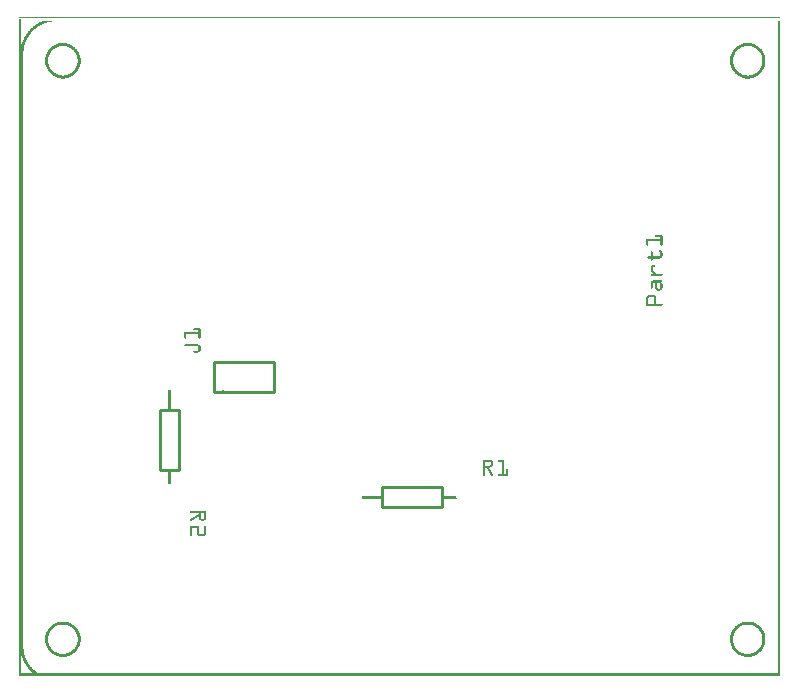
<source format=gto>
G04 MADE WITH FRITZING*
G04 WWW.FRITZING.ORG*
G04 DOUBLE SIDED*
G04 HOLES PLATED*
G04 CONTOUR ON CENTER OF CONTOUR VECTOR*
%ASAXBY*%
%FSLAX23Y23*%
%MOIN*%
%OFA0B0*%
%SFA1.0B1.0*%
%ADD10C,0.010000*%
%ADD11R,0.001000X0.001000*%
%LNSILK1*%
G90*
G70*
G54D10*
X1211Y630D02*
X1411Y630D01*
D02*
X1411Y630D02*
X1411Y564D01*
D02*
X1411Y564D02*
X1211Y564D01*
D02*
X1211Y564D02*
X1211Y630D01*
D02*
X534Y887D02*
X534Y687D01*
D02*
X534Y687D02*
X468Y687D01*
D02*
X468Y687D02*
X468Y887D01*
D02*
X468Y887D02*
X534Y887D01*
D02*
X651Y947D02*
X851Y947D01*
D02*
X851Y947D02*
X851Y1047D01*
D02*
X851Y1047D02*
X651Y1047D01*
D02*
X651Y1047D02*
X651Y947D01*
G54D11*
X0Y2198D02*
X2536Y2198D01*
X0Y2197D02*
X2536Y2197D01*
X0Y2196D02*
X2536Y2196D01*
X0Y2195D02*
X2536Y2195D01*
X0Y2190D02*
X7Y2190D01*
X0Y2189D02*
X7Y2189D01*
X0Y2188D02*
X7Y2188D01*
X0Y2187D02*
X7Y2187D01*
X0Y2186D02*
X7Y2186D01*
X0Y2185D02*
X7Y2185D01*
X0Y2184D02*
X7Y2184D01*
X77Y2184D02*
X118Y2184D01*
X2529Y2184D02*
X2536Y2184D01*
X0Y2183D02*
X7Y2183D01*
X75Y2183D02*
X108Y2183D01*
X2529Y2183D02*
X2536Y2183D01*
X0Y2182D02*
X7Y2182D01*
X73Y2182D02*
X102Y2182D01*
X2529Y2182D02*
X2536Y2182D01*
X0Y2181D02*
X7Y2181D01*
X71Y2181D02*
X98Y2181D01*
X2529Y2181D02*
X2536Y2181D01*
X0Y2180D02*
X7Y2180D01*
X69Y2180D02*
X94Y2180D01*
X2529Y2180D02*
X2536Y2180D01*
X0Y2179D02*
X7Y2179D01*
X67Y2179D02*
X91Y2179D01*
X2529Y2179D02*
X2536Y2179D01*
X0Y2178D02*
X7Y2178D01*
X65Y2178D02*
X88Y2178D01*
X2529Y2178D02*
X2536Y2178D01*
X0Y2177D02*
X7Y2177D01*
X64Y2177D02*
X85Y2177D01*
X2529Y2177D02*
X2536Y2177D01*
X0Y2176D02*
X7Y2176D01*
X62Y2176D02*
X83Y2176D01*
X2529Y2176D02*
X2536Y2176D01*
X0Y2175D02*
X7Y2175D01*
X60Y2175D02*
X80Y2175D01*
X2529Y2175D02*
X2536Y2175D01*
X0Y2174D02*
X7Y2174D01*
X59Y2174D02*
X78Y2174D01*
X2529Y2174D02*
X2536Y2174D01*
X0Y2173D02*
X7Y2173D01*
X57Y2173D02*
X76Y2173D01*
X2529Y2173D02*
X2536Y2173D01*
X0Y2172D02*
X7Y2172D01*
X56Y2172D02*
X74Y2172D01*
X2529Y2172D02*
X2536Y2172D01*
X0Y2171D02*
X7Y2171D01*
X55Y2171D02*
X72Y2171D01*
X2529Y2171D02*
X2536Y2171D01*
X0Y2170D02*
X7Y2170D01*
X53Y2170D02*
X70Y2170D01*
X2529Y2170D02*
X2536Y2170D01*
X0Y2169D02*
X7Y2169D01*
X52Y2169D02*
X68Y2169D01*
X2529Y2169D02*
X2536Y2169D01*
X0Y2168D02*
X7Y2168D01*
X51Y2168D02*
X67Y2168D01*
X2529Y2168D02*
X2536Y2168D01*
X0Y2167D02*
X7Y2167D01*
X49Y2167D02*
X65Y2167D01*
X2529Y2167D02*
X2536Y2167D01*
X0Y2166D02*
X7Y2166D01*
X48Y2166D02*
X63Y2166D01*
X2529Y2166D02*
X2536Y2166D01*
X0Y2165D02*
X7Y2165D01*
X47Y2165D02*
X62Y2165D01*
X2529Y2165D02*
X2536Y2165D01*
X0Y2164D02*
X7Y2164D01*
X46Y2164D02*
X61Y2164D01*
X2529Y2164D02*
X2536Y2164D01*
X0Y2163D02*
X7Y2163D01*
X45Y2163D02*
X59Y2163D01*
X2529Y2163D02*
X2536Y2163D01*
X0Y2162D02*
X7Y2162D01*
X44Y2162D02*
X58Y2162D01*
X2529Y2162D02*
X2536Y2162D01*
X0Y2161D02*
X7Y2161D01*
X43Y2161D02*
X56Y2161D01*
X2529Y2161D02*
X2536Y2161D01*
X0Y2160D02*
X7Y2160D01*
X41Y2160D02*
X55Y2160D01*
X2529Y2160D02*
X2536Y2160D01*
X0Y2159D02*
X7Y2159D01*
X40Y2159D02*
X54Y2159D01*
X2529Y2159D02*
X2536Y2159D01*
X0Y2158D02*
X7Y2158D01*
X39Y2158D02*
X53Y2158D01*
X2529Y2158D02*
X2536Y2158D01*
X0Y2157D02*
X7Y2157D01*
X38Y2157D02*
X52Y2157D01*
X2529Y2157D02*
X2536Y2157D01*
X0Y2156D02*
X7Y2156D01*
X38Y2156D02*
X50Y2156D01*
X2529Y2156D02*
X2536Y2156D01*
X0Y2155D02*
X7Y2155D01*
X37Y2155D02*
X49Y2155D01*
X2529Y2155D02*
X2536Y2155D01*
X0Y2154D02*
X7Y2154D01*
X36Y2154D02*
X48Y2154D01*
X2529Y2154D02*
X2536Y2154D01*
X0Y2153D02*
X7Y2153D01*
X35Y2153D02*
X47Y2153D01*
X2529Y2153D02*
X2536Y2153D01*
X0Y2152D02*
X7Y2152D01*
X34Y2152D02*
X46Y2152D01*
X2529Y2152D02*
X2536Y2152D01*
X0Y2151D02*
X7Y2151D01*
X33Y2151D02*
X45Y2151D01*
X2529Y2151D02*
X2536Y2151D01*
X0Y2150D02*
X7Y2150D01*
X32Y2150D02*
X44Y2150D01*
X2529Y2150D02*
X2536Y2150D01*
X0Y2149D02*
X7Y2149D01*
X31Y2149D02*
X43Y2149D01*
X2529Y2149D02*
X2536Y2149D01*
X0Y2148D02*
X7Y2148D01*
X30Y2148D02*
X42Y2148D01*
X2529Y2148D02*
X2536Y2148D01*
X0Y2147D02*
X7Y2147D01*
X30Y2147D02*
X41Y2147D01*
X2529Y2147D02*
X2536Y2147D01*
X0Y2146D02*
X7Y2146D01*
X29Y2146D02*
X40Y2146D01*
X2529Y2146D02*
X2536Y2146D01*
X0Y2145D02*
X7Y2145D01*
X28Y2145D02*
X40Y2145D01*
X2529Y2145D02*
X2536Y2145D01*
X0Y2144D02*
X7Y2144D01*
X27Y2144D02*
X39Y2144D01*
X2529Y2144D02*
X2536Y2144D01*
X0Y2143D02*
X7Y2143D01*
X27Y2143D02*
X38Y2143D01*
X2529Y2143D02*
X2536Y2143D01*
X0Y2142D02*
X7Y2142D01*
X26Y2142D02*
X37Y2142D01*
X2529Y2142D02*
X2536Y2142D01*
X0Y2141D02*
X7Y2141D01*
X25Y2141D02*
X36Y2141D01*
X2529Y2141D02*
X2536Y2141D01*
X0Y2140D02*
X7Y2140D01*
X25Y2140D02*
X36Y2140D01*
X2529Y2140D02*
X2536Y2140D01*
X0Y2139D02*
X7Y2139D01*
X24Y2139D02*
X35Y2139D01*
X2529Y2139D02*
X2536Y2139D01*
X0Y2138D02*
X7Y2138D01*
X23Y2138D02*
X34Y2138D01*
X2529Y2138D02*
X2536Y2138D01*
X0Y2137D02*
X7Y2137D01*
X23Y2137D02*
X33Y2137D01*
X2529Y2137D02*
X2536Y2137D01*
X0Y2136D02*
X7Y2136D01*
X22Y2136D02*
X33Y2136D01*
X2529Y2136D02*
X2536Y2136D01*
X0Y2135D02*
X7Y2135D01*
X21Y2135D02*
X32Y2135D01*
X2529Y2135D02*
X2536Y2135D01*
X0Y2134D02*
X7Y2134D01*
X21Y2134D02*
X31Y2134D01*
X2529Y2134D02*
X2536Y2134D01*
X0Y2133D02*
X7Y2133D01*
X20Y2133D02*
X31Y2133D01*
X2529Y2133D02*
X2536Y2133D01*
X0Y2132D02*
X7Y2132D01*
X20Y2132D02*
X30Y2132D01*
X2529Y2132D02*
X2536Y2132D01*
X0Y2131D02*
X7Y2131D01*
X19Y2131D02*
X29Y2131D01*
X2529Y2131D02*
X2536Y2131D01*
X0Y2130D02*
X7Y2130D01*
X18Y2130D02*
X29Y2130D01*
X2529Y2130D02*
X2536Y2130D01*
X0Y2129D02*
X7Y2129D01*
X18Y2129D02*
X28Y2129D01*
X2529Y2129D02*
X2536Y2129D01*
X0Y2128D02*
X7Y2128D01*
X17Y2128D02*
X28Y2128D01*
X2529Y2128D02*
X2536Y2128D01*
X0Y2127D02*
X7Y2127D01*
X17Y2127D02*
X27Y2127D01*
X2529Y2127D02*
X2536Y2127D01*
X0Y2126D02*
X7Y2126D01*
X16Y2126D02*
X26Y2126D01*
X2529Y2126D02*
X2536Y2126D01*
X0Y2125D02*
X7Y2125D01*
X16Y2125D02*
X26Y2125D01*
X2529Y2125D02*
X2536Y2125D01*
X0Y2124D02*
X7Y2124D01*
X15Y2124D02*
X25Y2124D01*
X2529Y2124D02*
X2536Y2124D01*
X0Y2123D02*
X7Y2123D01*
X15Y2123D02*
X25Y2123D01*
X2529Y2123D02*
X2536Y2123D01*
X0Y2122D02*
X7Y2122D01*
X14Y2122D02*
X24Y2122D01*
X2529Y2122D02*
X2536Y2122D01*
X0Y2121D02*
X7Y2121D01*
X14Y2121D02*
X24Y2121D01*
X2529Y2121D02*
X2536Y2121D01*
X0Y2120D02*
X7Y2120D01*
X13Y2120D02*
X23Y2120D01*
X2529Y2120D02*
X2536Y2120D01*
X0Y2119D02*
X7Y2119D01*
X13Y2119D02*
X23Y2119D01*
X2529Y2119D02*
X2536Y2119D01*
X0Y2118D02*
X7Y2118D01*
X13Y2118D02*
X22Y2118D01*
X2529Y2118D02*
X2536Y2118D01*
X0Y2117D02*
X7Y2117D01*
X12Y2117D02*
X22Y2117D01*
X2529Y2117D02*
X2536Y2117D01*
X0Y2116D02*
X7Y2116D01*
X12Y2116D02*
X22Y2116D01*
X2529Y2116D02*
X2536Y2116D01*
X0Y2115D02*
X7Y2115D01*
X11Y2115D02*
X21Y2115D01*
X2529Y2115D02*
X2536Y2115D01*
X0Y2114D02*
X7Y2114D01*
X11Y2114D02*
X21Y2114D01*
X2529Y2114D02*
X2536Y2114D01*
X0Y2113D02*
X7Y2113D01*
X11Y2113D02*
X20Y2113D01*
X2529Y2113D02*
X2536Y2113D01*
X0Y2112D02*
X7Y2112D01*
X10Y2112D02*
X20Y2112D01*
X2529Y2112D02*
X2536Y2112D01*
X0Y2111D02*
X7Y2111D01*
X10Y2111D02*
X20Y2111D01*
X145Y2111D02*
X147Y2111D01*
X2426Y2111D02*
X2431Y2111D01*
X2529Y2111D02*
X2536Y2111D01*
X0Y2110D02*
X7Y2110D01*
X10Y2110D02*
X19Y2110D01*
X135Y2110D02*
X156Y2110D01*
X2418Y2110D02*
X2439Y2110D01*
X2529Y2110D02*
X2536Y2110D01*
X0Y2109D02*
X7Y2109D01*
X9Y2109D02*
X19Y2109D01*
X131Y2109D02*
X160Y2109D01*
X2414Y2109D02*
X2443Y2109D01*
X2529Y2109D02*
X2536Y2109D01*
X0Y2108D02*
X7Y2108D01*
X9Y2108D02*
X19Y2108D01*
X128Y2108D02*
X163Y2108D01*
X2411Y2108D02*
X2446Y2108D01*
X2529Y2108D02*
X2536Y2108D01*
X0Y2107D02*
X7Y2107D01*
X9Y2107D02*
X18Y2107D01*
X125Y2107D02*
X166Y2107D01*
X2408Y2107D02*
X2449Y2107D01*
X2529Y2107D02*
X2536Y2107D01*
X0Y2106D02*
X18Y2106D01*
X123Y2106D02*
X169Y2106D01*
X2406Y2106D02*
X2452Y2106D01*
X2529Y2106D02*
X2536Y2106D01*
X0Y2105D02*
X18Y2105D01*
X121Y2105D02*
X171Y2105D01*
X2403Y2105D02*
X2454Y2105D01*
X2529Y2105D02*
X2536Y2105D01*
X0Y2104D02*
X17Y2104D01*
X119Y2104D02*
X173Y2104D01*
X2401Y2104D02*
X2456Y2104D01*
X2529Y2104D02*
X2536Y2104D01*
X0Y2103D02*
X17Y2103D01*
X117Y2103D02*
X174Y2103D01*
X2400Y2103D02*
X2457Y2103D01*
X2529Y2103D02*
X2536Y2103D01*
X0Y2102D02*
X17Y2102D01*
X115Y2102D02*
X176Y2102D01*
X2398Y2102D02*
X2459Y2102D01*
X2529Y2102D02*
X2536Y2102D01*
X0Y2101D02*
X16Y2101D01*
X114Y2101D02*
X178Y2101D01*
X2397Y2101D02*
X2460Y2101D01*
X2529Y2101D02*
X2536Y2101D01*
X0Y2100D02*
X16Y2100D01*
X112Y2100D02*
X137Y2100D01*
X154Y2100D02*
X179Y2100D01*
X2395Y2100D02*
X2420Y2100D01*
X2437Y2100D02*
X2462Y2100D01*
X2529Y2100D02*
X2536Y2100D01*
X0Y2099D02*
X16Y2099D01*
X111Y2099D02*
X132Y2099D01*
X159Y2099D02*
X180Y2099D01*
X2394Y2099D02*
X2415Y2099D01*
X2442Y2099D02*
X2463Y2099D01*
X2529Y2099D02*
X2536Y2099D01*
X0Y2098D02*
X16Y2098D01*
X110Y2098D02*
X129Y2098D01*
X162Y2098D02*
X182Y2098D01*
X2392Y2098D02*
X2412Y2098D01*
X2445Y2098D02*
X2465Y2098D01*
X2529Y2098D02*
X2536Y2098D01*
X0Y2097D02*
X15Y2097D01*
X108Y2097D02*
X126Y2097D01*
X165Y2097D02*
X183Y2097D01*
X2391Y2097D02*
X2409Y2097D01*
X2448Y2097D02*
X2466Y2097D01*
X2529Y2097D02*
X2536Y2097D01*
X0Y2096D02*
X15Y2096D01*
X107Y2096D02*
X124Y2096D01*
X167Y2096D02*
X184Y2096D01*
X2390Y2096D02*
X2407Y2096D01*
X2450Y2096D02*
X2467Y2096D01*
X2529Y2096D02*
X2536Y2096D01*
X0Y2095D02*
X15Y2095D01*
X106Y2095D02*
X122Y2095D01*
X170Y2095D02*
X185Y2095D01*
X2389Y2095D02*
X2405Y2095D01*
X2452Y2095D02*
X2468Y2095D01*
X2529Y2095D02*
X2536Y2095D01*
X0Y2094D02*
X15Y2094D01*
X105Y2094D02*
X120Y2094D01*
X171Y2094D02*
X186Y2094D01*
X2388Y2094D02*
X2403Y2094D01*
X2454Y2094D02*
X2469Y2094D01*
X2529Y2094D02*
X2536Y2094D01*
X0Y2093D02*
X15Y2093D01*
X104Y2093D02*
X118Y2093D01*
X173Y2093D02*
X187Y2093D01*
X2387Y2093D02*
X2401Y2093D01*
X2456Y2093D02*
X2470Y2093D01*
X2529Y2093D02*
X2536Y2093D01*
X0Y2092D02*
X14Y2092D01*
X103Y2092D02*
X117Y2092D01*
X174Y2092D02*
X188Y2092D01*
X2386Y2092D02*
X2400Y2092D01*
X2457Y2092D02*
X2471Y2092D01*
X2529Y2092D02*
X2536Y2092D01*
X0Y2091D02*
X14Y2091D01*
X102Y2091D02*
X115Y2091D01*
X176Y2091D02*
X189Y2091D01*
X2385Y2091D02*
X2398Y2091D01*
X2459Y2091D02*
X2472Y2091D01*
X2529Y2091D02*
X2536Y2091D01*
X0Y2090D02*
X14Y2090D01*
X101Y2090D02*
X114Y2090D01*
X177Y2090D02*
X190Y2090D01*
X2384Y2090D02*
X2397Y2090D01*
X2460Y2090D02*
X2473Y2090D01*
X2529Y2090D02*
X2536Y2090D01*
X0Y2089D02*
X14Y2089D01*
X100Y2089D02*
X113Y2089D01*
X178Y2089D02*
X191Y2089D01*
X2383Y2089D02*
X2396Y2089D01*
X2461Y2089D02*
X2474Y2089D01*
X2529Y2089D02*
X2536Y2089D01*
X0Y2088D02*
X14Y2088D01*
X100Y2088D02*
X112Y2088D01*
X179Y2088D02*
X192Y2088D01*
X2382Y2088D02*
X2395Y2088D01*
X2462Y2088D02*
X2474Y2088D01*
X2529Y2088D02*
X2536Y2088D01*
X0Y2087D02*
X14Y2087D01*
X99Y2087D02*
X111Y2087D01*
X181Y2087D02*
X192Y2087D01*
X2382Y2087D02*
X2394Y2087D01*
X2463Y2087D02*
X2475Y2087D01*
X2529Y2087D02*
X2536Y2087D01*
X0Y2086D02*
X14Y2086D01*
X98Y2086D02*
X110Y2086D01*
X182Y2086D02*
X193Y2086D01*
X2381Y2086D02*
X2393Y2086D01*
X2464Y2086D02*
X2476Y2086D01*
X2529Y2086D02*
X2536Y2086D01*
X0Y2085D02*
X13Y2085D01*
X97Y2085D02*
X109Y2085D01*
X182Y2085D02*
X194Y2085D01*
X2380Y2085D02*
X2392Y2085D01*
X2465Y2085D02*
X2477Y2085D01*
X2529Y2085D02*
X2536Y2085D01*
X0Y2084D02*
X13Y2084D01*
X97Y2084D02*
X108Y2084D01*
X183Y2084D02*
X195Y2084D01*
X2380Y2084D02*
X2391Y2084D01*
X2466Y2084D02*
X2477Y2084D01*
X2529Y2084D02*
X2536Y2084D01*
X0Y2083D02*
X13Y2083D01*
X96Y2083D02*
X107Y2083D01*
X184Y2083D02*
X195Y2083D01*
X2379Y2083D02*
X2390Y2083D01*
X2467Y2083D02*
X2478Y2083D01*
X2529Y2083D02*
X2536Y2083D01*
X0Y2082D02*
X13Y2082D01*
X96Y2082D02*
X106Y2082D01*
X185Y2082D02*
X196Y2082D01*
X2378Y2082D02*
X2389Y2082D01*
X2468Y2082D02*
X2479Y2082D01*
X2529Y2082D02*
X2536Y2082D01*
X0Y2081D02*
X13Y2081D01*
X95Y2081D02*
X106Y2081D01*
X186Y2081D02*
X196Y2081D01*
X2378Y2081D02*
X2388Y2081D01*
X2469Y2081D02*
X2479Y2081D01*
X2529Y2081D02*
X2536Y2081D01*
X0Y2080D02*
X13Y2080D01*
X94Y2080D02*
X105Y2080D01*
X186Y2080D02*
X197Y2080D01*
X2377Y2080D02*
X2388Y2080D01*
X2469Y2080D02*
X2480Y2080D01*
X2529Y2080D02*
X2536Y2080D01*
X0Y2079D02*
X13Y2079D01*
X94Y2079D02*
X104Y2079D01*
X187Y2079D02*
X198Y2079D01*
X2377Y2079D02*
X2387Y2079D01*
X2470Y2079D02*
X2480Y2079D01*
X2529Y2079D02*
X2536Y2079D01*
X0Y2078D02*
X13Y2078D01*
X93Y2078D02*
X104Y2078D01*
X188Y2078D02*
X198Y2078D01*
X2376Y2078D02*
X2386Y2078D01*
X2471Y2078D02*
X2481Y2078D01*
X2529Y2078D02*
X2536Y2078D01*
X0Y2077D02*
X13Y2077D01*
X93Y2077D02*
X103Y2077D01*
X188Y2077D02*
X198Y2077D01*
X2376Y2077D02*
X2386Y2077D01*
X2471Y2077D02*
X2481Y2077D01*
X2529Y2077D02*
X2536Y2077D01*
X0Y2076D02*
X13Y2076D01*
X92Y2076D02*
X102Y2076D01*
X189Y2076D02*
X199Y2076D01*
X2375Y2076D02*
X2385Y2076D01*
X2472Y2076D02*
X2482Y2076D01*
X2529Y2076D02*
X2536Y2076D01*
X0Y2075D02*
X13Y2075D01*
X92Y2075D02*
X102Y2075D01*
X189Y2075D02*
X199Y2075D01*
X2375Y2075D02*
X2385Y2075D01*
X2472Y2075D02*
X2482Y2075D01*
X2529Y2075D02*
X2536Y2075D01*
X0Y2074D02*
X13Y2074D01*
X91Y2074D02*
X101Y2074D01*
X190Y2074D02*
X200Y2074D01*
X2374Y2074D02*
X2384Y2074D01*
X2473Y2074D02*
X2483Y2074D01*
X2529Y2074D02*
X2536Y2074D01*
X0Y2073D02*
X13Y2073D01*
X91Y2073D02*
X101Y2073D01*
X190Y2073D02*
X200Y2073D01*
X2374Y2073D02*
X2384Y2073D01*
X2473Y2073D02*
X2483Y2073D01*
X2529Y2073D02*
X2536Y2073D01*
X0Y2072D02*
X13Y2072D01*
X91Y2072D02*
X100Y2072D01*
X191Y2072D02*
X201Y2072D01*
X2373Y2072D02*
X2383Y2072D01*
X2474Y2072D02*
X2484Y2072D01*
X2529Y2072D02*
X2536Y2072D01*
X0Y2071D02*
X13Y2071D01*
X90Y2071D02*
X100Y2071D01*
X191Y2071D02*
X201Y2071D01*
X2373Y2071D02*
X2383Y2071D01*
X2474Y2071D02*
X2484Y2071D01*
X2529Y2071D02*
X2536Y2071D01*
X0Y2070D02*
X13Y2070D01*
X90Y2070D02*
X100Y2070D01*
X192Y2070D02*
X201Y2070D01*
X2373Y2070D02*
X2382Y2070D01*
X2475Y2070D02*
X2484Y2070D01*
X2529Y2070D02*
X2536Y2070D01*
X0Y2069D02*
X13Y2069D01*
X90Y2069D02*
X99Y2069D01*
X192Y2069D02*
X202Y2069D01*
X2372Y2069D02*
X2382Y2069D01*
X2475Y2069D02*
X2485Y2069D01*
X2529Y2069D02*
X2536Y2069D01*
X0Y2068D02*
X13Y2068D01*
X89Y2068D02*
X99Y2068D01*
X192Y2068D02*
X202Y2068D01*
X2372Y2068D02*
X2382Y2068D01*
X2475Y2068D02*
X2485Y2068D01*
X2529Y2068D02*
X2536Y2068D01*
X0Y2067D02*
X13Y2067D01*
X89Y2067D02*
X99Y2067D01*
X193Y2067D02*
X202Y2067D01*
X2372Y2067D02*
X2381Y2067D01*
X2476Y2067D02*
X2485Y2067D01*
X2529Y2067D02*
X2536Y2067D01*
X0Y2066D02*
X13Y2066D01*
X89Y2066D02*
X98Y2066D01*
X193Y2066D02*
X203Y2066D01*
X2371Y2066D02*
X2381Y2066D01*
X2476Y2066D02*
X2485Y2066D01*
X2529Y2066D02*
X2536Y2066D01*
X0Y2065D02*
X13Y2065D01*
X88Y2065D02*
X98Y2065D01*
X193Y2065D02*
X203Y2065D01*
X2371Y2065D02*
X2381Y2065D01*
X2476Y2065D02*
X2486Y2065D01*
X2529Y2065D02*
X2536Y2065D01*
X0Y2064D02*
X13Y2064D01*
X88Y2064D02*
X98Y2064D01*
X194Y2064D02*
X203Y2064D01*
X2371Y2064D02*
X2381Y2064D01*
X2476Y2064D02*
X2486Y2064D01*
X2529Y2064D02*
X2536Y2064D01*
X0Y2063D02*
X13Y2063D01*
X88Y2063D02*
X97Y2063D01*
X194Y2063D02*
X203Y2063D01*
X2371Y2063D02*
X2380Y2063D01*
X2477Y2063D02*
X2486Y2063D01*
X2529Y2063D02*
X2536Y2063D01*
X0Y2062D02*
X13Y2062D01*
X88Y2062D02*
X97Y2062D01*
X194Y2062D02*
X203Y2062D01*
X2371Y2062D02*
X2380Y2062D01*
X2477Y2062D02*
X2486Y2062D01*
X2529Y2062D02*
X2536Y2062D01*
X0Y2061D02*
X13Y2061D01*
X88Y2061D02*
X97Y2061D01*
X194Y2061D02*
X204Y2061D01*
X2370Y2061D02*
X2380Y2061D01*
X2477Y2061D02*
X2487Y2061D01*
X2529Y2061D02*
X2536Y2061D01*
X0Y2060D02*
X13Y2060D01*
X87Y2060D02*
X97Y2060D01*
X194Y2060D02*
X204Y2060D01*
X2370Y2060D02*
X2380Y2060D01*
X2477Y2060D02*
X2487Y2060D01*
X2529Y2060D02*
X2536Y2060D01*
X0Y2059D02*
X13Y2059D01*
X87Y2059D02*
X97Y2059D01*
X194Y2059D02*
X204Y2059D01*
X2370Y2059D02*
X2380Y2059D01*
X2477Y2059D02*
X2487Y2059D01*
X2529Y2059D02*
X2536Y2059D01*
X0Y2058D02*
X13Y2058D01*
X87Y2058D02*
X97Y2058D01*
X195Y2058D02*
X204Y2058D01*
X2370Y2058D02*
X2379Y2058D01*
X2478Y2058D02*
X2487Y2058D01*
X2529Y2058D02*
X2536Y2058D01*
X0Y2057D02*
X13Y2057D01*
X87Y2057D02*
X97Y2057D01*
X195Y2057D02*
X204Y2057D01*
X2370Y2057D02*
X2379Y2057D01*
X2478Y2057D02*
X2487Y2057D01*
X2529Y2057D02*
X2536Y2057D01*
X0Y2056D02*
X13Y2056D01*
X87Y2056D02*
X96Y2056D01*
X195Y2056D02*
X204Y2056D01*
X2370Y2056D02*
X2379Y2056D01*
X2478Y2056D02*
X2487Y2056D01*
X2529Y2056D02*
X2536Y2056D01*
X0Y2055D02*
X13Y2055D01*
X87Y2055D02*
X96Y2055D01*
X195Y2055D02*
X204Y2055D01*
X2370Y2055D02*
X2379Y2055D01*
X2478Y2055D02*
X2487Y2055D01*
X2529Y2055D02*
X2536Y2055D01*
X0Y2054D02*
X13Y2054D01*
X87Y2054D02*
X96Y2054D01*
X195Y2054D02*
X204Y2054D01*
X2370Y2054D02*
X2379Y2054D01*
X2478Y2054D02*
X2487Y2054D01*
X2529Y2054D02*
X2536Y2054D01*
X0Y2053D02*
X13Y2053D01*
X87Y2053D02*
X96Y2053D01*
X195Y2053D02*
X204Y2053D01*
X2370Y2053D02*
X2379Y2053D01*
X2478Y2053D02*
X2487Y2053D01*
X2529Y2053D02*
X2536Y2053D01*
X0Y2052D02*
X13Y2052D01*
X87Y2052D02*
X96Y2052D01*
X195Y2052D02*
X204Y2052D01*
X2370Y2052D02*
X2379Y2052D01*
X2478Y2052D02*
X2487Y2052D01*
X2529Y2052D02*
X2536Y2052D01*
X0Y2051D02*
X13Y2051D01*
X87Y2051D02*
X96Y2051D01*
X195Y2051D02*
X204Y2051D01*
X2370Y2051D02*
X2379Y2051D01*
X2478Y2051D02*
X2487Y2051D01*
X2529Y2051D02*
X2536Y2051D01*
X0Y2050D02*
X13Y2050D01*
X87Y2050D02*
X96Y2050D01*
X195Y2050D02*
X204Y2050D01*
X2370Y2050D02*
X2379Y2050D01*
X2478Y2050D02*
X2487Y2050D01*
X2529Y2050D02*
X2536Y2050D01*
X0Y2049D02*
X13Y2049D01*
X87Y2049D02*
X96Y2049D01*
X195Y2049D02*
X204Y2049D01*
X2370Y2049D02*
X2379Y2049D01*
X2478Y2049D02*
X2487Y2049D01*
X2529Y2049D02*
X2536Y2049D01*
X0Y2048D02*
X13Y2048D01*
X87Y2048D02*
X96Y2048D01*
X195Y2048D02*
X204Y2048D01*
X2370Y2048D02*
X2379Y2048D01*
X2478Y2048D02*
X2487Y2048D01*
X2529Y2048D02*
X2536Y2048D01*
X0Y2047D02*
X13Y2047D01*
X87Y2047D02*
X96Y2047D01*
X195Y2047D02*
X204Y2047D01*
X2370Y2047D02*
X2379Y2047D01*
X2478Y2047D02*
X2487Y2047D01*
X2529Y2047D02*
X2536Y2047D01*
X0Y2046D02*
X13Y2046D01*
X87Y2046D02*
X97Y2046D01*
X195Y2046D02*
X204Y2046D01*
X2370Y2046D02*
X2379Y2046D01*
X2478Y2046D02*
X2487Y2046D01*
X2529Y2046D02*
X2536Y2046D01*
X0Y2045D02*
X13Y2045D01*
X87Y2045D02*
X97Y2045D01*
X195Y2045D02*
X204Y2045D01*
X2370Y2045D02*
X2380Y2045D01*
X2477Y2045D02*
X2487Y2045D01*
X2529Y2045D02*
X2536Y2045D01*
X0Y2044D02*
X13Y2044D01*
X87Y2044D02*
X97Y2044D01*
X194Y2044D02*
X204Y2044D01*
X2370Y2044D02*
X2380Y2044D01*
X2477Y2044D02*
X2487Y2044D01*
X2529Y2044D02*
X2536Y2044D01*
X0Y2043D02*
X13Y2043D01*
X88Y2043D02*
X97Y2043D01*
X194Y2043D02*
X204Y2043D01*
X2370Y2043D02*
X2380Y2043D01*
X2477Y2043D02*
X2487Y2043D01*
X2529Y2043D02*
X2536Y2043D01*
X0Y2042D02*
X13Y2042D01*
X88Y2042D02*
X97Y2042D01*
X194Y2042D02*
X204Y2042D01*
X2371Y2042D02*
X2380Y2042D01*
X2477Y2042D02*
X2486Y2042D01*
X2529Y2042D02*
X2536Y2042D01*
X0Y2041D02*
X13Y2041D01*
X88Y2041D02*
X97Y2041D01*
X194Y2041D02*
X203Y2041D01*
X2371Y2041D02*
X2380Y2041D01*
X2477Y2041D02*
X2486Y2041D01*
X2529Y2041D02*
X2536Y2041D01*
X0Y2040D02*
X13Y2040D01*
X88Y2040D02*
X98Y2040D01*
X194Y2040D02*
X203Y2040D01*
X2371Y2040D02*
X2380Y2040D01*
X2477Y2040D02*
X2486Y2040D01*
X2529Y2040D02*
X2536Y2040D01*
X0Y2039D02*
X13Y2039D01*
X88Y2039D02*
X98Y2039D01*
X193Y2039D02*
X203Y2039D01*
X2371Y2039D02*
X2381Y2039D01*
X2476Y2039D02*
X2486Y2039D01*
X2529Y2039D02*
X2536Y2039D01*
X0Y2038D02*
X13Y2038D01*
X89Y2038D02*
X98Y2038D01*
X193Y2038D02*
X203Y2038D01*
X2371Y2038D02*
X2381Y2038D01*
X2476Y2038D02*
X2486Y2038D01*
X2529Y2038D02*
X2536Y2038D01*
X0Y2037D02*
X13Y2037D01*
X89Y2037D02*
X98Y2037D01*
X193Y2037D02*
X202Y2037D01*
X2372Y2037D02*
X2381Y2037D01*
X2476Y2037D02*
X2485Y2037D01*
X2529Y2037D02*
X2536Y2037D01*
X0Y2036D02*
X13Y2036D01*
X89Y2036D02*
X99Y2036D01*
X193Y2036D02*
X202Y2036D01*
X2372Y2036D02*
X2382Y2036D01*
X2475Y2036D02*
X2485Y2036D01*
X2529Y2036D02*
X2536Y2036D01*
X0Y2035D02*
X13Y2035D01*
X89Y2035D02*
X99Y2035D01*
X192Y2035D02*
X202Y2035D01*
X2372Y2035D02*
X2382Y2035D01*
X2475Y2035D02*
X2485Y2035D01*
X2529Y2035D02*
X2536Y2035D01*
X0Y2034D02*
X13Y2034D01*
X90Y2034D02*
X99Y2034D01*
X192Y2034D02*
X202Y2034D01*
X2373Y2034D02*
X2382Y2034D01*
X2475Y2034D02*
X2484Y2034D01*
X2529Y2034D02*
X2536Y2034D01*
X0Y2033D02*
X13Y2033D01*
X90Y2033D02*
X100Y2033D01*
X191Y2033D02*
X201Y2033D01*
X2373Y2033D02*
X2383Y2033D01*
X2474Y2033D02*
X2484Y2033D01*
X2529Y2033D02*
X2536Y2033D01*
X0Y2032D02*
X13Y2032D01*
X90Y2032D02*
X100Y2032D01*
X191Y2032D02*
X201Y2032D01*
X2373Y2032D02*
X2383Y2032D01*
X2474Y2032D02*
X2484Y2032D01*
X2529Y2032D02*
X2536Y2032D01*
X0Y2031D02*
X13Y2031D01*
X91Y2031D02*
X101Y2031D01*
X191Y2031D02*
X200Y2031D01*
X2374Y2031D02*
X2383Y2031D01*
X2474Y2031D02*
X2483Y2031D01*
X2529Y2031D02*
X2536Y2031D01*
X0Y2030D02*
X13Y2030D01*
X91Y2030D02*
X101Y2030D01*
X190Y2030D02*
X200Y2030D01*
X2374Y2030D02*
X2384Y2030D01*
X2473Y2030D02*
X2483Y2030D01*
X2529Y2030D02*
X2536Y2030D01*
X0Y2029D02*
X13Y2029D01*
X92Y2029D02*
X102Y2029D01*
X190Y2029D02*
X200Y2029D01*
X2374Y2029D02*
X2384Y2029D01*
X2473Y2029D02*
X2483Y2029D01*
X2529Y2029D02*
X2536Y2029D01*
X0Y2028D02*
X13Y2028D01*
X92Y2028D02*
X102Y2028D01*
X189Y2028D02*
X199Y2028D01*
X2375Y2028D02*
X2385Y2028D01*
X2472Y2028D02*
X2482Y2028D01*
X2529Y2028D02*
X2536Y2028D01*
X0Y2027D02*
X13Y2027D01*
X93Y2027D02*
X103Y2027D01*
X189Y2027D02*
X199Y2027D01*
X2375Y2027D02*
X2385Y2027D01*
X2472Y2027D02*
X2482Y2027D01*
X2529Y2027D02*
X2536Y2027D01*
X0Y2026D02*
X13Y2026D01*
X93Y2026D02*
X103Y2026D01*
X188Y2026D02*
X198Y2026D01*
X2376Y2026D02*
X2386Y2026D01*
X2471Y2026D02*
X2481Y2026D01*
X2529Y2026D02*
X2536Y2026D01*
X0Y2025D02*
X13Y2025D01*
X94Y2025D02*
X104Y2025D01*
X187Y2025D02*
X198Y2025D01*
X2376Y2025D02*
X2387Y2025D01*
X2470Y2025D02*
X2481Y2025D01*
X2529Y2025D02*
X2536Y2025D01*
X0Y2024D02*
X13Y2024D01*
X94Y2024D02*
X104Y2024D01*
X187Y2024D02*
X197Y2024D01*
X2377Y2024D02*
X2387Y2024D01*
X2470Y2024D02*
X2480Y2024D01*
X2529Y2024D02*
X2536Y2024D01*
X0Y2023D02*
X13Y2023D01*
X95Y2023D02*
X105Y2023D01*
X186Y2023D02*
X197Y2023D01*
X2377Y2023D02*
X2388Y2023D01*
X2469Y2023D02*
X2480Y2023D01*
X2529Y2023D02*
X2536Y2023D01*
X0Y2022D02*
X13Y2022D01*
X95Y2022D02*
X106Y2022D01*
X185Y2022D02*
X196Y2022D01*
X2378Y2022D02*
X2389Y2022D01*
X2468Y2022D02*
X2479Y2022D01*
X2529Y2022D02*
X2536Y2022D01*
X0Y2021D02*
X13Y2021D01*
X96Y2021D02*
X107Y2021D01*
X185Y2021D02*
X195Y2021D01*
X2379Y2021D02*
X2390Y2021D01*
X2467Y2021D02*
X2478Y2021D01*
X2529Y2021D02*
X2536Y2021D01*
X0Y2020D02*
X13Y2020D01*
X96Y2020D02*
X107Y2020D01*
X184Y2020D02*
X195Y2020D01*
X2379Y2020D02*
X2390Y2020D01*
X2467Y2020D02*
X2478Y2020D01*
X2529Y2020D02*
X2536Y2020D01*
X0Y2019D02*
X13Y2019D01*
X97Y2019D02*
X108Y2019D01*
X183Y2019D02*
X194Y2019D01*
X2380Y2019D02*
X2391Y2019D01*
X2466Y2019D02*
X2477Y2019D01*
X2529Y2019D02*
X2536Y2019D01*
X0Y2018D02*
X13Y2018D01*
X98Y2018D02*
X109Y2018D01*
X182Y2018D02*
X193Y2018D01*
X2381Y2018D02*
X2392Y2018D01*
X2465Y2018D02*
X2476Y2018D01*
X2529Y2018D02*
X2536Y2018D01*
X0Y2017D02*
X13Y2017D01*
X99Y2017D02*
X110Y2017D01*
X181Y2017D02*
X193Y2017D01*
X2381Y2017D02*
X2393Y2017D01*
X2464Y2017D02*
X2476Y2017D01*
X2529Y2017D02*
X2536Y2017D01*
X0Y2016D02*
X13Y2016D01*
X99Y2016D02*
X111Y2016D01*
X180Y2016D02*
X192Y2016D01*
X2382Y2016D02*
X2394Y2016D01*
X2463Y2016D02*
X2475Y2016D01*
X2529Y2016D02*
X2536Y2016D01*
X0Y2015D02*
X13Y2015D01*
X100Y2015D02*
X112Y2015D01*
X179Y2015D02*
X191Y2015D01*
X2383Y2015D02*
X2395Y2015D01*
X2462Y2015D02*
X2474Y2015D01*
X2529Y2015D02*
X2536Y2015D01*
X0Y2014D02*
X13Y2014D01*
X101Y2014D02*
X114Y2014D01*
X178Y2014D02*
X190Y2014D01*
X2384Y2014D02*
X2396Y2014D01*
X2461Y2014D02*
X2473Y2014D01*
X2529Y2014D02*
X2536Y2014D01*
X0Y2013D02*
X13Y2013D01*
X102Y2013D02*
X115Y2013D01*
X176Y2013D02*
X189Y2013D01*
X2385Y2013D02*
X2398Y2013D01*
X2459Y2013D02*
X2472Y2013D01*
X2529Y2013D02*
X2536Y2013D01*
X0Y2012D02*
X13Y2012D01*
X103Y2012D02*
X116Y2012D01*
X175Y2012D02*
X189Y2012D01*
X2386Y2012D02*
X2399Y2012D01*
X2458Y2012D02*
X2472Y2012D01*
X2529Y2012D02*
X2536Y2012D01*
X0Y2011D02*
X13Y2011D01*
X104Y2011D02*
X118Y2011D01*
X174Y2011D02*
X188Y2011D01*
X2386Y2011D02*
X2400Y2011D01*
X2457Y2011D02*
X2471Y2011D01*
X2529Y2011D02*
X2536Y2011D01*
X0Y2010D02*
X13Y2010D01*
X105Y2010D02*
X119Y2010D01*
X172Y2010D02*
X187Y2010D01*
X2387Y2010D02*
X2402Y2010D01*
X2455Y2010D02*
X2470Y2010D01*
X2529Y2010D02*
X2536Y2010D01*
X0Y2009D02*
X13Y2009D01*
X106Y2009D02*
X121Y2009D01*
X170Y2009D02*
X186Y2009D01*
X2388Y2009D02*
X2404Y2009D01*
X2453Y2009D02*
X2469Y2009D01*
X2529Y2009D02*
X2536Y2009D01*
X0Y2008D02*
X13Y2008D01*
X107Y2008D02*
X123Y2008D01*
X168Y2008D02*
X185Y2008D01*
X2390Y2008D02*
X2406Y2008D01*
X2451Y2008D02*
X2467Y2008D01*
X2529Y2008D02*
X2536Y2008D01*
X0Y2007D02*
X13Y2007D01*
X108Y2007D02*
X125Y2007D01*
X166Y2007D02*
X183Y2007D01*
X2391Y2007D02*
X2408Y2007D01*
X2449Y2007D02*
X2466Y2007D01*
X2529Y2007D02*
X2536Y2007D01*
X0Y2006D02*
X13Y2006D01*
X109Y2006D02*
X128Y2006D01*
X164Y2006D02*
X182Y2006D01*
X2392Y2006D02*
X2410Y2006D01*
X2447Y2006D02*
X2465Y2006D01*
X2529Y2006D02*
X2536Y2006D01*
X0Y2005D02*
X13Y2005D01*
X110Y2005D02*
X130Y2005D01*
X161Y2005D02*
X181Y2005D01*
X2393Y2005D02*
X2413Y2005D01*
X2444Y2005D02*
X2464Y2005D01*
X2529Y2005D02*
X2536Y2005D01*
X0Y2004D02*
X13Y2004D01*
X112Y2004D02*
X134Y2004D01*
X157Y2004D02*
X180Y2004D01*
X2394Y2004D02*
X2417Y2004D01*
X2440Y2004D02*
X2463Y2004D01*
X2529Y2004D02*
X2536Y2004D01*
X0Y2003D02*
X13Y2003D01*
X113Y2003D02*
X142Y2003D01*
X149Y2003D02*
X178Y2003D01*
X2396Y2003D02*
X2424Y2003D01*
X2433Y2003D02*
X2461Y2003D01*
X2529Y2003D02*
X2536Y2003D01*
X0Y2002D02*
X13Y2002D01*
X115Y2002D02*
X177Y2002D01*
X2397Y2002D02*
X2460Y2002D01*
X2529Y2002D02*
X2536Y2002D01*
X0Y2001D02*
X13Y2001D01*
X116Y2001D02*
X175Y2001D01*
X2399Y2001D02*
X2458Y2001D01*
X2529Y2001D02*
X2536Y2001D01*
X0Y2000D02*
X13Y2000D01*
X118Y2000D02*
X173Y2000D01*
X2401Y2000D02*
X2456Y2000D01*
X2529Y2000D02*
X2536Y2000D01*
X0Y1999D02*
X13Y1999D01*
X120Y1999D02*
X172Y1999D01*
X2402Y1999D02*
X2455Y1999D01*
X2529Y1999D02*
X2536Y1999D01*
X0Y1998D02*
X13Y1998D01*
X122Y1998D02*
X170Y1998D01*
X2404Y1998D02*
X2453Y1998D01*
X2529Y1998D02*
X2536Y1998D01*
X0Y1997D02*
X13Y1997D01*
X124Y1997D02*
X167Y1997D01*
X2407Y1997D02*
X2450Y1997D01*
X2529Y1997D02*
X2536Y1997D01*
X0Y1996D02*
X13Y1996D01*
X127Y1996D02*
X165Y1996D01*
X2409Y1996D02*
X2448Y1996D01*
X2529Y1996D02*
X2536Y1996D01*
X0Y1995D02*
X13Y1995D01*
X129Y1995D02*
X162Y1995D01*
X2412Y1995D02*
X2445Y1995D01*
X2529Y1995D02*
X2536Y1995D01*
X0Y1994D02*
X13Y1994D01*
X133Y1994D02*
X158Y1994D01*
X2416Y1994D02*
X2441Y1994D01*
X2529Y1994D02*
X2536Y1994D01*
X0Y1993D02*
X13Y1993D01*
X139Y1993D02*
X153Y1993D01*
X2421Y1993D02*
X2436Y1993D01*
X2529Y1993D02*
X2536Y1993D01*
X0Y1992D02*
X13Y1992D01*
X2529Y1992D02*
X2536Y1992D01*
X0Y1991D02*
X13Y1991D01*
X2529Y1991D02*
X2536Y1991D01*
X0Y1990D02*
X13Y1990D01*
X2529Y1990D02*
X2536Y1990D01*
X0Y1989D02*
X13Y1989D01*
X2529Y1989D02*
X2536Y1989D01*
X0Y1988D02*
X13Y1988D01*
X2529Y1988D02*
X2536Y1988D01*
X0Y1987D02*
X13Y1987D01*
X2529Y1987D02*
X2536Y1987D01*
X0Y1986D02*
X13Y1986D01*
X2529Y1986D02*
X2536Y1986D01*
X0Y1985D02*
X13Y1985D01*
X2529Y1985D02*
X2536Y1985D01*
X0Y1984D02*
X13Y1984D01*
X2529Y1984D02*
X2536Y1984D01*
X0Y1983D02*
X13Y1983D01*
X2529Y1983D02*
X2536Y1983D01*
X0Y1982D02*
X13Y1982D01*
X2529Y1982D02*
X2536Y1982D01*
X0Y1981D02*
X13Y1981D01*
X2529Y1981D02*
X2536Y1981D01*
X0Y1980D02*
X13Y1980D01*
X2529Y1980D02*
X2536Y1980D01*
X0Y1979D02*
X13Y1979D01*
X2529Y1979D02*
X2536Y1979D01*
X0Y1978D02*
X13Y1978D01*
X2529Y1978D02*
X2536Y1978D01*
X0Y1977D02*
X13Y1977D01*
X2529Y1977D02*
X2536Y1977D01*
X0Y1976D02*
X13Y1976D01*
X2529Y1976D02*
X2536Y1976D01*
X0Y1975D02*
X13Y1975D01*
X2529Y1975D02*
X2536Y1975D01*
X0Y1974D02*
X13Y1974D01*
X2529Y1974D02*
X2536Y1974D01*
X0Y1973D02*
X13Y1973D01*
X2529Y1973D02*
X2536Y1973D01*
X0Y1972D02*
X13Y1972D01*
X2529Y1972D02*
X2536Y1972D01*
X0Y1971D02*
X13Y1971D01*
X2529Y1971D02*
X2536Y1971D01*
X0Y1970D02*
X13Y1970D01*
X2529Y1970D02*
X2536Y1970D01*
X0Y1969D02*
X13Y1969D01*
X2529Y1969D02*
X2536Y1969D01*
X0Y1968D02*
X13Y1968D01*
X2529Y1968D02*
X2536Y1968D01*
X0Y1967D02*
X13Y1967D01*
X2529Y1967D02*
X2536Y1967D01*
X0Y1966D02*
X13Y1966D01*
X2529Y1966D02*
X2536Y1966D01*
X0Y1965D02*
X13Y1965D01*
X2529Y1965D02*
X2536Y1965D01*
X0Y1964D02*
X13Y1964D01*
X2529Y1964D02*
X2536Y1964D01*
X0Y1963D02*
X13Y1963D01*
X2529Y1963D02*
X2536Y1963D01*
X0Y1962D02*
X13Y1962D01*
X2529Y1962D02*
X2536Y1962D01*
X0Y1961D02*
X13Y1961D01*
X2529Y1961D02*
X2536Y1961D01*
X0Y1960D02*
X13Y1960D01*
X2529Y1960D02*
X2536Y1960D01*
X0Y1959D02*
X13Y1959D01*
X2529Y1959D02*
X2536Y1959D01*
X0Y1958D02*
X13Y1958D01*
X2529Y1958D02*
X2536Y1958D01*
X0Y1957D02*
X13Y1957D01*
X2529Y1957D02*
X2536Y1957D01*
X0Y1956D02*
X13Y1956D01*
X2529Y1956D02*
X2536Y1956D01*
X0Y1955D02*
X13Y1955D01*
X2529Y1955D02*
X2536Y1955D01*
X0Y1954D02*
X13Y1954D01*
X2529Y1954D02*
X2536Y1954D01*
X0Y1953D02*
X13Y1953D01*
X2529Y1953D02*
X2536Y1953D01*
X0Y1952D02*
X13Y1952D01*
X2529Y1952D02*
X2536Y1952D01*
X0Y1951D02*
X13Y1951D01*
X2529Y1951D02*
X2536Y1951D01*
X0Y1950D02*
X13Y1950D01*
X2529Y1950D02*
X2536Y1950D01*
X0Y1949D02*
X13Y1949D01*
X2529Y1949D02*
X2536Y1949D01*
X0Y1948D02*
X13Y1948D01*
X2529Y1948D02*
X2536Y1948D01*
X0Y1947D02*
X13Y1947D01*
X2529Y1947D02*
X2536Y1947D01*
X0Y1946D02*
X13Y1946D01*
X2529Y1946D02*
X2536Y1946D01*
X0Y1945D02*
X13Y1945D01*
X2529Y1945D02*
X2536Y1945D01*
X0Y1944D02*
X13Y1944D01*
X2529Y1944D02*
X2536Y1944D01*
X0Y1943D02*
X13Y1943D01*
X2529Y1943D02*
X2536Y1943D01*
X0Y1942D02*
X13Y1942D01*
X2529Y1942D02*
X2536Y1942D01*
X0Y1941D02*
X13Y1941D01*
X2529Y1941D02*
X2536Y1941D01*
X0Y1940D02*
X13Y1940D01*
X2529Y1940D02*
X2536Y1940D01*
X0Y1939D02*
X13Y1939D01*
X2529Y1939D02*
X2536Y1939D01*
X0Y1938D02*
X13Y1938D01*
X2529Y1938D02*
X2536Y1938D01*
X0Y1937D02*
X13Y1937D01*
X2529Y1937D02*
X2536Y1937D01*
X0Y1936D02*
X13Y1936D01*
X2529Y1936D02*
X2536Y1936D01*
X0Y1935D02*
X13Y1935D01*
X2529Y1935D02*
X2536Y1935D01*
X0Y1934D02*
X13Y1934D01*
X2529Y1934D02*
X2536Y1934D01*
X0Y1933D02*
X13Y1933D01*
X2529Y1933D02*
X2536Y1933D01*
X0Y1932D02*
X13Y1932D01*
X2529Y1932D02*
X2536Y1932D01*
X0Y1931D02*
X13Y1931D01*
X2529Y1931D02*
X2536Y1931D01*
X0Y1930D02*
X13Y1930D01*
X2529Y1930D02*
X2536Y1930D01*
X0Y1929D02*
X13Y1929D01*
X2529Y1929D02*
X2536Y1929D01*
X0Y1928D02*
X13Y1928D01*
X2529Y1928D02*
X2536Y1928D01*
X0Y1927D02*
X13Y1927D01*
X2529Y1927D02*
X2536Y1927D01*
X0Y1926D02*
X13Y1926D01*
X2529Y1926D02*
X2536Y1926D01*
X0Y1925D02*
X13Y1925D01*
X2529Y1925D02*
X2536Y1925D01*
X0Y1924D02*
X13Y1924D01*
X2529Y1924D02*
X2536Y1924D01*
X0Y1923D02*
X13Y1923D01*
X2529Y1923D02*
X2536Y1923D01*
X0Y1922D02*
X13Y1922D01*
X2529Y1922D02*
X2536Y1922D01*
X0Y1921D02*
X13Y1921D01*
X2529Y1921D02*
X2536Y1921D01*
X0Y1920D02*
X13Y1920D01*
X2529Y1920D02*
X2536Y1920D01*
X0Y1919D02*
X13Y1919D01*
X2529Y1919D02*
X2536Y1919D01*
X0Y1918D02*
X13Y1918D01*
X2529Y1918D02*
X2536Y1918D01*
X0Y1917D02*
X13Y1917D01*
X2529Y1917D02*
X2536Y1917D01*
X0Y1916D02*
X13Y1916D01*
X2529Y1916D02*
X2536Y1916D01*
X0Y1915D02*
X13Y1915D01*
X2529Y1915D02*
X2536Y1915D01*
X0Y1914D02*
X13Y1914D01*
X2529Y1914D02*
X2536Y1914D01*
X0Y1913D02*
X13Y1913D01*
X2529Y1913D02*
X2536Y1913D01*
X0Y1912D02*
X13Y1912D01*
X2529Y1912D02*
X2536Y1912D01*
X0Y1911D02*
X13Y1911D01*
X2529Y1911D02*
X2536Y1911D01*
X0Y1910D02*
X13Y1910D01*
X2529Y1910D02*
X2536Y1910D01*
X0Y1909D02*
X13Y1909D01*
X2529Y1909D02*
X2536Y1909D01*
X0Y1908D02*
X13Y1908D01*
X2529Y1908D02*
X2536Y1908D01*
X0Y1907D02*
X13Y1907D01*
X2529Y1907D02*
X2536Y1907D01*
X0Y1906D02*
X13Y1906D01*
X2529Y1906D02*
X2536Y1906D01*
X0Y1905D02*
X13Y1905D01*
X2529Y1905D02*
X2536Y1905D01*
X0Y1904D02*
X13Y1904D01*
X2529Y1904D02*
X2536Y1904D01*
X0Y1903D02*
X13Y1903D01*
X2529Y1903D02*
X2536Y1903D01*
X0Y1902D02*
X13Y1902D01*
X2529Y1902D02*
X2536Y1902D01*
X0Y1901D02*
X13Y1901D01*
X2529Y1901D02*
X2536Y1901D01*
X0Y1900D02*
X13Y1900D01*
X2529Y1900D02*
X2536Y1900D01*
X0Y1899D02*
X13Y1899D01*
X2529Y1899D02*
X2536Y1899D01*
X0Y1898D02*
X13Y1898D01*
X2529Y1898D02*
X2536Y1898D01*
X0Y1897D02*
X13Y1897D01*
X2529Y1897D02*
X2536Y1897D01*
X0Y1896D02*
X13Y1896D01*
X2529Y1896D02*
X2536Y1896D01*
X0Y1895D02*
X13Y1895D01*
X2529Y1895D02*
X2536Y1895D01*
X0Y1894D02*
X13Y1894D01*
X2529Y1894D02*
X2536Y1894D01*
X0Y1893D02*
X13Y1893D01*
X2529Y1893D02*
X2536Y1893D01*
X0Y1892D02*
X13Y1892D01*
X2529Y1892D02*
X2536Y1892D01*
X0Y1891D02*
X13Y1891D01*
X2529Y1891D02*
X2536Y1891D01*
X0Y1890D02*
X13Y1890D01*
X2529Y1890D02*
X2536Y1890D01*
X0Y1889D02*
X13Y1889D01*
X2529Y1889D02*
X2536Y1889D01*
X0Y1888D02*
X13Y1888D01*
X2529Y1888D02*
X2536Y1888D01*
X0Y1887D02*
X13Y1887D01*
X2529Y1887D02*
X2536Y1887D01*
X0Y1886D02*
X13Y1886D01*
X2529Y1886D02*
X2536Y1886D01*
X0Y1885D02*
X13Y1885D01*
X2529Y1885D02*
X2536Y1885D01*
X0Y1884D02*
X13Y1884D01*
X2529Y1884D02*
X2536Y1884D01*
X0Y1883D02*
X13Y1883D01*
X2529Y1883D02*
X2536Y1883D01*
X0Y1882D02*
X13Y1882D01*
X2529Y1882D02*
X2536Y1882D01*
X0Y1881D02*
X13Y1881D01*
X2529Y1881D02*
X2536Y1881D01*
X0Y1880D02*
X13Y1880D01*
X2529Y1880D02*
X2536Y1880D01*
X0Y1879D02*
X13Y1879D01*
X2529Y1879D02*
X2536Y1879D01*
X0Y1878D02*
X13Y1878D01*
X2529Y1878D02*
X2536Y1878D01*
X0Y1877D02*
X13Y1877D01*
X2529Y1877D02*
X2536Y1877D01*
X0Y1876D02*
X13Y1876D01*
X2529Y1876D02*
X2536Y1876D01*
X0Y1875D02*
X13Y1875D01*
X2529Y1875D02*
X2536Y1875D01*
X0Y1874D02*
X13Y1874D01*
X2529Y1874D02*
X2536Y1874D01*
X0Y1873D02*
X13Y1873D01*
X2529Y1873D02*
X2536Y1873D01*
X0Y1872D02*
X13Y1872D01*
X2529Y1872D02*
X2536Y1872D01*
X0Y1871D02*
X13Y1871D01*
X2529Y1871D02*
X2536Y1871D01*
X0Y1870D02*
X13Y1870D01*
X2529Y1870D02*
X2536Y1870D01*
X0Y1869D02*
X13Y1869D01*
X2529Y1869D02*
X2536Y1869D01*
X0Y1868D02*
X13Y1868D01*
X2529Y1868D02*
X2536Y1868D01*
X0Y1867D02*
X13Y1867D01*
X2529Y1867D02*
X2536Y1867D01*
X0Y1866D02*
X13Y1866D01*
X2529Y1866D02*
X2536Y1866D01*
X0Y1865D02*
X13Y1865D01*
X2529Y1865D02*
X2536Y1865D01*
X0Y1864D02*
X13Y1864D01*
X2529Y1864D02*
X2536Y1864D01*
X0Y1863D02*
X13Y1863D01*
X2529Y1863D02*
X2536Y1863D01*
X0Y1862D02*
X13Y1862D01*
X2529Y1862D02*
X2536Y1862D01*
X0Y1861D02*
X13Y1861D01*
X2529Y1861D02*
X2536Y1861D01*
X0Y1860D02*
X13Y1860D01*
X2529Y1860D02*
X2536Y1860D01*
X0Y1859D02*
X13Y1859D01*
X2529Y1859D02*
X2536Y1859D01*
X0Y1858D02*
X13Y1858D01*
X2529Y1858D02*
X2536Y1858D01*
X0Y1857D02*
X13Y1857D01*
X2529Y1857D02*
X2536Y1857D01*
X0Y1856D02*
X13Y1856D01*
X2529Y1856D02*
X2536Y1856D01*
X0Y1855D02*
X13Y1855D01*
X2529Y1855D02*
X2536Y1855D01*
X0Y1854D02*
X13Y1854D01*
X2529Y1854D02*
X2536Y1854D01*
X0Y1853D02*
X13Y1853D01*
X2529Y1853D02*
X2536Y1853D01*
X0Y1852D02*
X13Y1852D01*
X2529Y1852D02*
X2536Y1852D01*
X0Y1851D02*
X13Y1851D01*
X2529Y1851D02*
X2536Y1851D01*
X0Y1850D02*
X13Y1850D01*
X2529Y1850D02*
X2536Y1850D01*
X0Y1849D02*
X13Y1849D01*
X2529Y1849D02*
X2536Y1849D01*
X0Y1848D02*
X13Y1848D01*
X2529Y1848D02*
X2536Y1848D01*
X0Y1847D02*
X13Y1847D01*
X2529Y1847D02*
X2536Y1847D01*
X0Y1846D02*
X13Y1846D01*
X2529Y1846D02*
X2536Y1846D01*
X0Y1845D02*
X13Y1845D01*
X2529Y1845D02*
X2536Y1845D01*
X0Y1844D02*
X13Y1844D01*
X2529Y1844D02*
X2536Y1844D01*
X0Y1843D02*
X13Y1843D01*
X2529Y1843D02*
X2536Y1843D01*
X0Y1842D02*
X13Y1842D01*
X2529Y1842D02*
X2536Y1842D01*
X0Y1841D02*
X13Y1841D01*
X2529Y1841D02*
X2536Y1841D01*
X0Y1840D02*
X13Y1840D01*
X2529Y1840D02*
X2536Y1840D01*
X0Y1839D02*
X13Y1839D01*
X2529Y1839D02*
X2536Y1839D01*
X0Y1838D02*
X13Y1838D01*
X2529Y1838D02*
X2536Y1838D01*
X0Y1837D02*
X13Y1837D01*
X2529Y1837D02*
X2536Y1837D01*
X0Y1836D02*
X13Y1836D01*
X2529Y1836D02*
X2536Y1836D01*
X0Y1835D02*
X13Y1835D01*
X2529Y1835D02*
X2536Y1835D01*
X0Y1834D02*
X13Y1834D01*
X2529Y1834D02*
X2536Y1834D01*
X0Y1833D02*
X13Y1833D01*
X2529Y1833D02*
X2536Y1833D01*
X0Y1832D02*
X13Y1832D01*
X2529Y1832D02*
X2536Y1832D01*
X0Y1831D02*
X13Y1831D01*
X2529Y1831D02*
X2536Y1831D01*
X0Y1830D02*
X13Y1830D01*
X2529Y1830D02*
X2536Y1830D01*
X0Y1829D02*
X13Y1829D01*
X2529Y1829D02*
X2536Y1829D01*
X0Y1828D02*
X13Y1828D01*
X2529Y1828D02*
X2536Y1828D01*
X0Y1827D02*
X13Y1827D01*
X2529Y1827D02*
X2536Y1827D01*
X0Y1826D02*
X13Y1826D01*
X2529Y1826D02*
X2536Y1826D01*
X0Y1825D02*
X13Y1825D01*
X2529Y1825D02*
X2536Y1825D01*
X0Y1824D02*
X13Y1824D01*
X2529Y1824D02*
X2536Y1824D01*
X0Y1823D02*
X13Y1823D01*
X2529Y1823D02*
X2536Y1823D01*
X0Y1822D02*
X13Y1822D01*
X2529Y1822D02*
X2536Y1822D01*
X0Y1821D02*
X13Y1821D01*
X2529Y1821D02*
X2536Y1821D01*
X0Y1820D02*
X13Y1820D01*
X2529Y1820D02*
X2536Y1820D01*
X0Y1819D02*
X13Y1819D01*
X2529Y1819D02*
X2536Y1819D01*
X0Y1818D02*
X13Y1818D01*
X2529Y1818D02*
X2536Y1818D01*
X0Y1817D02*
X13Y1817D01*
X2529Y1817D02*
X2536Y1817D01*
X0Y1816D02*
X13Y1816D01*
X2529Y1816D02*
X2536Y1816D01*
X0Y1815D02*
X13Y1815D01*
X2529Y1815D02*
X2536Y1815D01*
X0Y1814D02*
X13Y1814D01*
X2529Y1814D02*
X2536Y1814D01*
X0Y1813D02*
X13Y1813D01*
X2529Y1813D02*
X2536Y1813D01*
X0Y1812D02*
X13Y1812D01*
X2529Y1812D02*
X2536Y1812D01*
X0Y1811D02*
X13Y1811D01*
X2529Y1811D02*
X2536Y1811D01*
X0Y1810D02*
X13Y1810D01*
X2529Y1810D02*
X2536Y1810D01*
X0Y1809D02*
X13Y1809D01*
X2529Y1809D02*
X2536Y1809D01*
X0Y1808D02*
X13Y1808D01*
X2529Y1808D02*
X2536Y1808D01*
X0Y1807D02*
X13Y1807D01*
X2529Y1807D02*
X2536Y1807D01*
X0Y1806D02*
X13Y1806D01*
X2529Y1806D02*
X2536Y1806D01*
X0Y1805D02*
X13Y1805D01*
X2529Y1805D02*
X2536Y1805D01*
X0Y1804D02*
X13Y1804D01*
X2529Y1804D02*
X2536Y1804D01*
X0Y1803D02*
X13Y1803D01*
X2529Y1803D02*
X2536Y1803D01*
X0Y1802D02*
X13Y1802D01*
X2529Y1802D02*
X2536Y1802D01*
X0Y1801D02*
X13Y1801D01*
X2529Y1801D02*
X2536Y1801D01*
X0Y1800D02*
X13Y1800D01*
X2529Y1800D02*
X2536Y1800D01*
X0Y1799D02*
X13Y1799D01*
X2529Y1799D02*
X2536Y1799D01*
X0Y1798D02*
X13Y1798D01*
X2529Y1798D02*
X2536Y1798D01*
X0Y1797D02*
X13Y1797D01*
X2529Y1797D02*
X2536Y1797D01*
X0Y1796D02*
X13Y1796D01*
X2529Y1796D02*
X2536Y1796D01*
X0Y1795D02*
X13Y1795D01*
X2529Y1795D02*
X2536Y1795D01*
X0Y1794D02*
X13Y1794D01*
X2529Y1794D02*
X2536Y1794D01*
X0Y1793D02*
X13Y1793D01*
X2529Y1793D02*
X2536Y1793D01*
X0Y1792D02*
X13Y1792D01*
X2529Y1792D02*
X2536Y1792D01*
X0Y1791D02*
X13Y1791D01*
X2529Y1791D02*
X2536Y1791D01*
X0Y1790D02*
X13Y1790D01*
X2529Y1790D02*
X2536Y1790D01*
X0Y1789D02*
X13Y1789D01*
X2529Y1789D02*
X2536Y1789D01*
X0Y1788D02*
X13Y1788D01*
X2529Y1788D02*
X2536Y1788D01*
X0Y1787D02*
X13Y1787D01*
X2529Y1787D02*
X2536Y1787D01*
X0Y1786D02*
X13Y1786D01*
X2529Y1786D02*
X2536Y1786D01*
X0Y1785D02*
X13Y1785D01*
X2529Y1785D02*
X2536Y1785D01*
X0Y1784D02*
X13Y1784D01*
X2529Y1784D02*
X2536Y1784D01*
X0Y1783D02*
X13Y1783D01*
X2529Y1783D02*
X2536Y1783D01*
X0Y1782D02*
X13Y1782D01*
X2529Y1782D02*
X2536Y1782D01*
X0Y1781D02*
X13Y1781D01*
X2529Y1781D02*
X2536Y1781D01*
X0Y1780D02*
X13Y1780D01*
X2529Y1780D02*
X2536Y1780D01*
X0Y1779D02*
X13Y1779D01*
X2529Y1779D02*
X2536Y1779D01*
X0Y1778D02*
X13Y1778D01*
X2529Y1778D02*
X2536Y1778D01*
X0Y1777D02*
X13Y1777D01*
X2529Y1777D02*
X2536Y1777D01*
X0Y1776D02*
X13Y1776D01*
X2529Y1776D02*
X2536Y1776D01*
X0Y1775D02*
X13Y1775D01*
X2529Y1775D02*
X2536Y1775D01*
X0Y1774D02*
X13Y1774D01*
X2529Y1774D02*
X2536Y1774D01*
X0Y1773D02*
X13Y1773D01*
X2529Y1773D02*
X2536Y1773D01*
X0Y1772D02*
X13Y1772D01*
X2529Y1772D02*
X2536Y1772D01*
X0Y1771D02*
X13Y1771D01*
X2529Y1771D02*
X2536Y1771D01*
X0Y1770D02*
X13Y1770D01*
X2529Y1770D02*
X2536Y1770D01*
X0Y1769D02*
X13Y1769D01*
X2529Y1769D02*
X2536Y1769D01*
X0Y1768D02*
X13Y1768D01*
X2529Y1768D02*
X2536Y1768D01*
X0Y1767D02*
X13Y1767D01*
X2529Y1767D02*
X2536Y1767D01*
X0Y1766D02*
X13Y1766D01*
X2529Y1766D02*
X2536Y1766D01*
X0Y1765D02*
X13Y1765D01*
X2529Y1765D02*
X2536Y1765D01*
X0Y1764D02*
X13Y1764D01*
X2529Y1764D02*
X2536Y1764D01*
X0Y1763D02*
X13Y1763D01*
X2529Y1763D02*
X2536Y1763D01*
X0Y1762D02*
X13Y1762D01*
X2529Y1762D02*
X2536Y1762D01*
X0Y1761D02*
X13Y1761D01*
X2529Y1761D02*
X2536Y1761D01*
X0Y1760D02*
X13Y1760D01*
X2529Y1760D02*
X2536Y1760D01*
X0Y1759D02*
X13Y1759D01*
X2529Y1759D02*
X2536Y1759D01*
X0Y1758D02*
X13Y1758D01*
X2529Y1758D02*
X2536Y1758D01*
X0Y1757D02*
X13Y1757D01*
X2529Y1757D02*
X2536Y1757D01*
X0Y1756D02*
X13Y1756D01*
X2529Y1756D02*
X2536Y1756D01*
X0Y1755D02*
X13Y1755D01*
X2529Y1755D02*
X2536Y1755D01*
X0Y1754D02*
X13Y1754D01*
X2529Y1754D02*
X2536Y1754D01*
X0Y1753D02*
X13Y1753D01*
X2529Y1753D02*
X2536Y1753D01*
X0Y1752D02*
X13Y1752D01*
X2529Y1752D02*
X2536Y1752D01*
X0Y1751D02*
X13Y1751D01*
X2529Y1751D02*
X2536Y1751D01*
X0Y1750D02*
X13Y1750D01*
X2529Y1750D02*
X2536Y1750D01*
X0Y1749D02*
X13Y1749D01*
X2529Y1749D02*
X2536Y1749D01*
X0Y1748D02*
X13Y1748D01*
X2529Y1748D02*
X2536Y1748D01*
X0Y1747D02*
X13Y1747D01*
X2529Y1747D02*
X2536Y1747D01*
X0Y1746D02*
X13Y1746D01*
X2529Y1746D02*
X2536Y1746D01*
X0Y1745D02*
X13Y1745D01*
X2529Y1745D02*
X2536Y1745D01*
X0Y1744D02*
X13Y1744D01*
X2529Y1744D02*
X2536Y1744D01*
X0Y1743D02*
X13Y1743D01*
X2529Y1743D02*
X2536Y1743D01*
X0Y1742D02*
X13Y1742D01*
X2529Y1742D02*
X2536Y1742D01*
X0Y1741D02*
X13Y1741D01*
X2529Y1741D02*
X2536Y1741D01*
X0Y1740D02*
X13Y1740D01*
X2529Y1740D02*
X2536Y1740D01*
X0Y1739D02*
X13Y1739D01*
X2529Y1739D02*
X2536Y1739D01*
X0Y1738D02*
X13Y1738D01*
X2529Y1738D02*
X2536Y1738D01*
X0Y1737D02*
X13Y1737D01*
X2529Y1737D02*
X2536Y1737D01*
X0Y1736D02*
X13Y1736D01*
X2529Y1736D02*
X2536Y1736D01*
X0Y1735D02*
X13Y1735D01*
X2529Y1735D02*
X2536Y1735D01*
X0Y1734D02*
X13Y1734D01*
X2529Y1734D02*
X2536Y1734D01*
X0Y1733D02*
X13Y1733D01*
X2529Y1733D02*
X2536Y1733D01*
X0Y1732D02*
X13Y1732D01*
X2529Y1732D02*
X2536Y1732D01*
X0Y1731D02*
X13Y1731D01*
X2529Y1731D02*
X2536Y1731D01*
X0Y1730D02*
X13Y1730D01*
X2529Y1730D02*
X2536Y1730D01*
X0Y1729D02*
X13Y1729D01*
X2529Y1729D02*
X2536Y1729D01*
X0Y1728D02*
X13Y1728D01*
X2529Y1728D02*
X2536Y1728D01*
X0Y1727D02*
X13Y1727D01*
X2529Y1727D02*
X2536Y1727D01*
X0Y1726D02*
X13Y1726D01*
X2529Y1726D02*
X2536Y1726D01*
X0Y1725D02*
X13Y1725D01*
X2529Y1725D02*
X2536Y1725D01*
X0Y1724D02*
X13Y1724D01*
X2529Y1724D02*
X2536Y1724D01*
X0Y1723D02*
X13Y1723D01*
X2529Y1723D02*
X2536Y1723D01*
X0Y1722D02*
X13Y1722D01*
X2529Y1722D02*
X2536Y1722D01*
X0Y1721D02*
X13Y1721D01*
X2529Y1721D02*
X2536Y1721D01*
X0Y1720D02*
X13Y1720D01*
X2529Y1720D02*
X2536Y1720D01*
X0Y1719D02*
X13Y1719D01*
X2529Y1719D02*
X2536Y1719D01*
X0Y1718D02*
X13Y1718D01*
X2529Y1718D02*
X2536Y1718D01*
X0Y1717D02*
X13Y1717D01*
X2529Y1717D02*
X2536Y1717D01*
X0Y1716D02*
X13Y1716D01*
X2529Y1716D02*
X2536Y1716D01*
X0Y1715D02*
X13Y1715D01*
X2529Y1715D02*
X2536Y1715D01*
X0Y1714D02*
X13Y1714D01*
X2529Y1714D02*
X2536Y1714D01*
X0Y1713D02*
X13Y1713D01*
X2529Y1713D02*
X2536Y1713D01*
X0Y1712D02*
X13Y1712D01*
X2529Y1712D02*
X2536Y1712D01*
X0Y1711D02*
X13Y1711D01*
X2529Y1711D02*
X2536Y1711D01*
X0Y1710D02*
X13Y1710D01*
X2529Y1710D02*
X2536Y1710D01*
X0Y1709D02*
X13Y1709D01*
X2529Y1709D02*
X2536Y1709D01*
X0Y1708D02*
X13Y1708D01*
X2529Y1708D02*
X2536Y1708D01*
X0Y1707D02*
X13Y1707D01*
X2529Y1707D02*
X2536Y1707D01*
X0Y1706D02*
X13Y1706D01*
X2529Y1706D02*
X2536Y1706D01*
X0Y1705D02*
X13Y1705D01*
X2529Y1705D02*
X2536Y1705D01*
X0Y1704D02*
X13Y1704D01*
X2529Y1704D02*
X2536Y1704D01*
X0Y1703D02*
X13Y1703D01*
X2529Y1703D02*
X2536Y1703D01*
X0Y1702D02*
X13Y1702D01*
X2529Y1702D02*
X2536Y1702D01*
X0Y1701D02*
X13Y1701D01*
X2529Y1701D02*
X2536Y1701D01*
X0Y1700D02*
X13Y1700D01*
X2529Y1700D02*
X2536Y1700D01*
X0Y1699D02*
X13Y1699D01*
X2529Y1699D02*
X2536Y1699D01*
X0Y1698D02*
X13Y1698D01*
X2529Y1698D02*
X2536Y1698D01*
X0Y1697D02*
X13Y1697D01*
X2529Y1697D02*
X2536Y1697D01*
X0Y1696D02*
X13Y1696D01*
X2529Y1696D02*
X2536Y1696D01*
X0Y1695D02*
X13Y1695D01*
X2529Y1695D02*
X2536Y1695D01*
X0Y1694D02*
X13Y1694D01*
X2529Y1694D02*
X2536Y1694D01*
X0Y1693D02*
X13Y1693D01*
X2529Y1693D02*
X2536Y1693D01*
X0Y1692D02*
X13Y1692D01*
X2529Y1692D02*
X2536Y1692D01*
X0Y1691D02*
X13Y1691D01*
X2529Y1691D02*
X2536Y1691D01*
X0Y1690D02*
X13Y1690D01*
X2529Y1690D02*
X2536Y1690D01*
X0Y1689D02*
X13Y1689D01*
X2529Y1689D02*
X2536Y1689D01*
X0Y1688D02*
X13Y1688D01*
X2529Y1688D02*
X2536Y1688D01*
X0Y1687D02*
X13Y1687D01*
X2529Y1687D02*
X2536Y1687D01*
X0Y1686D02*
X13Y1686D01*
X2529Y1686D02*
X2536Y1686D01*
X0Y1685D02*
X13Y1685D01*
X2529Y1685D02*
X2536Y1685D01*
X0Y1684D02*
X13Y1684D01*
X2529Y1684D02*
X2536Y1684D01*
X0Y1683D02*
X13Y1683D01*
X2529Y1683D02*
X2536Y1683D01*
X0Y1682D02*
X13Y1682D01*
X2529Y1682D02*
X2536Y1682D01*
X0Y1681D02*
X13Y1681D01*
X2529Y1681D02*
X2536Y1681D01*
X0Y1680D02*
X13Y1680D01*
X2529Y1680D02*
X2536Y1680D01*
X0Y1679D02*
X13Y1679D01*
X2529Y1679D02*
X2536Y1679D01*
X0Y1678D02*
X13Y1678D01*
X2529Y1678D02*
X2536Y1678D01*
X0Y1677D02*
X13Y1677D01*
X2529Y1677D02*
X2536Y1677D01*
X0Y1676D02*
X13Y1676D01*
X2529Y1676D02*
X2536Y1676D01*
X0Y1675D02*
X13Y1675D01*
X2529Y1675D02*
X2536Y1675D01*
X0Y1674D02*
X13Y1674D01*
X2529Y1674D02*
X2536Y1674D01*
X0Y1673D02*
X13Y1673D01*
X2529Y1673D02*
X2536Y1673D01*
X0Y1672D02*
X13Y1672D01*
X2529Y1672D02*
X2536Y1672D01*
X0Y1671D02*
X13Y1671D01*
X2529Y1671D02*
X2536Y1671D01*
X0Y1670D02*
X13Y1670D01*
X2529Y1670D02*
X2536Y1670D01*
X0Y1669D02*
X13Y1669D01*
X2529Y1669D02*
X2536Y1669D01*
X0Y1668D02*
X13Y1668D01*
X2529Y1668D02*
X2536Y1668D01*
X0Y1667D02*
X13Y1667D01*
X2529Y1667D02*
X2536Y1667D01*
X0Y1666D02*
X13Y1666D01*
X2529Y1666D02*
X2536Y1666D01*
X0Y1665D02*
X13Y1665D01*
X2529Y1665D02*
X2536Y1665D01*
X0Y1664D02*
X13Y1664D01*
X2529Y1664D02*
X2536Y1664D01*
X0Y1663D02*
X13Y1663D01*
X2529Y1663D02*
X2536Y1663D01*
X0Y1662D02*
X13Y1662D01*
X2529Y1662D02*
X2536Y1662D01*
X0Y1661D02*
X13Y1661D01*
X2529Y1661D02*
X2536Y1661D01*
X0Y1660D02*
X13Y1660D01*
X2529Y1660D02*
X2536Y1660D01*
X0Y1659D02*
X13Y1659D01*
X2529Y1659D02*
X2536Y1659D01*
X0Y1658D02*
X13Y1658D01*
X2529Y1658D02*
X2536Y1658D01*
X0Y1657D02*
X13Y1657D01*
X2529Y1657D02*
X2536Y1657D01*
X0Y1656D02*
X13Y1656D01*
X2529Y1656D02*
X2536Y1656D01*
X0Y1655D02*
X13Y1655D01*
X2529Y1655D02*
X2536Y1655D01*
X0Y1654D02*
X13Y1654D01*
X2529Y1654D02*
X2536Y1654D01*
X0Y1653D02*
X13Y1653D01*
X2529Y1653D02*
X2536Y1653D01*
X0Y1652D02*
X13Y1652D01*
X2529Y1652D02*
X2536Y1652D01*
X0Y1651D02*
X13Y1651D01*
X2529Y1651D02*
X2536Y1651D01*
X0Y1650D02*
X13Y1650D01*
X2529Y1650D02*
X2536Y1650D01*
X0Y1649D02*
X13Y1649D01*
X2529Y1649D02*
X2536Y1649D01*
X0Y1648D02*
X13Y1648D01*
X2529Y1648D02*
X2536Y1648D01*
X0Y1647D02*
X13Y1647D01*
X2529Y1647D02*
X2536Y1647D01*
X0Y1646D02*
X13Y1646D01*
X2529Y1646D02*
X2536Y1646D01*
X0Y1645D02*
X13Y1645D01*
X2529Y1645D02*
X2536Y1645D01*
X0Y1644D02*
X13Y1644D01*
X2529Y1644D02*
X2536Y1644D01*
X0Y1643D02*
X13Y1643D01*
X2529Y1643D02*
X2536Y1643D01*
X0Y1642D02*
X13Y1642D01*
X2529Y1642D02*
X2536Y1642D01*
X0Y1641D02*
X13Y1641D01*
X2529Y1641D02*
X2536Y1641D01*
X0Y1640D02*
X13Y1640D01*
X2529Y1640D02*
X2536Y1640D01*
X0Y1639D02*
X13Y1639D01*
X2529Y1639D02*
X2536Y1639D01*
X0Y1638D02*
X13Y1638D01*
X2529Y1638D02*
X2536Y1638D01*
X0Y1637D02*
X13Y1637D01*
X2529Y1637D02*
X2536Y1637D01*
X0Y1636D02*
X13Y1636D01*
X2529Y1636D02*
X2536Y1636D01*
X0Y1635D02*
X13Y1635D01*
X2529Y1635D02*
X2536Y1635D01*
X0Y1634D02*
X13Y1634D01*
X2529Y1634D02*
X2536Y1634D01*
X0Y1633D02*
X13Y1633D01*
X2529Y1633D02*
X2536Y1633D01*
X0Y1632D02*
X13Y1632D01*
X2529Y1632D02*
X2536Y1632D01*
X0Y1631D02*
X13Y1631D01*
X2529Y1631D02*
X2536Y1631D01*
X0Y1630D02*
X13Y1630D01*
X2529Y1630D02*
X2536Y1630D01*
X0Y1629D02*
X13Y1629D01*
X2529Y1629D02*
X2536Y1629D01*
X0Y1628D02*
X13Y1628D01*
X2529Y1628D02*
X2536Y1628D01*
X0Y1627D02*
X13Y1627D01*
X2529Y1627D02*
X2536Y1627D01*
X0Y1626D02*
X13Y1626D01*
X2529Y1626D02*
X2536Y1626D01*
X0Y1625D02*
X13Y1625D01*
X2529Y1625D02*
X2536Y1625D01*
X0Y1624D02*
X13Y1624D01*
X2529Y1624D02*
X2536Y1624D01*
X0Y1623D02*
X13Y1623D01*
X2529Y1623D02*
X2536Y1623D01*
X0Y1622D02*
X13Y1622D01*
X2529Y1622D02*
X2536Y1622D01*
X0Y1621D02*
X13Y1621D01*
X2529Y1621D02*
X2536Y1621D01*
X0Y1620D02*
X13Y1620D01*
X2529Y1620D02*
X2536Y1620D01*
X0Y1619D02*
X13Y1619D01*
X2529Y1619D02*
X2536Y1619D01*
X0Y1618D02*
X13Y1618D01*
X2529Y1618D02*
X2536Y1618D01*
X0Y1617D02*
X13Y1617D01*
X2529Y1617D02*
X2536Y1617D01*
X0Y1616D02*
X13Y1616D01*
X2529Y1616D02*
X2536Y1616D01*
X0Y1615D02*
X13Y1615D01*
X2529Y1615D02*
X2536Y1615D01*
X0Y1614D02*
X13Y1614D01*
X2529Y1614D02*
X2536Y1614D01*
X0Y1613D02*
X13Y1613D01*
X2529Y1613D02*
X2536Y1613D01*
X0Y1612D02*
X13Y1612D01*
X2529Y1612D02*
X2536Y1612D01*
X0Y1611D02*
X13Y1611D01*
X2529Y1611D02*
X2536Y1611D01*
X0Y1610D02*
X13Y1610D01*
X2529Y1610D02*
X2536Y1610D01*
X0Y1609D02*
X13Y1609D01*
X2529Y1609D02*
X2536Y1609D01*
X0Y1608D02*
X13Y1608D01*
X2529Y1608D02*
X2536Y1608D01*
X0Y1607D02*
X13Y1607D01*
X2529Y1607D02*
X2536Y1607D01*
X0Y1606D02*
X13Y1606D01*
X2529Y1606D02*
X2536Y1606D01*
X0Y1605D02*
X13Y1605D01*
X2529Y1605D02*
X2536Y1605D01*
X0Y1604D02*
X13Y1604D01*
X2529Y1604D02*
X2536Y1604D01*
X0Y1603D02*
X13Y1603D01*
X2529Y1603D02*
X2536Y1603D01*
X0Y1602D02*
X13Y1602D01*
X2529Y1602D02*
X2536Y1602D01*
X0Y1601D02*
X13Y1601D01*
X2529Y1601D02*
X2536Y1601D01*
X0Y1600D02*
X13Y1600D01*
X2529Y1600D02*
X2536Y1600D01*
X0Y1599D02*
X13Y1599D01*
X2529Y1599D02*
X2536Y1599D01*
X0Y1598D02*
X13Y1598D01*
X2529Y1598D02*
X2536Y1598D01*
X0Y1597D02*
X13Y1597D01*
X2529Y1597D02*
X2536Y1597D01*
X0Y1596D02*
X13Y1596D01*
X2529Y1596D02*
X2536Y1596D01*
X0Y1595D02*
X13Y1595D01*
X2529Y1595D02*
X2536Y1595D01*
X0Y1594D02*
X13Y1594D01*
X2529Y1594D02*
X2536Y1594D01*
X0Y1593D02*
X13Y1593D01*
X2529Y1593D02*
X2536Y1593D01*
X0Y1592D02*
X13Y1592D01*
X2529Y1592D02*
X2536Y1592D01*
X0Y1591D02*
X13Y1591D01*
X2529Y1591D02*
X2536Y1591D01*
X0Y1590D02*
X13Y1590D01*
X2529Y1590D02*
X2536Y1590D01*
X0Y1589D02*
X13Y1589D01*
X2529Y1589D02*
X2536Y1589D01*
X0Y1588D02*
X13Y1588D01*
X2529Y1588D02*
X2536Y1588D01*
X0Y1587D02*
X13Y1587D01*
X2529Y1587D02*
X2536Y1587D01*
X0Y1586D02*
X13Y1586D01*
X2529Y1586D02*
X2536Y1586D01*
X0Y1585D02*
X13Y1585D01*
X2529Y1585D02*
X2536Y1585D01*
X0Y1584D02*
X13Y1584D01*
X2529Y1584D02*
X2536Y1584D01*
X0Y1583D02*
X13Y1583D01*
X2529Y1583D02*
X2536Y1583D01*
X0Y1582D02*
X13Y1582D01*
X2529Y1582D02*
X2536Y1582D01*
X0Y1581D02*
X13Y1581D01*
X2529Y1581D02*
X2536Y1581D01*
X0Y1580D02*
X13Y1580D01*
X2529Y1580D02*
X2536Y1580D01*
X0Y1579D02*
X13Y1579D01*
X2529Y1579D02*
X2536Y1579D01*
X0Y1578D02*
X13Y1578D01*
X2529Y1578D02*
X2536Y1578D01*
X0Y1577D02*
X13Y1577D01*
X2529Y1577D02*
X2536Y1577D01*
X0Y1576D02*
X13Y1576D01*
X2529Y1576D02*
X2536Y1576D01*
X0Y1575D02*
X13Y1575D01*
X2529Y1575D02*
X2536Y1575D01*
X0Y1574D02*
X13Y1574D01*
X2529Y1574D02*
X2536Y1574D01*
X0Y1573D02*
X13Y1573D01*
X2529Y1573D02*
X2536Y1573D01*
X0Y1572D02*
X13Y1572D01*
X2529Y1572D02*
X2536Y1572D01*
X0Y1571D02*
X13Y1571D01*
X2529Y1571D02*
X2536Y1571D01*
X0Y1570D02*
X13Y1570D01*
X2529Y1570D02*
X2536Y1570D01*
X0Y1569D02*
X13Y1569D01*
X2529Y1569D02*
X2536Y1569D01*
X0Y1568D02*
X13Y1568D01*
X2529Y1568D02*
X2536Y1568D01*
X0Y1567D02*
X13Y1567D01*
X2529Y1567D02*
X2536Y1567D01*
X0Y1566D02*
X13Y1566D01*
X2529Y1566D02*
X2536Y1566D01*
X0Y1565D02*
X13Y1565D01*
X2529Y1565D02*
X2536Y1565D01*
X0Y1564D02*
X13Y1564D01*
X2529Y1564D02*
X2536Y1564D01*
X0Y1563D02*
X13Y1563D01*
X2529Y1563D02*
X2536Y1563D01*
X0Y1562D02*
X13Y1562D01*
X2529Y1562D02*
X2536Y1562D01*
X0Y1561D02*
X13Y1561D01*
X2529Y1561D02*
X2536Y1561D01*
X0Y1560D02*
X13Y1560D01*
X2529Y1560D02*
X2536Y1560D01*
X0Y1559D02*
X13Y1559D01*
X2529Y1559D02*
X2536Y1559D01*
X0Y1558D02*
X13Y1558D01*
X2529Y1558D02*
X2536Y1558D01*
X0Y1557D02*
X13Y1557D01*
X2529Y1557D02*
X2536Y1557D01*
X0Y1556D02*
X13Y1556D01*
X2529Y1556D02*
X2536Y1556D01*
X0Y1555D02*
X13Y1555D01*
X2529Y1555D02*
X2536Y1555D01*
X0Y1554D02*
X13Y1554D01*
X2529Y1554D02*
X2536Y1554D01*
X0Y1553D02*
X13Y1553D01*
X2529Y1553D02*
X2536Y1553D01*
X0Y1552D02*
X13Y1552D01*
X2529Y1552D02*
X2536Y1552D01*
X0Y1551D02*
X13Y1551D01*
X2529Y1551D02*
X2536Y1551D01*
X0Y1550D02*
X13Y1550D01*
X2529Y1550D02*
X2536Y1550D01*
X0Y1549D02*
X13Y1549D01*
X2529Y1549D02*
X2536Y1549D01*
X0Y1548D02*
X13Y1548D01*
X2529Y1548D02*
X2536Y1548D01*
X0Y1547D02*
X13Y1547D01*
X2529Y1547D02*
X2536Y1547D01*
X0Y1546D02*
X13Y1546D01*
X2529Y1546D02*
X2536Y1546D01*
X0Y1545D02*
X13Y1545D01*
X2529Y1545D02*
X2536Y1545D01*
X0Y1544D02*
X13Y1544D01*
X2529Y1544D02*
X2536Y1544D01*
X0Y1543D02*
X13Y1543D01*
X2529Y1543D02*
X2536Y1543D01*
X0Y1542D02*
X13Y1542D01*
X2529Y1542D02*
X2536Y1542D01*
X0Y1541D02*
X13Y1541D01*
X2529Y1541D02*
X2536Y1541D01*
X0Y1540D02*
X13Y1540D01*
X2529Y1540D02*
X2536Y1540D01*
X0Y1539D02*
X13Y1539D01*
X2529Y1539D02*
X2536Y1539D01*
X0Y1538D02*
X13Y1538D01*
X2529Y1538D02*
X2536Y1538D01*
X0Y1537D02*
X13Y1537D01*
X2529Y1537D02*
X2536Y1537D01*
X0Y1536D02*
X13Y1536D01*
X2529Y1536D02*
X2536Y1536D01*
X0Y1535D02*
X13Y1535D01*
X2529Y1535D02*
X2536Y1535D01*
X0Y1534D02*
X13Y1534D01*
X2529Y1534D02*
X2536Y1534D01*
X0Y1533D02*
X13Y1533D01*
X2529Y1533D02*
X2536Y1533D01*
X0Y1532D02*
X13Y1532D01*
X2529Y1532D02*
X2536Y1532D01*
X0Y1531D02*
X13Y1531D01*
X2529Y1531D02*
X2536Y1531D01*
X0Y1530D02*
X13Y1530D01*
X2529Y1530D02*
X2536Y1530D01*
X0Y1529D02*
X13Y1529D01*
X2529Y1529D02*
X2536Y1529D01*
X0Y1528D02*
X13Y1528D01*
X2529Y1528D02*
X2536Y1528D01*
X0Y1527D02*
X13Y1527D01*
X2529Y1527D02*
X2536Y1527D01*
X0Y1526D02*
X13Y1526D01*
X2529Y1526D02*
X2536Y1526D01*
X0Y1525D02*
X13Y1525D01*
X2529Y1525D02*
X2536Y1525D01*
X0Y1524D02*
X13Y1524D01*
X2529Y1524D02*
X2536Y1524D01*
X0Y1523D02*
X13Y1523D01*
X2529Y1523D02*
X2536Y1523D01*
X0Y1522D02*
X13Y1522D01*
X2529Y1522D02*
X2536Y1522D01*
X0Y1521D02*
X13Y1521D01*
X2529Y1521D02*
X2536Y1521D01*
X0Y1520D02*
X13Y1520D01*
X2529Y1520D02*
X2536Y1520D01*
X0Y1519D02*
X13Y1519D01*
X2529Y1519D02*
X2536Y1519D01*
X0Y1518D02*
X13Y1518D01*
X2529Y1518D02*
X2536Y1518D01*
X0Y1517D02*
X13Y1517D01*
X2529Y1517D02*
X2536Y1517D01*
X0Y1516D02*
X13Y1516D01*
X2529Y1516D02*
X2536Y1516D01*
X0Y1515D02*
X13Y1515D01*
X2529Y1515D02*
X2536Y1515D01*
X0Y1514D02*
X13Y1514D01*
X2529Y1514D02*
X2536Y1514D01*
X0Y1513D02*
X13Y1513D01*
X2529Y1513D02*
X2536Y1513D01*
X0Y1512D02*
X13Y1512D01*
X2529Y1512D02*
X2536Y1512D01*
X0Y1511D02*
X13Y1511D01*
X2529Y1511D02*
X2536Y1511D01*
X0Y1510D02*
X13Y1510D01*
X2529Y1510D02*
X2536Y1510D01*
X0Y1509D02*
X13Y1509D01*
X2529Y1509D02*
X2536Y1509D01*
X0Y1508D02*
X13Y1508D01*
X2529Y1508D02*
X2536Y1508D01*
X0Y1507D02*
X13Y1507D01*
X2529Y1507D02*
X2536Y1507D01*
X0Y1506D02*
X13Y1506D01*
X2529Y1506D02*
X2536Y1506D01*
X0Y1505D02*
X13Y1505D01*
X2529Y1505D02*
X2536Y1505D01*
X0Y1504D02*
X13Y1504D01*
X2529Y1504D02*
X2536Y1504D01*
X0Y1503D02*
X13Y1503D01*
X2529Y1503D02*
X2536Y1503D01*
X0Y1502D02*
X13Y1502D01*
X2529Y1502D02*
X2536Y1502D01*
X0Y1501D02*
X13Y1501D01*
X2529Y1501D02*
X2536Y1501D01*
X0Y1500D02*
X13Y1500D01*
X2529Y1500D02*
X2536Y1500D01*
X0Y1499D02*
X13Y1499D01*
X2529Y1499D02*
X2536Y1499D01*
X0Y1498D02*
X13Y1498D01*
X2529Y1498D02*
X2536Y1498D01*
X0Y1497D02*
X13Y1497D01*
X2529Y1497D02*
X2536Y1497D01*
X0Y1496D02*
X13Y1496D01*
X2529Y1496D02*
X2536Y1496D01*
X0Y1495D02*
X13Y1495D01*
X2529Y1495D02*
X2536Y1495D01*
X0Y1494D02*
X13Y1494D01*
X2529Y1494D02*
X2536Y1494D01*
X0Y1493D02*
X13Y1493D01*
X2529Y1493D02*
X2536Y1493D01*
X0Y1492D02*
X13Y1492D01*
X2529Y1492D02*
X2536Y1492D01*
X0Y1491D02*
X13Y1491D01*
X2529Y1491D02*
X2536Y1491D01*
X0Y1490D02*
X13Y1490D01*
X2529Y1490D02*
X2536Y1490D01*
X0Y1489D02*
X13Y1489D01*
X2529Y1489D02*
X2536Y1489D01*
X0Y1488D02*
X13Y1488D01*
X2529Y1488D02*
X2536Y1488D01*
X0Y1487D02*
X13Y1487D01*
X2529Y1487D02*
X2536Y1487D01*
X0Y1486D02*
X13Y1486D01*
X2529Y1486D02*
X2536Y1486D01*
X0Y1485D02*
X13Y1485D01*
X2529Y1485D02*
X2536Y1485D01*
X0Y1484D02*
X13Y1484D01*
X2529Y1484D02*
X2536Y1484D01*
X0Y1483D02*
X13Y1483D01*
X2529Y1483D02*
X2536Y1483D01*
X0Y1482D02*
X13Y1482D01*
X2529Y1482D02*
X2536Y1482D01*
X0Y1481D02*
X13Y1481D01*
X2529Y1481D02*
X2536Y1481D01*
X0Y1480D02*
X13Y1480D01*
X2529Y1480D02*
X2536Y1480D01*
X0Y1479D02*
X13Y1479D01*
X2529Y1479D02*
X2536Y1479D01*
X0Y1478D02*
X13Y1478D01*
X2529Y1478D02*
X2536Y1478D01*
X0Y1477D02*
X13Y1477D01*
X2529Y1477D02*
X2536Y1477D01*
X0Y1476D02*
X13Y1476D01*
X2529Y1476D02*
X2536Y1476D01*
X0Y1475D02*
X13Y1475D01*
X2529Y1475D02*
X2536Y1475D01*
X0Y1474D02*
X13Y1474D01*
X2529Y1474D02*
X2536Y1474D01*
X0Y1473D02*
X13Y1473D01*
X2529Y1473D02*
X2536Y1473D01*
X0Y1472D02*
X13Y1472D01*
X2529Y1472D02*
X2536Y1472D01*
X0Y1471D02*
X13Y1471D01*
X2529Y1471D02*
X2536Y1471D01*
X0Y1470D02*
X13Y1470D01*
X2122Y1470D02*
X2141Y1470D01*
X2529Y1470D02*
X2536Y1470D01*
X0Y1469D02*
X13Y1469D01*
X2121Y1469D02*
X2143Y1469D01*
X2529Y1469D02*
X2536Y1469D01*
X0Y1468D02*
X13Y1468D01*
X2120Y1468D02*
X2143Y1468D01*
X2529Y1468D02*
X2536Y1468D01*
X0Y1467D02*
X13Y1467D01*
X2120Y1467D02*
X2144Y1467D01*
X2529Y1467D02*
X2536Y1467D01*
X0Y1466D02*
X13Y1466D01*
X2120Y1466D02*
X2144Y1466D01*
X2529Y1466D02*
X2536Y1466D01*
X0Y1465D02*
X13Y1465D01*
X2120Y1465D02*
X2144Y1465D01*
X2529Y1465D02*
X2536Y1465D01*
X0Y1464D02*
X13Y1464D01*
X2121Y1464D02*
X2144Y1464D01*
X2529Y1464D02*
X2536Y1464D01*
X0Y1463D02*
X13Y1463D01*
X2137Y1463D02*
X2144Y1463D01*
X2529Y1463D02*
X2536Y1463D01*
X0Y1462D02*
X13Y1462D01*
X2138Y1462D02*
X2144Y1462D01*
X2529Y1462D02*
X2536Y1462D01*
X0Y1461D02*
X13Y1461D01*
X2138Y1461D02*
X2144Y1461D01*
X2529Y1461D02*
X2536Y1461D01*
X0Y1460D02*
X13Y1460D01*
X2138Y1460D02*
X2144Y1460D01*
X2529Y1460D02*
X2536Y1460D01*
X0Y1459D02*
X13Y1459D01*
X2138Y1459D02*
X2144Y1459D01*
X2529Y1459D02*
X2536Y1459D01*
X0Y1458D02*
X13Y1458D01*
X2138Y1458D02*
X2144Y1458D01*
X2529Y1458D02*
X2536Y1458D01*
X0Y1457D02*
X13Y1457D01*
X2138Y1457D02*
X2144Y1457D01*
X2529Y1457D02*
X2536Y1457D01*
X0Y1456D02*
X13Y1456D01*
X2090Y1456D02*
X2144Y1456D01*
X2529Y1456D02*
X2536Y1456D01*
X0Y1455D02*
X13Y1455D01*
X2090Y1455D02*
X2144Y1455D01*
X2529Y1455D02*
X2536Y1455D01*
X0Y1454D02*
X13Y1454D01*
X2090Y1454D02*
X2144Y1454D01*
X2529Y1454D02*
X2536Y1454D01*
X0Y1453D02*
X13Y1453D01*
X2090Y1453D02*
X2144Y1453D01*
X2529Y1453D02*
X2536Y1453D01*
X0Y1452D02*
X13Y1452D01*
X2090Y1452D02*
X2144Y1452D01*
X2529Y1452D02*
X2536Y1452D01*
X0Y1451D02*
X13Y1451D01*
X2090Y1451D02*
X2144Y1451D01*
X2529Y1451D02*
X2536Y1451D01*
X0Y1450D02*
X13Y1450D01*
X2090Y1450D02*
X2144Y1450D01*
X2529Y1450D02*
X2536Y1450D01*
X0Y1449D02*
X13Y1449D01*
X2090Y1449D02*
X2096Y1449D01*
X2138Y1449D02*
X2144Y1449D01*
X2529Y1449D02*
X2536Y1449D01*
X0Y1448D02*
X13Y1448D01*
X2090Y1448D02*
X2096Y1448D01*
X2138Y1448D02*
X2144Y1448D01*
X2529Y1448D02*
X2536Y1448D01*
X0Y1447D02*
X13Y1447D01*
X2090Y1447D02*
X2096Y1447D01*
X2138Y1447D02*
X2144Y1447D01*
X2529Y1447D02*
X2536Y1447D01*
X0Y1446D02*
X13Y1446D01*
X2090Y1446D02*
X2096Y1446D01*
X2138Y1446D02*
X2144Y1446D01*
X2529Y1446D02*
X2536Y1446D01*
X0Y1445D02*
X13Y1445D01*
X2090Y1445D02*
X2096Y1445D01*
X2138Y1445D02*
X2144Y1445D01*
X2529Y1445D02*
X2536Y1445D01*
X0Y1444D02*
X13Y1444D01*
X2090Y1444D02*
X2096Y1444D01*
X2138Y1444D02*
X2144Y1444D01*
X2529Y1444D02*
X2536Y1444D01*
X0Y1443D02*
X13Y1443D01*
X2090Y1443D02*
X2096Y1443D01*
X2138Y1443D02*
X2144Y1443D01*
X2529Y1443D02*
X2536Y1443D01*
X0Y1442D02*
X13Y1442D01*
X2090Y1442D02*
X2096Y1442D01*
X2138Y1442D02*
X2144Y1442D01*
X2529Y1442D02*
X2536Y1442D01*
X0Y1441D02*
X13Y1441D01*
X2090Y1441D02*
X2096Y1441D01*
X2138Y1441D02*
X2144Y1441D01*
X2529Y1441D02*
X2536Y1441D01*
X0Y1440D02*
X13Y1440D01*
X2090Y1440D02*
X2096Y1440D01*
X2138Y1440D02*
X2144Y1440D01*
X2529Y1440D02*
X2536Y1440D01*
X0Y1439D02*
X13Y1439D01*
X2090Y1439D02*
X2096Y1439D01*
X2138Y1439D02*
X2144Y1439D01*
X2529Y1439D02*
X2536Y1439D01*
X0Y1438D02*
X13Y1438D01*
X2091Y1438D02*
X2096Y1438D01*
X2138Y1438D02*
X2143Y1438D01*
X2529Y1438D02*
X2536Y1438D01*
X0Y1437D02*
X13Y1437D01*
X2091Y1437D02*
X2096Y1437D01*
X2138Y1437D02*
X2143Y1437D01*
X2529Y1437D02*
X2536Y1437D01*
X0Y1436D02*
X13Y1436D01*
X2093Y1436D02*
X2094Y1436D01*
X2140Y1436D02*
X2141Y1436D01*
X2529Y1436D02*
X2536Y1436D01*
X0Y1435D02*
X13Y1435D01*
X2529Y1435D02*
X2536Y1435D01*
X0Y1434D02*
X13Y1434D01*
X2529Y1434D02*
X2536Y1434D01*
X0Y1433D02*
X13Y1433D01*
X2529Y1433D02*
X2536Y1433D01*
X0Y1432D02*
X13Y1432D01*
X2529Y1432D02*
X2536Y1432D01*
X0Y1431D02*
X13Y1431D01*
X2529Y1431D02*
X2536Y1431D01*
X0Y1430D02*
X13Y1430D01*
X2529Y1430D02*
X2536Y1430D01*
X0Y1429D02*
X13Y1429D01*
X2529Y1429D02*
X2536Y1429D01*
X0Y1428D02*
X13Y1428D01*
X2529Y1428D02*
X2536Y1428D01*
X0Y1427D02*
X13Y1427D01*
X2529Y1427D02*
X2536Y1427D01*
X0Y1426D02*
X13Y1426D01*
X2529Y1426D02*
X2536Y1426D01*
X0Y1425D02*
X13Y1425D01*
X2529Y1425D02*
X2536Y1425D01*
X0Y1424D02*
X13Y1424D01*
X2529Y1424D02*
X2536Y1424D01*
X0Y1423D02*
X13Y1423D01*
X2529Y1423D02*
X2536Y1423D01*
X0Y1422D02*
X13Y1422D01*
X2529Y1422D02*
X2536Y1422D01*
X0Y1421D02*
X13Y1421D01*
X2529Y1421D02*
X2536Y1421D01*
X0Y1420D02*
X13Y1420D01*
X2134Y1420D02*
X2136Y1420D01*
X2529Y1420D02*
X2536Y1420D01*
X0Y1419D02*
X13Y1419D01*
X2133Y1419D02*
X2138Y1419D01*
X2529Y1419D02*
X2536Y1419D01*
X0Y1418D02*
X13Y1418D01*
X2132Y1418D02*
X2140Y1418D01*
X2529Y1418D02*
X2536Y1418D01*
X0Y1417D02*
X13Y1417D01*
X2132Y1417D02*
X2141Y1417D01*
X2529Y1417D02*
X2536Y1417D01*
X0Y1416D02*
X13Y1416D01*
X2107Y1416D02*
X2110Y1416D01*
X2132Y1416D02*
X2142Y1416D01*
X2529Y1416D02*
X2536Y1416D01*
X0Y1415D02*
X13Y1415D01*
X2106Y1415D02*
X2111Y1415D01*
X2132Y1415D02*
X2142Y1415D01*
X2529Y1415D02*
X2536Y1415D01*
X0Y1414D02*
X13Y1414D01*
X2105Y1414D02*
X2111Y1414D01*
X2133Y1414D02*
X2143Y1414D01*
X2529Y1414D02*
X2536Y1414D01*
X0Y1413D02*
X13Y1413D01*
X2105Y1413D02*
X2111Y1413D01*
X2135Y1413D02*
X2143Y1413D01*
X2529Y1413D02*
X2536Y1413D01*
X0Y1412D02*
X13Y1412D01*
X2105Y1412D02*
X2111Y1412D01*
X2137Y1412D02*
X2143Y1412D01*
X2529Y1412D02*
X2536Y1412D01*
X0Y1411D02*
X13Y1411D01*
X2105Y1411D02*
X2111Y1411D01*
X2137Y1411D02*
X2144Y1411D01*
X2529Y1411D02*
X2536Y1411D01*
X0Y1410D02*
X13Y1410D01*
X2105Y1410D02*
X2111Y1410D01*
X2138Y1410D02*
X2144Y1410D01*
X2529Y1410D02*
X2536Y1410D01*
X0Y1409D02*
X13Y1409D01*
X2105Y1409D02*
X2111Y1409D01*
X2138Y1409D02*
X2144Y1409D01*
X2529Y1409D02*
X2536Y1409D01*
X0Y1408D02*
X13Y1408D01*
X2105Y1408D02*
X2111Y1408D01*
X2138Y1408D02*
X2144Y1408D01*
X2529Y1408D02*
X2536Y1408D01*
X0Y1407D02*
X13Y1407D01*
X2105Y1407D02*
X2111Y1407D01*
X2138Y1407D02*
X2144Y1407D01*
X2529Y1407D02*
X2536Y1407D01*
X0Y1406D02*
X13Y1406D01*
X2105Y1406D02*
X2111Y1406D01*
X2138Y1406D02*
X2144Y1406D01*
X2529Y1406D02*
X2536Y1406D01*
X0Y1405D02*
X13Y1405D01*
X2105Y1405D02*
X2111Y1405D01*
X2138Y1405D02*
X2144Y1405D01*
X2529Y1405D02*
X2536Y1405D01*
X0Y1404D02*
X13Y1404D01*
X2105Y1404D02*
X2111Y1404D01*
X2138Y1404D02*
X2144Y1404D01*
X2529Y1404D02*
X2536Y1404D01*
X0Y1403D02*
X13Y1403D01*
X2105Y1403D02*
X2111Y1403D01*
X2138Y1403D02*
X2144Y1403D01*
X2529Y1403D02*
X2536Y1403D01*
X0Y1402D02*
X13Y1402D01*
X2105Y1402D02*
X2111Y1402D01*
X2137Y1402D02*
X2144Y1402D01*
X2529Y1402D02*
X2536Y1402D01*
X0Y1401D02*
X13Y1401D01*
X2105Y1401D02*
X2111Y1401D01*
X2137Y1401D02*
X2143Y1401D01*
X2529Y1401D02*
X2536Y1401D01*
X0Y1400D02*
X13Y1400D01*
X2105Y1400D02*
X2111Y1400D01*
X2136Y1400D02*
X2143Y1400D01*
X2529Y1400D02*
X2536Y1400D01*
X0Y1399D02*
X13Y1399D01*
X2095Y1399D02*
X2143Y1399D01*
X2529Y1399D02*
X2536Y1399D01*
X0Y1398D02*
X13Y1398D01*
X2094Y1398D02*
X2142Y1398D01*
X2529Y1398D02*
X2536Y1398D01*
X0Y1397D02*
X13Y1397D01*
X2093Y1397D02*
X2142Y1397D01*
X2529Y1397D02*
X2536Y1397D01*
X0Y1396D02*
X13Y1396D01*
X2093Y1396D02*
X2141Y1396D01*
X2529Y1396D02*
X2536Y1396D01*
X0Y1395D02*
X13Y1395D01*
X2094Y1395D02*
X2140Y1395D01*
X2529Y1395D02*
X2536Y1395D01*
X0Y1394D02*
X13Y1394D01*
X2094Y1394D02*
X2138Y1394D01*
X2529Y1394D02*
X2536Y1394D01*
X0Y1393D02*
X13Y1393D01*
X2095Y1393D02*
X2136Y1393D01*
X2529Y1393D02*
X2536Y1393D01*
X0Y1392D02*
X13Y1392D01*
X2105Y1392D02*
X2111Y1392D01*
X2529Y1392D02*
X2536Y1392D01*
X0Y1391D02*
X13Y1391D01*
X2105Y1391D02*
X2111Y1391D01*
X2529Y1391D02*
X2536Y1391D01*
X0Y1390D02*
X13Y1390D01*
X2105Y1390D02*
X2111Y1390D01*
X2529Y1390D02*
X2536Y1390D01*
X0Y1389D02*
X13Y1389D01*
X2105Y1389D02*
X2111Y1389D01*
X2529Y1389D02*
X2536Y1389D01*
X0Y1388D02*
X13Y1388D01*
X2105Y1388D02*
X2111Y1388D01*
X2529Y1388D02*
X2536Y1388D01*
X0Y1387D02*
X13Y1387D01*
X2106Y1387D02*
X2110Y1387D01*
X2529Y1387D02*
X2536Y1387D01*
X0Y1386D02*
X13Y1386D01*
X2107Y1386D02*
X2109Y1386D01*
X2529Y1386D02*
X2536Y1386D01*
X0Y1385D02*
X13Y1385D01*
X2529Y1385D02*
X2536Y1385D01*
X0Y1384D02*
X13Y1384D01*
X2529Y1384D02*
X2536Y1384D01*
X0Y1383D02*
X13Y1383D01*
X2529Y1383D02*
X2536Y1383D01*
X0Y1382D02*
X13Y1382D01*
X2529Y1382D02*
X2536Y1382D01*
X0Y1381D02*
X13Y1381D01*
X2529Y1381D02*
X2536Y1381D01*
X0Y1380D02*
X13Y1380D01*
X2529Y1380D02*
X2536Y1380D01*
X0Y1379D02*
X13Y1379D01*
X2529Y1379D02*
X2536Y1379D01*
X0Y1378D02*
X13Y1378D01*
X2529Y1378D02*
X2536Y1378D01*
X0Y1377D02*
X13Y1377D01*
X2529Y1377D02*
X2536Y1377D01*
X0Y1376D02*
X13Y1376D01*
X2529Y1376D02*
X2536Y1376D01*
X0Y1375D02*
X13Y1375D01*
X2529Y1375D02*
X2536Y1375D01*
X0Y1374D02*
X13Y1374D01*
X2529Y1374D02*
X2536Y1374D01*
X0Y1373D02*
X13Y1373D01*
X2529Y1373D02*
X2536Y1373D01*
X0Y1372D02*
X13Y1372D01*
X2529Y1372D02*
X2536Y1372D01*
X0Y1371D02*
X13Y1371D01*
X2529Y1371D02*
X2536Y1371D01*
X0Y1370D02*
X13Y1370D01*
X2113Y1370D02*
X2118Y1370D01*
X2529Y1370D02*
X2536Y1370D01*
X0Y1369D02*
X13Y1369D01*
X2111Y1369D02*
X2119Y1369D01*
X2529Y1369D02*
X2536Y1369D01*
X0Y1368D02*
X13Y1368D01*
X2109Y1368D02*
X2120Y1368D01*
X2529Y1368D02*
X2536Y1368D01*
X0Y1367D02*
X13Y1367D01*
X2108Y1367D02*
X2120Y1367D01*
X2529Y1367D02*
X2536Y1367D01*
X0Y1366D02*
X13Y1366D01*
X2107Y1366D02*
X2120Y1366D01*
X2529Y1366D02*
X2536Y1366D01*
X0Y1365D02*
X13Y1365D01*
X2107Y1365D02*
X2119Y1365D01*
X2529Y1365D02*
X2536Y1365D01*
X0Y1364D02*
X13Y1364D01*
X2106Y1364D02*
X2119Y1364D01*
X2529Y1364D02*
X2536Y1364D01*
X0Y1363D02*
X13Y1363D01*
X2106Y1363D02*
X2113Y1363D01*
X2529Y1363D02*
X2536Y1363D01*
X0Y1362D02*
X13Y1362D01*
X2105Y1362D02*
X2112Y1362D01*
X2529Y1362D02*
X2536Y1362D01*
X0Y1361D02*
X13Y1361D01*
X2105Y1361D02*
X2111Y1361D01*
X2529Y1361D02*
X2536Y1361D01*
X0Y1360D02*
X13Y1360D01*
X2105Y1360D02*
X2111Y1360D01*
X2529Y1360D02*
X2536Y1360D01*
X0Y1359D02*
X13Y1359D01*
X2105Y1359D02*
X2111Y1359D01*
X2529Y1359D02*
X2536Y1359D01*
X0Y1358D02*
X13Y1358D01*
X2105Y1358D02*
X2111Y1358D01*
X2529Y1358D02*
X2536Y1358D01*
X0Y1357D02*
X13Y1357D01*
X2105Y1357D02*
X2111Y1357D01*
X2529Y1357D02*
X2536Y1357D01*
X0Y1356D02*
X13Y1356D01*
X2105Y1356D02*
X2111Y1356D01*
X2529Y1356D02*
X2536Y1356D01*
X0Y1355D02*
X13Y1355D01*
X2105Y1355D02*
X2111Y1355D01*
X2529Y1355D02*
X2536Y1355D01*
X0Y1354D02*
X13Y1354D01*
X2105Y1354D02*
X2111Y1354D01*
X2529Y1354D02*
X2536Y1354D01*
X0Y1353D02*
X13Y1353D01*
X2105Y1353D02*
X2112Y1353D01*
X2529Y1353D02*
X2536Y1353D01*
X0Y1352D02*
X13Y1352D01*
X2105Y1352D02*
X2113Y1352D01*
X2529Y1352D02*
X2536Y1352D01*
X0Y1351D02*
X13Y1351D01*
X2106Y1351D02*
X2114Y1351D01*
X2529Y1351D02*
X2536Y1351D01*
X0Y1350D02*
X13Y1350D01*
X2107Y1350D02*
X2115Y1350D01*
X2529Y1350D02*
X2536Y1350D01*
X0Y1349D02*
X13Y1349D01*
X2107Y1349D02*
X2116Y1349D01*
X2529Y1349D02*
X2536Y1349D01*
X0Y1348D02*
X13Y1348D01*
X2108Y1348D02*
X2117Y1348D01*
X2529Y1348D02*
X2536Y1348D01*
X0Y1347D02*
X13Y1347D01*
X2109Y1347D02*
X2117Y1347D01*
X2529Y1347D02*
X2536Y1347D01*
X0Y1346D02*
X13Y1346D01*
X2110Y1346D02*
X2118Y1346D01*
X2529Y1346D02*
X2536Y1346D01*
X0Y1345D02*
X13Y1345D01*
X2111Y1345D02*
X2119Y1345D01*
X2529Y1345D02*
X2536Y1345D01*
X0Y1344D02*
X13Y1344D01*
X2112Y1344D02*
X2120Y1344D01*
X2529Y1344D02*
X2536Y1344D01*
X0Y1343D02*
X13Y1343D01*
X2112Y1343D02*
X2121Y1343D01*
X2529Y1343D02*
X2536Y1343D01*
X0Y1342D02*
X13Y1342D01*
X2107Y1342D02*
X2142Y1342D01*
X2529Y1342D02*
X2536Y1342D01*
X0Y1341D02*
X13Y1341D01*
X2106Y1341D02*
X2143Y1341D01*
X2529Y1341D02*
X2536Y1341D01*
X0Y1340D02*
X13Y1340D01*
X2105Y1340D02*
X2144Y1340D01*
X2529Y1340D02*
X2536Y1340D01*
X0Y1339D02*
X13Y1339D01*
X2105Y1339D02*
X2144Y1339D01*
X2529Y1339D02*
X2536Y1339D01*
X0Y1338D02*
X13Y1338D01*
X2105Y1338D02*
X2143Y1338D01*
X2529Y1338D02*
X2536Y1338D01*
X0Y1337D02*
X13Y1337D01*
X2106Y1337D02*
X2143Y1337D01*
X2529Y1337D02*
X2536Y1337D01*
X0Y1336D02*
X13Y1336D01*
X2107Y1336D02*
X2141Y1336D01*
X2529Y1336D02*
X2536Y1336D01*
X0Y1335D02*
X13Y1335D01*
X2529Y1335D02*
X2536Y1335D01*
X0Y1334D02*
X13Y1334D01*
X2529Y1334D02*
X2536Y1334D01*
X0Y1333D02*
X13Y1333D01*
X2529Y1333D02*
X2536Y1333D01*
X0Y1332D02*
X13Y1332D01*
X2529Y1332D02*
X2536Y1332D01*
X0Y1331D02*
X13Y1331D01*
X2529Y1331D02*
X2536Y1331D01*
X0Y1330D02*
X13Y1330D01*
X2529Y1330D02*
X2536Y1330D01*
X0Y1329D02*
X13Y1329D01*
X2529Y1329D02*
X2536Y1329D01*
X0Y1328D02*
X13Y1328D01*
X2529Y1328D02*
X2536Y1328D01*
X0Y1327D02*
X13Y1327D01*
X2529Y1327D02*
X2536Y1327D01*
X0Y1326D02*
X13Y1326D01*
X2529Y1326D02*
X2536Y1326D01*
X0Y1325D02*
X13Y1325D01*
X2529Y1325D02*
X2536Y1325D01*
X0Y1324D02*
X13Y1324D01*
X2529Y1324D02*
X2536Y1324D01*
X0Y1323D02*
X13Y1323D01*
X2529Y1323D02*
X2536Y1323D01*
X0Y1322D02*
X13Y1322D01*
X2529Y1322D02*
X2536Y1322D01*
X0Y1321D02*
X13Y1321D01*
X2529Y1321D02*
X2536Y1321D01*
X0Y1320D02*
X13Y1320D01*
X2131Y1320D02*
X2142Y1320D01*
X2529Y1320D02*
X2536Y1320D01*
X0Y1319D02*
X13Y1319D01*
X2112Y1319D02*
X2143Y1319D01*
X2529Y1319D02*
X2536Y1319D01*
X0Y1318D02*
X13Y1318D01*
X2110Y1318D02*
X2143Y1318D01*
X2529Y1318D02*
X2536Y1318D01*
X0Y1317D02*
X13Y1317D01*
X2109Y1317D02*
X2144Y1317D01*
X2529Y1317D02*
X2536Y1317D01*
X0Y1316D02*
X13Y1316D01*
X2108Y1316D02*
X2143Y1316D01*
X2529Y1316D02*
X2536Y1316D01*
X0Y1315D02*
X13Y1315D01*
X2107Y1315D02*
X2143Y1315D01*
X2529Y1315D02*
X2536Y1315D01*
X0Y1314D02*
X13Y1314D01*
X2106Y1314D02*
X2142Y1314D01*
X2529Y1314D02*
X2536Y1314D01*
X0Y1313D02*
X13Y1313D01*
X2106Y1313D02*
X2140Y1313D01*
X2529Y1313D02*
X2536Y1313D01*
X0Y1312D02*
X13Y1312D01*
X2106Y1312D02*
X2113Y1312D01*
X2120Y1312D02*
X2127Y1312D01*
X2134Y1312D02*
X2141Y1312D01*
X2529Y1312D02*
X2536Y1312D01*
X0Y1311D02*
X13Y1311D01*
X2105Y1311D02*
X2112Y1311D01*
X2120Y1311D02*
X2126Y1311D01*
X2134Y1311D02*
X2141Y1311D01*
X2529Y1311D02*
X2536Y1311D01*
X0Y1310D02*
X13Y1310D01*
X2105Y1310D02*
X2111Y1310D01*
X2120Y1310D02*
X2126Y1310D01*
X2135Y1310D02*
X2142Y1310D01*
X2529Y1310D02*
X2536Y1310D01*
X0Y1309D02*
X13Y1309D01*
X2105Y1309D02*
X2111Y1309D01*
X2120Y1309D02*
X2126Y1309D01*
X2136Y1309D02*
X2143Y1309D01*
X2529Y1309D02*
X2536Y1309D01*
X0Y1308D02*
X13Y1308D01*
X2105Y1308D02*
X2111Y1308D01*
X2120Y1308D02*
X2126Y1308D01*
X2136Y1308D02*
X2143Y1308D01*
X2529Y1308D02*
X2536Y1308D01*
X0Y1307D02*
X13Y1307D01*
X2105Y1307D02*
X2111Y1307D01*
X2120Y1307D02*
X2126Y1307D01*
X2137Y1307D02*
X2144Y1307D01*
X2529Y1307D02*
X2536Y1307D01*
X0Y1306D02*
X13Y1306D01*
X2105Y1306D02*
X2111Y1306D01*
X2120Y1306D02*
X2126Y1306D01*
X2137Y1306D02*
X2144Y1306D01*
X2529Y1306D02*
X2536Y1306D01*
X0Y1305D02*
X13Y1305D01*
X2105Y1305D02*
X2111Y1305D01*
X2120Y1305D02*
X2126Y1305D01*
X2138Y1305D02*
X2144Y1305D01*
X2529Y1305D02*
X2536Y1305D01*
X0Y1304D02*
X13Y1304D01*
X2105Y1304D02*
X2111Y1304D01*
X2120Y1304D02*
X2126Y1304D01*
X2138Y1304D02*
X2144Y1304D01*
X2529Y1304D02*
X2536Y1304D01*
X0Y1303D02*
X13Y1303D01*
X2105Y1303D02*
X2111Y1303D01*
X2120Y1303D02*
X2126Y1303D01*
X2138Y1303D02*
X2144Y1303D01*
X2529Y1303D02*
X2536Y1303D01*
X0Y1302D02*
X13Y1302D01*
X2105Y1302D02*
X2111Y1302D01*
X2120Y1302D02*
X2126Y1302D01*
X2138Y1302D02*
X2144Y1302D01*
X2529Y1302D02*
X2536Y1302D01*
X0Y1301D02*
X13Y1301D01*
X2105Y1301D02*
X2111Y1301D01*
X2120Y1301D02*
X2126Y1301D01*
X2138Y1301D02*
X2144Y1301D01*
X2529Y1301D02*
X2536Y1301D01*
X0Y1300D02*
X13Y1300D01*
X2105Y1300D02*
X2111Y1300D01*
X2120Y1300D02*
X2126Y1300D01*
X2138Y1300D02*
X2144Y1300D01*
X2529Y1300D02*
X2536Y1300D01*
X0Y1299D02*
X13Y1299D01*
X2105Y1299D02*
X2111Y1299D01*
X2120Y1299D02*
X2126Y1299D01*
X2138Y1299D02*
X2144Y1299D01*
X2529Y1299D02*
X2536Y1299D01*
X0Y1298D02*
X13Y1298D01*
X2105Y1298D02*
X2111Y1298D01*
X2120Y1298D02*
X2126Y1298D01*
X2138Y1298D02*
X2144Y1298D01*
X2529Y1298D02*
X2536Y1298D01*
X0Y1297D02*
X13Y1297D01*
X2105Y1297D02*
X2111Y1297D01*
X2120Y1297D02*
X2126Y1297D01*
X2138Y1297D02*
X2144Y1297D01*
X2529Y1297D02*
X2536Y1297D01*
X0Y1296D02*
X13Y1296D01*
X2105Y1296D02*
X2111Y1296D01*
X2120Y1296D02*
X2126Y1296D01*
X2138Y1296D02*
X2144Y1296D01*
X2529Y1296D02*
X2536Y1296D01*
X0Y1295D02*
X13Y1295D01*
X2105Y1295D02*
X2111Y1295D01*
X2120Y1295D02*
X2126Y1295D01*
X2137Y1295D02*
X2144Y1295D01*
X2529Y1295D02*
X2536Y1295D01*
X0Y1294D02*
X13Y1294D01*
X2106Y1294D02*
X2110Y1294D01*
X2120Y1294D02*
X2127Y1294D01*
X2137Y1294D02*
X2143Y1294D01*
X2529Y1294D02*
X2536Y1294D01*
X0Y1293D02*
X13Y1293D01*
X2107Y1293D02*
X2109Y1293D01*
X2120Y1293D02*
X2128Y1293D01*
X2135Y1293D02*
X2143Y1293D01*
X2529Y1293D02*
X2536Y1293D01*
X0Y1292D02*
X13Y1292D01*
X2121Y1292D02*
X2143Y1292D01*
X2529Y1292D02*
X2536Y1292D01*
X0Y1291D02*
X13Y1291D01*
X2121Y1291D02*
X2142Y1291D01*
X2529Y1291D02*
X2536Y1291D01*
X0Y1290D02*
X13Y1290D01*
X2122Y1290D02*
X2142Y1290D01*
X2529Y1290D02*
X2536Y1290D01*
X0Y1289D02*
X13Y1289D01*
X2123Y1289D02*
X2141Y1289D01*
X2529Y1289D02*
X2536Y1289D01*
X0Y1288D02*
X13Y1288D01*
X2124Y1288D02*
X2140Y1288D01*
X2529Y1288D02*
X2536Y1288D01*
X0Y1287D02*
X13Y1287D01*
X2125Y1287D02*
X2138Y1287D01*
X2529Y1287D02*
X2536Y1287D01*
X0Y1286D02*
X13Y1286D01*
X2128Y1286D02*
X2135Y1286D01*
X2529Y1286D02*
X2536Y1286D01*
X0Y1285D02*
X13Y1285D01*
X2529Y1285D02*
X2536Y1285D01*
X0Y1284D02*
X13Y1284D01*
X2529Y1284D02*
X2536Y1284D01*
X0Y1283D02*
X13Y1283D01*
X2529Y1283D02*
X2536Y1283D01*
X0Y1282D02*
X13Y1282D01*
X2529Y1282D02*
X2536Y1282D01*
X0Y1281D02*
X13Y1281D01*
X2529Y1281D02*
X2536Y1281D01*
X0Y1280D02*
X13Y1280D01*
X2529Y1280D02*
X2536Y1280D01*
X0Y1279D02*
X13Y1279D01*
X2529Y1279D02*
X2536Y1279D01*
X0Y1278D02*
X13Y1278D01*
X2529Y1278D02*
X2536Y1278D01*
X0Y1277D02*
X13Y1277D01*
X2529Y1277D02*
X2536Y1277D01*
X0Y1276D02*
X13Y1276D01*
X2529Y1276D02*
X2536Y1276D01*
X0Y1275D02*
X13Y1275D01*
X2529Y1275D02*
X2536Y1275D01*
X0Y1274D02*
X13Y1274D01*
X2529Y1274D02*
X2536Y1274D01*
X0Y1273D02*
X13Y1273D01*
X2529Y1273D02*
X2536Y1273D01*
X0Y1272D02*
X13Y1272D01*
X2529Y1272D02*
X2536Y1272D01*
X0Y1271D02*
X13Y1271D01*
X2529Y1271D02*
X2536Y1271D01*
X0Y1270D02*
X13Y1270D01*
X2098Y1270D02*
X2115Y1270D01*
X2529Y1270D02*
X2536Y1270D01*
X0Y1269D02*
X13Y1269D01*
X2096Y1269D02*
X2118Y1269D01*
X2529Y1269D02*
X2536Y1269D01*
X0Y1268D02*
X13Y1268D01*
X2094Y1268D02*
X2119Y1268D01*
X2529Y1268D02*
X2536Y1268D01*
X0Y1267D02*
X13Y1267D01*
X2093Y1267D02*
X2120Y1267D01*
X2529Y1267D02*
X2536Y1267D01*
X0Y1266D02*
X13Y1266D01*
X2092Y1266D02*
X2121Y1266D01*
X2529Y1266D02*
X2536Y1266D01*
X0Y1265D02*
X13Y1265D01*
X2092Y1265D02*
X2122Y1265D01*
X2529Y1265D02*
X2536Y1265D01*
X0Y1264D02*
X13Y1264D01*
X2091Y1264D02*
X2122Y1264D01*
X2529Y1264D02*
X2536Y1264D01*
X0Y1263D02*
X13Y1263D01*
X2091Y1263D02*
X2098Y1263D01*
X2115Y1263D02*
X2122Y1263D01*
X2529Y1263D02*
X2536Y1263D01*
X0Y1262D02*
X13Y1262D01*
X2091Y1262D02*
X2097Y1262D01*
X2116Y1262D02*
X2123Y1262D01*
X2529Y1262D02*
X2536Y1262D01*
X0Y1261D02*
X13Y1261D01*
X2091Y1261D02*
X2097Y1261D01*
X2117Y1261D02*
X2123Y1261D01*
X2529Y1261D02*
X2536Y1261D01*
X0Y1260D02*
X13Y1260D01*
X2090Y1260D02*
X2096Y1260D01*
X2117Y1260D02*
X2123Y1260D01*
X2529Y1260D02*
X2536Y1260D01*
X0Y1259D02*
X13Y1259D01*
X2090Y1259D02*
X2096Y1259D01*
X2117Y1259D02*
X2123Y1259D01*
X2529Y1259D02*
X2536Y1259D01*
X0Y1258D02*
X13Y1258D01*
X2090Y1258D02*
X2096Y1258D01*
X2117Y1258D02*
X2123Y1258D01*
X2529Y1258D02*
X2536Y1258D01*
X0Y1257D02*
X13Y1257D01*
X2090Y1257D02*
X2096Y1257D01*
X2117Y1257D02*
X2123Y1257D01*
X2529Y1257D02*
X2536Y1257D01*
X0Y1256D02*
X13Y1256D01*
X2090Y1256D02*
X2096Y1256D01*
X2117Y1256D02*
X2123Y1256D01*
X2529Y1256D02*
X2536Y1256D01*
X0Y1255D02*
X13Y1255D01*
X2090Y1255D02*
X2096Y1255D01*
X2117Y1255D02*
X2123Y1255D01*
X2529Y1255D02*
X2536Y1255D01*
X0Y1254D02*
X13Y1254D01*
X2090Y1254D02*
X2096Y1254D01*
X2117Y1254D02*
X2123Y1254D01*
X2529Y1254D02*
X2536Y1254D01*
X0Y1253D02*
X13Y1253D01*
X2090Y1253D02*
X2096Y1253D01*
X2117Y1253D02*
X2123Y1253D01*
X2529Y1253D02*
X2536Y1253D01*
X0Y1252D02*
X13Y1252D01*
X2090Y1252D02*
X2096Y1252D01*
X2117Y1252D02*
X2123Y1252D01*
X2529Y1252D02*
X2536Y1252D01*
X0Y1251D02*
X13Y1251D01*
X2090Y1251D02*
X2096Y1251D01*
X2117Y1251D02*
X2123Y1251D01*
X2529Y1251D02*
X2536Y1251D01*
X0Y1250D02*
X13Y1250D01*
X2090Y1250D02*
X2096Y1250D01*
X2117Y1250D02*
X2123Y1250D01*
X2529Y1250D02*
X2536Y1250D01*
X0Y1249D02*
X13Y1249D01*
X2090Y1249D02*
X2096Y1249D01*
X2117Y1249D02*
X2123Y1249D01*
X2529Y1249D02*
X2536Y1249D01*
X0Y1248D02*
X13Y1248D01*
X2090Y1248D02*
X2096Y1248D01*
X2117Y1248D02*
X2123Y1248D01*
X2529Y1248D02*
X2536Y1248D01*
X0Y1247D02*
X13Y1247D01*
X2090Y1247D02*
X2096Y1247D01*
X2117Y1247D02*
X2123Y1247D01*
X2529Y1247D02*
X2536Y1247D01*
X0Y1246D02*
X13Y1246D01*
X2090Y1246D02*
X2096Y1246D01*
X2117Y1246D02*
X2123Y1246D01*
X2529Y1246D02*
X2536Y1246D01*
X0Y1245D02*
X13Y1245D01*
X2090Y1245D02*
X2096Y1245D01*
X2117Y1245D02*
X2123Y1245D01*
X2529Y1245D02*
X2536Y1245D01*
X0Y1244D02*
X13Y1244D01*
X2090Y1244D02*
X2096Y1244D01*
X2117Y1244D02*
X2123Y1244D01*
X2529Y1244D02*
X2536Y1244D01*
X0Y1243D02*
X13Y1243D01*
X2090Y1243D02*
X2097Y1243D01*
X2117Y1243D02*
X2123Y1243D01*
X2529Y1243D02*
X2536Y1243D01*
X0Y1242D02*
X13Y1242D01*
X2090Y1242D02*
X2142Y1242D01*
X2529Y1242D02*
X2536Y1242D01*
X0Y1241D02*
X13Y1241D01*
X2090Y1241D02*
X2143Y1241D01*
X2529Y1241D02*
X2536Y1241D01*
X0Y1240D02*
X13Y1240D01*
X2090Y1240D02*
X2144Y1240D01*
X2529Y1240D02*
X2536Y1240D01*
X0Y1239D02*
X13Y1239D01*
X2090Y1239D02*
X2144Y1239D01*
X2529Y1239D02*
X2536Y1239D01*
X0Y1238D02*
X13Y1238D01*
X2090Y1238D02*
X2143Y1238D01*
X2529Y1238D02*
X2536Y1238D01*
X0Y1237D02*
X13Y1237D01*
X2090Y1237D02*
X2143Y1237D01*
X2529Y1237D02*
X2536Y1237D01*
X0Y1236D02*
X13Y1236D01*
X2091Y1236D02*
X2141Y1236D01*
X2529Y1236D02*
X2536Y1236D01*
X0Y1235D02*
X13Y1235D01*
X2529Y1235D02*
X2536Y1235D01*
X0Y1234D02*
X13Y1234D01*
X2529Y1234D02*
X2536Y1234D01*
X0Y1233D02*
X13Y1233D01*
X2529Y1233D02*
X2536Y1233D01*
X0Y1232D02*
X13Y1232D01*
X2529Y1232D02*
X2536Y1232D01*
X0Y1231D02*
X13Y1231D01*
X2529Y1231D02*
X2536Y1231D01*
X0Y1230D02*
X13Y1230D01*
X2529Y1230D02*
X2536Y1230D01*
X0Y1229D02*
X13Y1229D01*
X2529Y1229D02*
X2536Y1229D01*
X0Y1228D02*
X13Y1228D01*
X2529Y1228D02*
X2536Y1228D01*
X0Y1227D02*
X13Y1227D01*
X2529Y1227D02*
X2536Y1227D01*
X0Y1226D02*
X13Y1226D01*
X2529Y1226D02*
X2536Y1226D01*
X0Y1225D02*
X13Y1225D01*
X2529Y1225D02*
X2536Y1225D01*
X0Y1224D02*
X13Y1224D01*
X2529Y1224D02*
X2536Y1224D01*
X0Y1223D02*
X13Y1223D01*
X2529Y1223D02*
X2536Y1223D01*
X0Y1222D02*
X13Y1222D01*
X2529Y1222D02*
X2536Y1222D01*
X0Y1221D02*
X13Y1221D01*
X2529Y1221D02*
X2536Y1221D01*
X0Y1220D02*
X13Y1220D01*
X2529Y1220D02*
X2536Y1220D01*
X0Y1219D02*
X13Y1219D01*
X2529Y1219D02*
X2536Y1219D01*
X0Y1218D02*
X13Y1218D01*
X2529Y1218D02*
X2536Y1218D01*
X0Y1217D02*
X13Y1217D01*
X2529Y1217D02*
X2536Y1217D01*
X0Y1216D02*
X13Y1216D01*
X2529Y1216D02*
X2536Y1216D01*
X0Y1215D02*
X13Y1215D01*
X2529Y1215D02*
X2536Y1215D01*
X0Y1214D02*
X13Y1214D01*
X2529Y1214D02*
X2536Y1214D01*
X0Y1213D02*
X13Y1213D01*
X2529Y1213D02*
X2536Y1213D01*
X0Y1212D02*
X13Y1212D01*
X2529Y1212D02*
X2536Y1212D01*
X0Y1211D02*
X13Y1211D01*
X2529Y1211D02*
X2536Y1211D01*
X0Y1210D02*
X13Y1210D01*
X2529Y1210D02*
X2536Y1210D01*
X0Y1209D02*
X13Y1209D01*
X2529Y1209D02*
X2536Y1209D01*
X0Y1208D02*
X13Y1208D01*
X2529Y1208D02*
X2536Y1208D01*
X0Y1207D02*
X13Y1207D01*
X2529Y1207D02*
X2536Y1207D01*
X0Y1206D02*
X13Y1206D01*
X2529Y1206D02*
X2536Y1206D01*
X0Y1205D02*
X13Y1205D01*
X2529Y1205D02*
X2536Y1205D01*
X0Y1204D02*
X13Y1204D01*
X2529Y1204D02*
X2536Y1204D01*
X0Y1203D02*
X13Y1203D01*
X2529Y1203D02*
X2536Y1203D01*
X0Y1202D02*
X13Y1202D01*
X2529Y1202D02*
X2536Y1202D01*
X0Y1201D02*
X13Y1201D01*
X2529Y1201D02*
X2536Y1201D01*
X0Y1200D02*
X13Y1200D01*
X2529Y1200D02*
X2536Y1200D01*
X0Y1199D02*
X13Y1199D01*
X2529Y1199D02*
X2536Y1199D01*
X0Y1198D02*
X13Y1198D01*
X2529Y1198D02*
X2536Y1198D01*
X0Y1197D02*
X13Y1197D01*
X2529Y1197D02*
X2536Y1197D01*
X0Y1196D02*
X13Y1196D01*
X2529Y1196D02*
X2536Y1196D01*
X0Y1195D02*
X13Y1195D01*
X2529Y1195D02*
X2536Y1195D01*
X0Y1194D02*
X13Y1194D01*
X2529Y1194D02*
X2536Y1194D01*
X0Y1193D02*
X13Y1193D01*
X2529Y1193D02*
X2536Y1193D01*
X0Y1192D02*
X13Y1192D01*
X2529Y1192D02*
X2536Y1192D01*
X0Y1191D02*
X13Y1191D01*
X2529Y1191D02*
X2536Y1191D01*
X0Y1190D02*
X13Y1190D01*
X2529Y1190D02*
X2536Y1190D01*
X0Y1189D02*
X13Y1189D01*
X2529Y1189D02*
X2536Y1189D01*
X0Y1188D02*
X13Y1188D01*
X2529Y1188D02*
X2536Y1188D01*
X0Y1187D02*
X13Y1187D01*
X2529Y1187D02*
X2536Y1187D01*
X0Y1186D02*
X13Y1186D01*
X2529Y1186D02*
X2536Y1186D01*
X0Y1185D02*
X13Y1185D01*
X2529Y1185D02*
X2536Y1185D01*
X0Y1184D02*
X13Y1184D01*
X2529Y1184D02*
X2536Y1184D01*
X0Y1183D02*
X13Y1183D01*
X2529Y1183D02*
X2536Y1183D01*
X0Y1182D02*
X13Y1182D01*
X2529Y1182D02*
X2536Y1182D01*
X0Y1181D02*
X13Y1181D01*
X2529Y1181D02*
X2536Y1181D01*
X0Y1180D02*
X13Y1180D01*
X2529Y1180D02*
X2536Y1180D01*
X0Y1179D02*
X13Y1179D01*
X2529Y1179D02*
X2536Y1179D01*
X0Y1178D02*
X13Y1178D01*
X2529Y1178D02*
X2536Y1178D01*
X0Y1177D02*
X13Y1177D01*
X2529Y1177D02*
X2536Y1177D01*
X0Y1176D02*
X13Y1176D01*
X2529Y1176D02*
X2536Y1176D01*
X0Y1175D02*
X13Y1175D01*
X2529Y1175D02*
X2536Y1175D01*
X0Y1174D02*
X13Y1174D01*
X2529Y1174D02*
X2536Y1174D01*
X0Y1173D02*
X13Y1173D01*
X2529Y1173D02*
X2536Y1173D01*
X0Y1172D02*
X13Y1172D01*
X2529Y1172D02*
X2536Y1172D01*
X0Y1171D02*
X13Y1171D01*
X2529Y1171D02*
X2536Y1171D01*
X0Y1170D02*
X13Y1170D01*
X2529Y1170D02*
X2536Y1170D01*
X0Y1169D02*
X13Y1169D01*
X2529Y1169D02*
X2536Y1169D01*
X0Y1168D02*
X13Y1168D01*
X2529Y1168D02*
X2536Y1168D01*
X0Y1167D02*
X13Y1167D01*
X2529Y1167D02*
X2536Y1167D01*
X0Y1166D02*
X13Y1166D01*
X2529Y1166D02*
X2536Y1166D01*
X0Y1165D02*
X13Y1165D01*
X2529Y1165D02*
X2536Y1165D01*
X0Y1164D02*
X13Y1164D01*
X2529Y1164D02*
X2536Y1164D01*
X0Y1163D02*
X13Y1163D01*
X2529Y1163D02*
X2536Y1163D01*
X0Y1162D02*
X13Y1162D01*
X2529Y1162D02*
X2536Y1162D01*
X0Y1161D02*
X13Y1161D01*
X2529Y1161D02*
X2536Y1161D01*
X0Y1160D02*
X13Y1160D01*
X583Y1160D02*
X601Y1160D01*
X2529Y1160D02*
X2536Y1160D01*
X0Y1159D02*
X13Y1159D01*
X582Y1159D02*
X603Y1159D01*
X2529Y1159D02*
X2536Y1159D01*
X0Y1158D02*
X13Y1158D01*
X581Y1158D02*
X604Y1158D01*
X2529Y1158D02*
X2536Y1158D01*
X0Y1157D02*
X13Y1157D01*
X581Y1157D02*
X604Y1157D01*
X2529Y1157D02*
X2536Y1157D01*
X0Y1156D02*
X13Y1156D01*
X581Y1156D02*
X604Y1156D01*
X2529Y1156D02*
X2536Y1156D01*
X0Y1155D02*
X13Y1155D01*
X581Y1155D02*
X604Y1155D01*
X2529Y1155D02*
X2536Y1155D01*
X0Y1154D02*
X13Y1154D01*
X582Y1154D02*
X604Y1154D01*
X2529Y1154D02*
X2536Y1154D01*
X0Y1153D02*
X13Y1153D01*
X598Y1153D02*
X604Y1153D01*
X2529Y1153D02*
X2536Y1153D01*
X0Y1152D02*
X13Y1152D01*
X598Y1152D02*
X604Y1152D01*
X2529Y1152D02*
X2536Y1152D01*
X0Y1151D02*
X13Y1151D01*
X598Y1151D02*
X604Y1151D01*
X2529Y1151D02*
X2536Y1151D01*
X0Y1150D02*
X13Y1150D01*
X598Y1150D02*
X604Y1150D01*
X2529Y1150D02*
X2536Y1150D01*
X0Y1149D02*
X13Y1149D01*
X598Y1149D02*
X604Y1149D01*
X2529Y1149D02*
X2536Y1149D01*
X0Y1148D02*
X13Y1148D01*
X598Y1148D02*
X604Y1148D01*
X2529Y1148D02*
X2536Y1148D01*
X0Y1147D02*
X13Y1147D01*
X598Y1147D02*
X604Y1147D01*
X2529Y1147D02*
X2536Y1147D01*
X0Y1146D02*
X13Y1146D01*
X551Y1146D02*
X604Y1146D01*
X2529Y1146D02*
X2536Y1146D01*
X0Y1145D02*
X13Y1145D01*
X551Y1145D02*
X604Y1145D01*
X2529Y1145D02*
X2536Y1145D01*
X0Y1144D02*
X13Y1144D01*
X551Y1144D02*
X604Y1144D01*
X2529Y1144D02*
X2536Y1144D01*
X0Y1143D02*
X13Y1143D01*
X551Y1143D02*
X604Y1143D01*
X2529Y1143D02*
X2536Y1143D01*
X0Y1142D02*
X13Y1142D01*
X551Y1142D02*
X604Y1142D01*
X2529Y1142D02*
X2536Y1142D01*
X0Y1141D02*
X13Y1141D01*
X551Y1141D02*
X604Y1141D01*
X2529Y1141D02*
X2536Y1141D01*
X0Y1140D02*
X13Y1140D01*
X551Y1140D02*
X604Y1140D01*
X2529Y1140D02*
X2536Y1140D01*
X0Y1139D02*
X13Y1139D01*
X551Y1139D02*
X557Y1139D01*
X598Y1139D02*
X604Y1139D01*
X2529Y1139D02*
X2536Y1139D01*
X0Y1138D02*
X13Y1138D01*
X551Y1138D02*
X557Y1138D01*
X598Y1138D02*
X604Y1138D01*
X2529Y1138D02*
X2536Y1138D01*
X0Y1137D02*
X13Y1137D01*
X551Y1137D02*
X557Y1137D01*
X598Y1137D02*
X604Y1137D01*
X2529Y1137D02*
X2536Y1137D01*
X0Y1136D02*
X13Y1136D01*
X551Y1136D02*
X557Y1136D01*
X598Y1136D02*
X604Y1136D01*
X2529Y1136D02*
X2536Y1136D01*
X0Y1135D02*
X13Y1135D01*
X551Y1135D02*
X557Y1135D01*
X598Y1135D02*
X604Y1135D01*
X2529Y1135D02*
X2536Y1135D01*
X0Y1134D02*
X13Y1134D01*
X551Y1134D02*
X557Y1134D01*
X598Y1134D02*
X604Y1134D01*
X2529Y1134D02*
X2536Y1134D01*
X0Y1133D02*
X13Y1133D01*
X551Y1133D02*
X557Y1133D01*
X598Y1133D02*
X604Y1133D01*
X2529Y1133D02*
X2536Y1133D01*
X0Y1132D02*
X13Y1132D01*
X551Y1132D02*
X557Y1132D01*
X598Y1132D02*
X604Y1132D01*
X2529Y1132D02*
X2536Y1132D01*
X0Y1131D02*
X13Y1131D01*
X551Y1131D02*
X557Y1131D01*
X598Y1131D02*
X604Y1131D01*
X2529Y1131D02*
X2536Y1131D01*
X0Y1130D02*
X13Y1130D01*
X551Y1130D02*
X557Y1130D01*
X598Y1130D02*
X604Y1130D01*
X2529Y1130D02*
X2536Y1130D01*
X0Y1129D02*
X13Y1129D01*
X551Y1129D02*
X557Y1129D01*
X598Y1129D02*
X604Y1129D01*
X2529Y1129D02*
X2536Y1129D01*
X0Y1128D02*
X13Y1128D01*
X551Y1128D02*
X557Y1128D01*
X598Y1128D02*
X604Y1128D01*
X2529Y1128D02*
X2536Y1128D01*
X0Y1127D02*
X13Y1127D01*
X552Y1127D02*
X556Y1127D01*
X599Y1127D02*
X604Y1127D01*
X2529Y1127D02*
X2536Y1127D01*
X0Y1126D02*
X13Y1126D01*
X553Y1126D02*
X555Y1126D01*
X600Y1126D02*
X603Y1126D01*
X2529Y1126D02*
X2536Y1126D01*
X0Y1125D02*
X13Y1125D01*
X2529Y1125D02*
X2536Y1125D01*
X0Y1124D02*
X13Y1124D01*
X2529Y1124D02*
X2536Y1124D01*
X0Y1123D02*
X13Y1123D01*
X2529Y1123D02*
X2536Y1123D01*
X0Y1122D02*
X13Y1122D01*
X2529Y1122D02*
X2536Y1122D01*
X0Y1121D02*
X13Y1121D01*
X2529Y1121D02*
X2536Y1121D01*
X0Y1120D02*
X13Y1120D01*
X2529Y1120D02*
X2536Y1120D01*
X0Y1119D02*
X13Y1119D01*
X2529Y1119D02*
X2536Y1119D01*
X0Y1118D02*
X13Y1118D01*
X2529Y1118D02*
X2536Y1118D01*
X0Y1117D02*
X13Y1117D01*
X2529Y1117D02*
X2536Y1117D01*
X0Y1116D02*
X13Y1116D01*
X2529Y1116D02*
X2536Y1116D01*
X0Y1115D02*
X13Y1115D01*
X2529Y1115D02*
X2536Y1115D01*
X0Y1114D02*
X13Y1114D01*
X2529Y1114D02*
X2536Y1114D01*
X0Y1113D02*
X13Y1113D01*
X2529Y1113D02*
X2536Y1113D01*
X0Y1112D02*
X13Y1112D01*
X2529Y1112D02*
X2536Y1112D01*
X0Y1111D02*
X13Y1111D01*
X2529Y1111D02*
X2536Y1111D01*
X0Y1110D02*
X13Y1110D01*
X2529Y1110D02*
X2536Y1110D01*
X0Y1109D02*
X13Y1109D01*
X2529Y1109D02*
X2536Y1109D01*
X0Y1108D02*
X13Y1108D01*
X2529Y1108D02*
X2536Y1108D01*
X0Y1107D02*
X13Y1107D01*
X2529Y1107D02*
X2536Y1107D01*
X0Y1106D02*
X13Y1106D01*
X553Y1106D02*
X597Y1106D01*
X2529Y1106D02*
X2536Y1106D01*
X0Y1105D02*
X13Y1105D01*
X552Y1105D02*
X599Y1105D01*
X2529Y1105D02*
X2536Y1105D01*
X0Y1104D02*
X13Y1104D01*
X551Y1104D02*
X601Y1104D01*
X2529Y1104D02*
X2536Y1104D01*
X0Y1103D02*
X13Y1103D01*
X551Y1103D02*
X602Y1103D01*
X2529Y1103D02*
X2536Y1103D01*
X0Y1102D02*
X13Y1102D01*
X551Y1102D02*
X602Y1102D01*
X2529Y1102D02*
X2536Y1102D01*
X0Y1101D02*
X13Y1101D01*
X552Y1101D02*
X603Y1101D01*
X2529Y1101D02*
X2536Y1101D01*
X0Y1100D02*
X13Y1100D01*
X553Y1100D02*
X603Y1100D01*
X2529Y1100D02*
X2536Y1100D01*
X0Y1099D02*
X13Y1099D01*
X597Y1099D02*
X604Y1099D01*
X2529Y1099D02*
X2536Y1099D01*
X0Y1098D02*
X13Y1098D01*
X598Y1098D02*
X604Y1098D01*
X2529Y1098D02*
X2536Y1098D01*
X0Y1097D02*
X13Y1097D01*
X598Y1097D02*
X604Y1097D01*
X2529Y1097D02*
X2536Y1097D01*
X0Y1096D02*
X13Y1096D01*
X598Y1096D02*
X604Y1096D01*
X2529Y1096D02*
X2536Y1096D01*
X0Y1095D02*
X13Y1095D01*
X598Y1095D02*
X604Y1095D01*
X2529Y1095D02*
X2536Y1095D01*
X0Y1094D02*
X13Y1094D01*
X598Y1094D02*
X604Y1094D01*
X2529Y1094D02*
X2536Y1094D01*
X0Y1093D02*
X13Y1093D01*
X598Y1093D02*
X604Y1093D01*
X2529Y1093D02*
X2536Y1093D01*
X0Y1092D02*
X13Y1092D01*
X598Y1092D02*
X604Y1092D01*
X2529Y1092D02*
X2536Y1092D01*
X0Y1091D02*
X13Y1091D01*
X598Y1091D02*
X604Y1091D01*
X2529Y1091D02*
X2536Y1091D01*
X0Y1090D02*
X13Y1090D01*
X598Y1090D02*
X604Y1090D01*
X2529Y1090D02*
X2536Y1090D01*
X0Y1089D02*
X13Y1089D01*
X598Y1089D02*
X604Y1089D01*
X2529Y1089D02*
X2536Y1089D01*
X0Y1088D02*
X13Y1088D01*
X598Y1088D02*
X604Y1088D01*
X2529Y1088D02*
X2536Y1088D01*
X0Y1087D02*
X13Y1087D01*
X597Y1087D02*
X604Y1087D01*
X2529Y1087D02*
X2536Y1087D01*
X0Y1086D02*
X13Y1086D01*
X595Y1086D02*
X604Y1086D01*
X2529Y1086D02*
X2536Y1086D01*
X0Y1085D02*
X13Y1085D01*
X582Y1085D02*
X603Y1085D01*
X2529Y1085D02*
X2536Y1085D01*
X0Y1084D02*
X13Y1084D01*
X581Y1084D02*
X603Y1084D01*
X2529Y1084D02*
X2536Y1084D01*
X0Y1083D02*
X13Y1083D01*
X581Y1083D02*
X602Y1083D01*
X2529Y1083D02*
X2536Y1083D01*
X0Y1082D02*
X13Y1082D01*
X581Y1082D02*
X601Y1082D01*
X2529Y1082D02*
X2536Y1082D01*
X0Y1081D02*
X13Y1081D01*
X581Y1081D02*
X600Y1081D01*
X2529Y1081D02*
X2536Y1081D01*
X0Y1080D02*
X13Y1080D01*
X582Y1080D02*
X598Y1080D01*
X2529Y1080D02*
X2536Y1080D01*
X0Y1079D02*
X13Y1079D01*
X583Y1079D02*
X595Y1079D01*
X2529Y1079D02*
X2536Y1079D01*
X0Y1078D02*
X13Y1078D01*
X2529Y1078D02*
X2536Y1078D01*
X0Y1077D02*
X13Y1077D01*
X2529Y1077D02*
X2536Y1077D01*
X0Y1076D02*
X13Y1076D01*
X2529Y1076D02*
X2536Y1076D01*
X0Y1075D02*
X13Y1075D01*
X2529Y1075D02*
X2536Y1075D01*
X0Y1074D02*
X13Y1074D01*
X2529Y1074D02*
X2536Y1074D01*
X0Y1073D02*
X13Y1073D01*
X2529Y1073D02*
X2536Y1073D01*
X0Y1072D02*
X13Y1072D01*
X2529Y1072D02*
X2536Y1072D01*
X0Y1071D02*
X13Y1071D01*
X2529Y1071D02*
X2536Y1071D01*
X0Y1070D02*
X13Y1070D01*
X2529Y1070D02*
X2536Y1070D01*
X0Y1069D02*
X13Y1069D01*
X2529Y1069D02*
X2536Y1069D01*
X0Y1068D02*
X13Y1068D01*
X2529Y1068D02*
X2536Y1068D01*
X0Y1067D02*
X13Y1067D01*
X2529Y1067D02*
X2536Y1067D01*
X0Y1066D02*
X13Y1066D01*
X2529Y1066D02*
X2536Y1066D01*
X0Y1065D02*
X13Y1065D01*
X2529Y1065D02*
X2536Y1065D01*
X0Y1064D02*
X13Y1064D01*
X2529Y1064D02*
X2536Y1064D01*
X0Y1063D02*
X13Y1063D01*
X2529Y1063D02*
X2536Y1063D01*
X0Y1062D02*
X13Y1062D01*
X2529Y1062D02*
X2536Y1062D01*
X0Y1061D02*
X13Y1061D01*
X2529Y1061D02*
X2536Y1061D01*
X0Y1060D02*
X13Y1060D01*
X2529Y1060D02*
X2536Y1060D01*
X0Y1059D02*
X13Y1059D01*
X2529Y1059D02*
X2536Y1059D01*
X0Y1058D02*
X13Y1058D01*
X2529Y1058D02*
X2536Y1058D01*
X0Y1057D02*
X13Y1057D01*
X2529Y1057D02*
X2536Y1057D01*
X0Y1056D02*
X13Y1056D01*
X2529Y1056D02*
X2536Y1056D01*
X0Y1055D02*
X13Y1055D01*
X2529Y1055D02*
X2536Y1055D01*
X0Y1054D02*
X13Y1054D01*
X2529Y1054D02*
X2536Y1054D01*
X0Y1053D02*
X13Y1053D01*
X2529Y1053D02*
X2536Y1053D01*
X0Y1052D02*
X13Y1052D01*
X2529Y1052D02*
X2536Y1052D01*
X0Y1051D02*
X13Y1051D01*
X2529Y1051D02*
X2536Y1051D01*
X0Y1050D02*
X13Y1050D01*
X2529Y1050D02*
X2536Y1050D01*
X0Y1049D02*
X13Y1049D01*
X2529Y1049D02*
X2536Y1049D01*
X0Y1048D02*
X13Y1048D01*
X2529Y1048D02*
X2536Y1048D01*
X0Y1047D02*
X13Y1047D01*
X2529Y1047D02*
X2536Y1047D01*
X0Y1046D02*
X13Y1046D01*
X2529Y1046D02*
X2536Y1046D01*
X0Y1045D02*
X13Y1045D01*
X2529Y1045D02*
X2536Y1045D01*
X0Y1044D02*
X13Y1044D01*
X2529Y1044D02*
X2536Y1044D01*
X0Y1043D02*
X13Y1043D01*
X2529Y1043D02*
X2536Y1043D01*
X0Y1042D02*
X13Y1042D01*
X2529Y1042D02*
X2536Y1042D01*
X0Y1041D02*
X13Y1041D01*
X2529Y1041D02*
X2536Y1041D01*
X0Y1040D02*
X13Y1040D01*
X2529Y1040D02*
X2536Y1040D01*
X0Y1039D02*
X13Y1039D01*
X2529Y1039D02*
X2536Y1039D01*
X0Y1038D02*
X13Y1038D01*
X2529Y1038D02*
X2536Y1038D01*
X0Y1037D02*
X13Y1037D01*
X2529Y1037D02*
X2536Y1037D01*
X0Y1036D02*
X13Y1036D01*
X2529Y1036D02*
X2536Y1036D01*
X0Y1035D02*
X13Y1035D01*
X2529Y1035D02*
X2536Y1035D01*
X0Y1034D02*
X13Y1034D01*
X2529Y1034D02*
X2536Y1034D01*
X0Y1033D02*
X13Y1033D01*
X2529Y1033D02*
X2536Y1033D01*
X0Y1032D02*
X13Y1032D01*
X2529Y1032D02*
X2536Y1032D01*
X0Y1031D02*
X13Y1031D01*
X2529Y1031D02*
X2536Y1031D01*
X0Y1030D02*
X13Y1030D01*
X2529Y1030D02*
X2536Y1030D01*
X0Y1029D02*
X13Y1029D01*
X2529Y1029D02*
X2536Y1029D01*
X0Y1028D02*
X13Y1028D01*
X2529Y1028D02*
X2536Y1028D01*
X0Y1027D02*
X13Y1027D01*
X2529Y1027D02*
X2536Y1027D01*
X0Y1026D02*
X13Y1026D01*
X2529Y1026D02*
X2536Y1026D01*
X0Y1025D02*
X13Y1025D01*
X2529Y1025D02*
X2536Y1025D01*
X0Y1024D02*
X13Y1024D01*
X2529Y1024D02*
X2536Y1024D01*
X0Y1023D02*
X13Y1023D01*
X2529Y1023D02*
X2536Y1023D01*
X0Y1022D02*
X13Y1022D01*
X2529Y1022D02*
X2536Y1022D01*
X0Y1021D02*
X13Y1021D01*
X2529Y1021D02*
X2536Y1021D01*
X0Y1020D02*
X13Y1020D01*
X2529Y1020D02*
X2536Y1020D01*
X0Y1019D02*
X13Y1019D01*
X2529Y1019D02*
X2536Y1019D01*
X0Y1018D02*
X13Y1018D01*
X2529Y1018D02*
X2536Y1018D01*
X0Y1017D02*
X13Y1017D01*
X2529Y1017D02*
X2536Y1017D01*
X0Y1016D02*
X13Y1016D01*
X2529Y1016D02*
X2536Y1016D01*
X0Y1015D02*
X13Y1015D01*
X2529Y1015D02*
X2536Y1015D01*
X0Y1014D02*
X13Y1014D01*
X2529Y1014D02*
X2536Y1014D01*
X0Y1013D02*
X13Y1013D01*
X2529Y1013D02*
X2536Y1013D01*
X0Y1012D02*
X13Y1012D01*
X2529Y1012D02*
X2536Y1012D01*
X0Y1011D02*
X13Y1011D01*
X2529Y1011D02*
X2536Y1011D01*
X0Y1010D02*
X13Y1010D01*
X2529Y1010D02*
X2536Y1010D01*
X0Y1009D02*
X13Y1009D01*
X2529Y1009D02*
X2536Y1009D01*
X0Y1008D02*
X13Y1008D01*
X2529Y1008D02*
X2536Y1008D01*
X0Y1007D02*
X13Y1007D01*
X2529Y1007D02*
X2536Y1007D01*
X0Y1006D02*
X13Y1006D01*
X2529Y1006D02*
X2536Y1006D01*
X0Y1005D02*
X13Y1005D01*
X2529Y1005D02*
X2536Y1005D01*
X0Y1004D02*
X13Y1004D01*
X2529Y1004D02*
X2536Y1004D01*
X0Y1003D02*
X13Y1003D01*
X2529Y1003D02*
X2536Y1003D01*
X0Y1002D02*
X13Y1002D01*
X2529Y1002D02*
X2536Y1002D01*
X0Y1001D02*
X13Y1001D01*
X2529Y1001D02*
X2536Y1001D01*
X0Y1000D02*
X13Y1000D01*
X2529Y1000D02*
X2536Y1000D01*
X0Y999D02*
X13Y999D01*
X2529Y999D02*
X2536Y999D01*
X0Y998D02*
X13Y998D01*
X2529Y998D02*
X2536Y998D01*
X0Y997D02*
X13Y997D01*
X2529Y997D02*
X2536Y997D01*
X0Y996D02*
X13Y996D01*
X2529Y996D02*
X2536Y996D01*
X0Y995D02*
X13Y995D01*
X2529Y995D02*
X2536Y995D01*
X0Y994D02*
X13Y994D01*
X2529Y994D02*
X2536Y994D01*
X0Y993D02*
X13Y993D01*
X2529Y993D02*
X2536Y993D01*
X0Y992D02*
X13Y992D01*
X2529Y992D02*
X2536Y992D01*
X0Y991D02*
X13Y991D01*
X2529Y991D02*
X2536Y991D01*
X0Y990D02*
X13Y990D01*
X2529Y990D02*
X2536Y990D01*
X0Y989D02*
X13Y989D01*
X2529Y989D02*
X2536Y989D01*
X0Y988D02*
X13Y988D01*
X2529Y988D02*
X2536Y988D01*
X0Y987D02*
X13Y987D01*
X2529Y987D02*
X2536Y987D01*
X0Y986D02*
X13Y986D01*
X2529Y986D02*
X2536Y986D01*
X0Y985D02*
X13Y985D01*
X2529Y985D02*
X2536Y985D01*
X0Y984D02*
X13Y984D01*
X652Y984D02*
X652Y984D01*
X2529Y984D02*
X2536Y984D01*
X0Y983D02*
X13Y983D01*
X651Y983D02*
X653Y983D01*
X2529Y983D02*
X2536Y983D01*
X0Y982D02*
X13Y982D01*
X650Y982D02*
X654Y982D01*
X2529Y982D02*
X2536Y982D01*
X0Y981D02*
X13Y981D01*
X649Y981D02*
X655Y981D01*
X2529Y981D02*
X2536Y981D01*
X0Y980D02*
X13Y980D01*
X650Y980D02*
X656Y980D01*
X2529Y980D02*
X2536Y980D01*
X0Y979D02*
X13Y979D01*
X651Y979D02*
X656Y979D01*
X2529Y979D02*
X2536Y979D01*
X0Y978D02*
X13Y978D01*
X652Y978D02*
X656Y978D01*
X2529Y978D02*
X2536Y978D01*
X0Y977D02*
X13Y977D01*
X653Y977D02*
X656Y977D01*
X2529Y977D02*
X2536Y977D01*
X0Y976D02*
X13Y976D01*
X654Y976D02*
X656Y976D01*
X2529Y976D02*
X2536Y976D01*
X0Y975D02*
X13Y975D01*
X655Y975D02*
X656Y975D01*
X2529Y975D02*
X2536Y975D01*
X0Y974D02*
X13Y974D01*
X656Y974D02*
X656Y974D01*
X2529Y974D02*
X2536Y974D01*
X0Y973D02*
X13Y973D01*
X2529Y973D02*
X2536Y973D01*
X0Y972D02*
X13Y972D01*
X2529Y972D02*
X2536Y972D01*
X0Y971D02*
X13Y971D01*
X2529Y971D02*
X2536Y971D01*
X0Y970D02*
X13Y970D01*
X2529Y970D02*
X2536Y970D01*
X0Y969D02*
X13Y969D01*
X2529Y969D02*
X2536Y969D01*
X0Y968D02*
X13Y968D01*
X2529Y968D02*
X2536Y968D01*
X0Y967D02*
X13Y967D01*
X2529Y967D02*
X2536Y967D01*
X0Y966D02*
X13Y966D01*
X2529Y966D02*
X2536Y966D01*
X0Y965D02*
X13Y965D01*
X2529Y965D02*
X2536Y965D01*
X0Y964D02*
X13Y964D01*
X2529Y964D02*
X2536Y964D01*
X0Y963D02*
X13Y963D01*
X2529Y963D02*
X2536Y963D01*
X0Y962D02*
X13Y962D01*
X2529Y962D02*
X2536Y962D01*
X0Y961D02*
X13Y961D01*
X2529Y961D02*
X2536Y961D01*
X0Y960D02*
X13Y960D01*
X2529Y960D02*
X2536Y960D01*
X0Y959D02*
X13Y959D01*
X2529Y959D02*
X2536Y959D01*
X0Y958D02*
X13Y958D01*
X2529Y958D02*
X2536Y958D01*
X0Y957D02*
X13Y957D01*
X2529Y957D02*
X2536Y957D01*
X0Y956D02*
X13Y956D01*
X2529Y956D02*
X2536Y956D01*
X0Y955D02*
X13Y955D01*
X496Y955D02*
X505Y955D01*
X2529Y955D02*
X2536Y955D01*
X0Y954D02*
X13Y954D01*
X496Y954D02*
X505Y954D01*
X2529Y954D02*
X2536Y954D01*
X0Y953D02*
X13Y953D01*
X496Y953D02*
X505Y953D01*
X677Y953D02*
X683Y953D01*
X2529Y953D02*
X2536Y953D01*
X0Y952D02*
X13Y952D01*
X496Y952D02*
X505Y952D01*
X678Y952D02*
X684Y952D01*
X2529Y952D02*
X2536Y952D01*
X0Y951D02*
X13Y951D01*
X496Y951D02*
X505Y951D01*
X679Y951D02*
X685Y951D01*
X2529Y951D02*
X2536Y951D01*
X0Y950D02*
X13Y950D01*
X496Y950D02*
X505Y950D01*
X680Y950D02*
X686Y950D01*
X2529Y950D02*
X2536Y950D01*
X0Y949D02*
X13Y949D01*
X496Y949D02*
X505Y949D01*
X681Y949D02*
X686Y949D01*
X2529Y949D02*
X2536Y949D01*
X0Y948D02*
X13Y948D01*
X496Y948D02*
X505Y948D01*
X682Y948D02*
X685Y948D01*
X2529Y948D02*
X2536Y948D01*
X0Y947D02*
X13Y947D01*
X496Y947D02*
X505Y947D01*
X683Y947D02*
X684Y947D01*
X2529Y947D02*
X2536Y947D01*
X0Y946D02*
X13Y946D01*
X496Y946D02*
X505Y946D01*
X2529Y946D02*
X2536Y946D01*
X0Y945D02*
X13Y945D01*
X496Y945D02*
X505Y945D01*
X2529Y945D02*
X2536Y945D01*
X0Y944D02*
X13Y944D01*
X496Y944D02*
X505Y944D01*
X2529Y944D02*
X2536Y944D01*
X0Y943D02*
X13Y943D01*
X496Y943D02*
X505Y943D01*
X2529Y943D02*
X2536Y943D01*
X0Y942D02*
X13Y942D01*
X496Y942D02*
X505Y942D01*
X2529Y942D02*
X2536Y942D01*
X0Y941D02*
X13Y941D01*
X496Y941D02*
X505Y941D01*
X2529Y941D02*
X2536Y941D01*
X0Y940D02*
X13Y940D01*
X496Y940D02*
X505Y940D01*
X2529Y940D02*
X2536Y940D01*
X0Y939D02*
X13Y939D01*
X496Y939D02*
X505Y939D01*
X2529Y939D02*
X2536Y939D01*
X0Y938D02*
X13Y938D01*
X496Y938D02*
X505Y938D01*
X2529Y938D02*
X2536Y938D01*
X0Y937D02*
X13Y937D01*
X496Y937D02*
X505Y937D01*
X2529Y937D02*
X2536Y937D01*
X0Y936D02*
X13Y936D01*
X496Y936D02*
X505Y936D01*
X2529Y936D02*
X2536Y936D01*
X0Y935D02*
X13Y935D01*
X496Y935D02*
X505Y935D01*
X2529Y935D02*
X2536Y935D01*
X0Y934D02*
X13Y934D01*
X496Y934D02*
X505Y934D01*
X2529Y934D02*
X2536Y934D01*
X0Y933D02*
X13Y933D01*
X496Y933D02*
X505Y933D01*
X2529Y933D02*
X2536Y933D01*
X0Y932D02*
X13Y932D01*
X496Y932D02*
X505Y932D01*
X2529Y932D02*
X2536Y932D01*
X0Y931D02*
X13Y931D01*
X496Y931D02*
X505Y931D01*
X2529Y931D02*
X2536Y931D01*
X0Y930D02*
X13Y930D01*
X496Y930D02*
X505Y930D01*
X2529Y930D02*
X2536Y930D01*
X0Y929D02*
X13Y929D01*
X496Y929D02*
X505Y929D01*
X2529Y929D02*
X2536Y929D01*
X0Y928D02*
X13Y928D01*
X496Y928D02*
X505Y928D01*
X2529Y928D02*
X2536Y928D01*
X0Y927D02*
X13Y927D01*
X496Y927D02*
X505Y927D01*
X2529Y927D02*
X2536Y927D01*
X0Y926D02*
X13Y926D01*
X496Y926D02*
X505Y926D01*
X2529Y926D02*
X2536Y926D01*
X0Y925D02*
X13Y925D01*
X496Y925D02*
X505Y925D01*
X2529Y925D02*
X2536Y925D01*
X0Y924D02*
X13Y924D01*
X496Y924D02*
X505Y924D01*
X2529Y924D02*
X2536Y924D01*
X0Y923D02*
X13Y923D01*
X496Y923D02*
X505Y923D01*
X2529Y923D02*
X2536Y923D01*
X0Y922D02*
X13Y922D01*
X496Y922D02*
X505Y922D01*
X2529Y922D02*
X2536Y922D01*
X0Y921D02*
X13Y921D01*
X496Y921D02*
X505Y921D01*
X2529Y921D02*
X2536Y921D01*
X0Y920D02*
X13Y920D01*
X496Y920D02*
X505Y920D01*
X2529Y920D02*
X2536Y920D01*
X0Y919D02*
X13Y919D01*
X496Y919D02*
X505Y919D01*
X2529Y919D02*
X2536Y919D01*
X0Y918D02*
X13Y918D01*
X496Y918D02*
X505Y918D01*
X2529Y918D02*
X2536Y918D01*
X0Y917D02*
X13Y917D01*
X496Y917D02*
X505Y917D01*
X2529Y917D02*
X2536Y917D01*
X0Y916D02*
X13Y916D01*
X496Y916D02*
X505Y916D01*
X2529Y916D02*
X2536Y916D01*
X0Y915D02*
X13Y915D01*
X496Y915D02*
X505Y915D01*
X2529Y915D02*
X2536Y915D01*
X0Y914D02*
X13Y914D01*
X496Y914D02*
X505Y914D01*
X2529Y914D02*
X2536Y914D01*
X0Y913D02*
X13Y913D01*
X496Y913D02*
X505Y913D01*
X2529Y913D02*
X2536Y913D01*
X0Y912D02*
X13Y912D01*
X496Y912D02*
X505Y912D01*
X2529Y912D02*
X2536Y912D01*
X0Y911D02*
X13Y911D01*
X496Y911D02*
X505Y911D01*
X2529Y911D02*
X2536Y911D01*
X0Y910D02*
X13Y910D01*
X496Y910D02*
X505Y910D01*
X2529Y910D02*
X2536Y910D01*
X0Y909D02*
X13Y909D01*
X496Y909D02*
X505Y909D01*
X2529Y909D02*
X2536Y909D01*
X0Y908D02*
X13Y908D01*
X496Y908D02*
X505Y908D01*
X2529Y908D02*
X2536Y908D01*
X0Y907D02*
X13Y907D01*
X496Y907D02*
X505Y907D01*
X2529Y907D02*
X2536Y907D01*
X0Y906D02*
X13Y906D01*
X496Y906D02*
X505Y906D01*
X2529Y906D02*
X2536Y906D01*
X0Y905D02*
X13Y905D01*
X496Y905D02*
X505Y905D01*
X2529Y905D02*
X2536Y905D01*
X0Y904D02*
X13Y904D01*
X496Y904D02*
X505Y904D01*
X2529Y904D02*
X2536Y904D01*
X0Y903D02*
X13Y903D01*
X496Y903D02*
X505Y903D01*
X2529Y903D02*
X2536Y903D01*
X0Y902D02*
X13Y902D01*
X496Y902D02*
X505Y902D01*
X2529Y902D02*
X2536Y902D01*
X0Y901D02*
X13Y901D01*
X496Y901D02*
X505Y901D01*
X2529Y901D02*
X2536Y901D01*
X0Y900D02*
X13Y900D01*
X496Y900D02*
X505Y900D01*
X2529Y900D02*
X2536Y900D01*
X0Y899D02*
X13Y899D01*
X496Y899D02*
X505Y899D01*
X2529Y899D02*
X2536Y899D01*
X0Y898D02*
X13Y898D01*
X496Y898D02*
X505Y898D01*
X2529Y898D02*
X2536Y898D01*
X0Y897D02*
X13Y897D01*
X496Y897D02*
X505Y897D01*
X2529Y897D02*
X2536Y897D01*
X0Y896D02*
X13Y896D01*
X496Y896D02*
X505Y896D01*
X2529Y896D02*
X2536Y896D01*
X0Y895D02*
X13Y895D01*
X496Y895D02*
X505Y895D01*
X2529Y895D02*
X2536Y895D01*
X0Y894D02*
X13Y894D01*
X496Y894D02*
X505Y894D01*
X2529Y894D02*
X2536Y894D01*
X0Y893D02*
X13Y893D01*
X496Y893D02*
X505Y893D01*
X2529Y893D02*
X2536Y893D01*
X0Y892D02*
X13Y892D01*
X496Y892D02*
X505Y892D01*
X2529Y892D02*
X2536Y892D01*
X0Y891D02*
X13Y891D01*
X496Y891D02*
X505Y891D01*
X2529Y891D02*
X2536Y891D01*
X0Y890D02*
X13Y890D01*
X496Y890D02*
X505Y890D01*
X2529Y890D02*
X2536Y890D01*
X0Y889D02*
X13Y889D01*
X496Y889D02*
X505Y889D01*
X2529Y889D02*
X2536Y889D01*
X0Y888D02*
X13Y888D01*
X2529Y888D02*
X2536Y888D01*
X0Y887D02*
X13Y887D01*
X2529Y887D02*
X2536Y887D01*
X0Y886D02*
X13Y886D01*
X2529Y886D02*
X2536Y886D01*
X0Y885D02*
X13Y885D01*
X2529Y885D02*
X2536Y885D01*
X0Y884D02*
X13Y884D01*
X2529Y884D02*
X2536Y884D01*
X0Y883D02*
X13Y883D01*
X2529Y883D02*
X2536Y883D01*
X0Y882D02*
X13Y882D01*
X2529Y882D02*
X2536Y882D01*
X0Y881D02*
X13Y881D01*
X2529Y881D02*
X2536Y881D01*
X0Y880D02*
X13Y880D01*
X2529Y880D02*
X2536Y880D01*
X0Y879D02*
X13Y879D01*
X2529Y879D02*
X2536Y879D01*
X0Y878D02*
X13Y878D01*
X2529Y878D02*
X2536Y878D01*
X0Y877D02*
X13Y877D01*
X2529Y877D02*
X2536Y877D01*
X0Y876D02*
X13Y876D01*
X2529Y876D02*
X2536Y876D01*
X0Y875D02*
X13Y875D01*
X2529Y875D02*
X2536Y875D01*
X0Y874D02*
X13Y874D01*
X2529Y874D02*
X2536Y874D01*
X0Y873D02*
X13Y873D01*
X2529Y873D02*
X2536Y873D01*
X0Y872D02*
X13Y872D01*
X2529Y872D02*
X2536Y872D01*
X0Y871D02*
X13Y871D01*
X2529Y871D02*
X2536Y871D01*
X0Y870D02*
X13Y870D01*
X2529Y870D02*
X2536Y870D01*
X0Y869D02*
X13Y869D01*
X2529Y869D02*
X2536Y869D01*
X0Y868D02*
X13Y868D01*
X2529Y868D02*
X2536Y868D01*
X0Y867D02*
X13Y867D01*
X2529Y867D02*
X2536Y867D01*
X0Y866D02*
X13Y866D01*
X2529Y866D02*
X2536Y866D01*
X0Y865D02*
X13Y865D01*
X2529Y865D02*
X2536Y865D01*
X0Y864D02*
X13Y864D01*
X2529Y864D02*
X2536Y864D01*
X0Y863D02*
X13Y863D01*
X2529Y863D02*
X2536Y863D01*
X0Y862D02*
X13Y862D01*
X2529Y862D02*
X2536Y862D01*
X0Y861D02*
X13Y861D01*
X2529Y861D02*
X2536Y861D01*
X0Y860D02*
X13Y860D01*
X2529Y860D02*
X2536Y860D01*
X0Y859D02*
X13Y859D01*
X2529Y859D02*
X2536Y859D01*
X0Y858D02*
X13Y858D01*
X2529Y858D02*
X2536Y858D01*
X0Y857D02*
X13Y857D01*
X2529Y857D02*
X2536Y857D01*
X0Y856D02*
X13Y856D01*
X2529Y856D02*
X2536Y856D01*
X0Y855D02*
X13Y855D01*
X2529Y855D02*
X2536Y855D01*
X0Y854D02*
X13Y854D01*
X2529Y854D02*
X2536Y854D01*
X0Y853D02*
X13Y853D01*
X2529Y853D02*
X2536Y853D01*
X0Y852D02*
X13Y852D01*
X2529Y852D02*
X2536Y852D01*
X0Y851D02*
X13Y851D01*
X2529Y851D02*
X2536Y851D01*
X0Y850D02*
X13Y850D01*
X2529Y850D02*
X2536Y850D01*
X0Y849D02*
X13Y849D01*
X2529Y849D02*
X2536Y849D01*
X0Y848D02*
X13Y848D01*
X2529Y848D02*
X2536Y848D01*
X0Y847D02*
X13Y847D01*
X2529Y847D02*
X2536Y847D01*
X0Y846D02*
X13Y846D01*
X2529Y846D02*
X2536Y846D01*
X0Y845D02*
X13Y845D01*
X2529Y845D02*
X2536Y845D01*
X0Y844D02*
X13Y844D01*
X2529Y844D02*
X2536Y844D01*
X0Y843D02*
X13Y843D01*
X2529Y843D02*
X2536Y843D01*
X0Y842D02*
X13Y842D01*
X2529Y842D02*
X2536Y842D01*
X0Y841D02*
X13Y841D01*
X2529Y841D02*
X2536Y841D01*
X0Y840D02*
X13Y840D01*
X2529Y840D02*
X2536Y840D01*
X0Y839D02*
X13Y839D01*
X2529Y839D02*
X2536Y839D01*
X0Y838D02*
X13Y838D01*
X2529Y838D02*
X2536Y838D01*
X0Y837D02*
X13Y837D01*
X2529Y837D02*
X2536Y837D01*
X0Y836D02*
X13Y836D01*
X2529Y836D02*
X2536Y836D01*
X0Y835D02*
X13Y835D01*
X2529Y835D02*
X2536Y835D01*
X0Y834D02*
X13Y834D01*
X2529Y834D02*
X2536Y834D01*
X0Y833D02*
X13Y833D01*
X2529Y833D02*
X2536Y833D01*
X0Y832D02*
X13Y832D01*
X2529Y832D02*
X2536Y832D01*
X0Y831D02*
X13Y831D01*
X2529Y831D02*
X2536Y831D01*
X0Y830D02*
X13Y830D01*
X2529Y830D02*
X2536Y830D01*
X0Y829D02*
X13Y829D01*
X2529Y829D02*
X2536Y829D01*
X0Y828D02*
X13Y828D01*
X2529Y828D02*
X2536Y828D01*
X0Y827D02*
X13Y827D01*
X2529Y827D02*
X2536Y827D01*
X0Y826D02*
X13Y826D01*
X2529Y826D02*
X2536Y826D01*
X0Y825D02*
X13Y825D01*
X2529Y825D02*
X2536Y825D01*
X0Y824D02*
X13Y824D01*
X2529Y824D02*
X2536Y824D01*
X0Y823D02*
X13Y823D01*
X2529Y823D02*
X2536Y823D01*
X0Y822D02*
X13Y822D01*
X2529Y822D02*
X2536Y822D01*
X0Y821D02*
X13Y821D01*
X2529Y821D02*
X2536Y821D01*
X0Y820D02*
X13Y820D01*
X2529Y820D02*
X2536Y820D01*
X0Y819D02*
X13Y819D01*
X2529Y819D02*
X2536Y819D01*
X0Y818D02*
X13Y818D01*
X2529Y818D02*
X2536Y818D01*
X0Y817D02*
X13Y817D01*
X2529Y817D02*
X2536Y817D01*
X0Y816D02*
X13Y816D01*
X2529Y816D02*
X2536Y816D01*
X0Y815D02*
X13Y815D01*
X2529Y815D02*
X2536Y815D01*
X0Y814D02*
X13Y814D01*
X2529Y814D02*
X2536Y814D01*
X0Y813D02*
X13Y813D01*
X2529Y813D02*
X2536Y813D01*
X0Y812D02*
X13Y812D01*
X2529Y812D02*
X2536Y812D01*
X0Y811D02*
X13Y811D01*
X2529Y811D02*
X2536Y811D01*
X0Y810D02*
X13Y810D01*
X2529Y810D02*
X2536Y810D01*
X0Y809D02*
X13Y809D01*
X2529Y809D02*
X2536Y809D01*
X0Y808D02*
X13Y808D01*
X2529Y808D02*
X2536Y808D01*
X0Y807D02*
X13Y807D01*
X2529Y807D02*
X2536Y807D01*
X0Y806D02*
X13Y806D01*
X2529Y806D02*
X2536Y806D01*
X0Y805D02*
X13Y805D01*
X2529Y805D02*
X2536Y805D01*
X0Y804D02*
X13Y804D01*
X2529Y804D02*
X2536Y804D01*
X0Y803D02*
X13Y803D01*
X2529Y803D02*
X2536Y803D01*
X0Y802D02*
X13Y802D01*
X2529Y802D02*
X2536Y802D01*
X0Y801D02*
X13Y801D01*
X2529Y801D02*
X2536Y801D01*
X0Y800D02*
X13Y800D01*
X2529Y800D02*
X2536Y800D01*
X0Y799D02*
X13Y799D01*
X2529Y799D02*
X2536Y799D01*
X0Y798D02*
X13Y798D01*
X2529Y798D02*
X2536Y798D01*
X0Y797D02*
X13Y797D01*
X2529Y797D02*
X2536Y797D01*
X0Y796D02*
X13Y796D01*
X2529Y796D02*
X2536Y796D01*
X0Y795D02*
X13Y795D01*
X2529Y795D02*
X2536Y795D01*
X0Y794D02*
X13Y794D01*
X2529Y794D02*
X2536Y794D01*
X0Y793D02*
X13Y793D01*
X2529Y793D02*
X2536Y793D01*
X0Y792D02*
X13Y792D01*
X2529Y792D02*
X2536Y792D01*
X0Y791D02*
X13Y791D01*
X2529Y791D02*
X2536Y791D01*
X0Y790D02*
X13Y790D01*
X2529Y790D02*
X2536Y790D01*
X0Y789D02*
X13Y789D01*
X2529Y789D02*
X2536Y789D01*
X0Y788D02*
X13Y788D01*
X2529Y788D02*
X2536Y788D01*
X0Y787D02*
X13Y787D01*
X2529Y787D02*
X2536Y787D01*
X0Y786D02*
X13Y786D01*
X2529Y786D02*
X2536Y786D01*
X0Y785D02*
X13Y785D01*
X2529Y785D02*
X2536Y785D01*
X0Y784D02*
X13Y784D01*
X2529Y784D02*
X2536Y784D01*
X0Y783D02*
X13Y783D01*
X2529Y783D02*
X2536Y783D01*
X0Y782D02*
X13Y782D01*
X2529Y782D02*
X2536Y782D01*
X0Y781D02*
X13Y781D01*
X2529Y781D02*
X2536Y781D01*
X0Y780D02*
X13Y780D01*
X2529Y780D02*
X2536Y780D01*
X0Y779D02*
X13Y779D01*
X2529Y779D02*
X2536Y779D01*
X0Y778D02*
X13Y778D01*
X2529Y778D02*
X2536Y778D01*
X0Y777D02*
X13Y777D01*
X2529Y777D02*
X2536Y777D01*
X0Y776D02*
X13Y776D01*
X2529Y776D02*
X2536Y776D01*
X0Y775D02*
X13Y775D01*
X2529Y775D02*
X2536Y775D01*
X0Y774D02*
X13Y774D01*
X2529Y774D02*
X2536Y774D01*
X0Y773D02*
X13Y773D01*
X2529Y773D02*
X2536Y773D01*
X0Y772D02*
X13Y772D01*
X2529Y772D02*
X2536Y772D01*
X0Y771D02*
X13Y771D01*
X2529Y771D02*
X2536Y771D01*
X0Y770D02*
X13Y770D01*
X2529Y770D02*
X2536Y770D01*
X0Y769D02*
X13Y769D01*
X2529Y769D02*
X2536Y769D01*
X0Y768D02*
X13Y768D01*
X2529Y768D02*
X2536Y768D01*
X0Y767D02*
X13Y767D01*
X2529Y767D02*
X2536Y767D01*
X0Y766D02*
X13Y766D01*
X2529Y766D02*
X2536Y766D01*
X0Y765D02*
X13Y765D01*
X2529Y765D02*
X2536Y765D01*
X0Y764D02*
X13Y764D01*
X2529Y764D02*
X2536Y764D01*
X0Y763D02*
X13Y763D01*
X2529Y763D02*
X2536Y763D01*
X0Y762D02*
X13Y762D01*
X2529Y762D02*
X2536Y762D01*
X0Y761D02*
X13Y761D01*
X2529Y761D02*
X2536Y761D01*
X0Y760D02*
X13Y760D01*
X2529Y760D02*
X2536Y760D01*
X0Y759D02*
X13Y759D01*
X2529Y759D02*
X2536Y759D01*
X0Y758D02*
X13Y758D01*
X2529Y758D02*
X2536Y758D01*
X0Y757D02*
X13Y757D01*
X2529Y757D02*
X2536Y757D01*
X0Y756D02*
X13Y756D01*
X2529Y756D02*
X2536Y756D01*
X0Y755D02*
X13Y755D01*
X2529Y755D02*
X2536Y755D01*
X0Y754D02*
X13Y754D01*
X2529Y754D02*
X2536Y754D01*
X0Y753D02*
X13Y753D01*
X2529Y753D02*
X2536Y753D01*
X0Y752D02*
X13Y752D01*
X2529Y752D02*
X2536Y752D01*
X0Y751D02*
X13Y751D01*
X2529Y751D02*
X2536Y751D01*
X0Y750D02*
X13Y750D01*
X2529Y750D02*
X2536Y750D01*
X0Y749D02*
X13Y749D01*
X2529Y749D02*
X2536Y749D01*
X0Y748D02*
X13Y748D01*
X2529Y748D02*
X2536Y748D01*
X0Y747D02*
X13Y747D01*
X2529Y747D02*
X2536Y747D01*
X0Y746D02*
X13Y746D01*
X2529Y746D02*
X2536Y746D01*
X0Y745D02*
X13Y745D01*
X2529Y745D02*
X2536Y745D01*
X0Y744D02*
X13Y744D01*
X2529Y744D02*
X2536Y744D01*
X0Y743D02*
X13Y743D01*
X2529Y743D02*
X2536Y743D01*
X0Y742D02*
X13Y742D01*
X2529Y742D02*
X2536Y742D01*
X0Y741D02*
X13Y741D01*
X2529Y741D02*
X2536Y741D01*
X0Y740D02*
X13Y740D01*
X2529Y740D02*
X2536Y740D01*
X0Y739D02*
X13Y739D01*
X2529Y739D02*
X2536Y739D01*
X0Y738D02*
X13Y738D01*
X2529Y738D02*
X2536Y738D01*
X0Y737D02*
X13Y737D01*
X2529Y737D02*
X2536Y737D01*
X0Y736D02*
X13Y736D01*
X2529Y736D02*
X2536Y736D01*
X0Y735D02*
X13Y735D01*
X2529Y735D02*
X2536Y735D01*
X0Y734D02*
X13Y734D01*
X2529Y734D02*
X2536Y734D01*
X0Y733D02*
X13Y733D01*
X2529Y733D02*
X2536Y733D01*
X0Y732D02*
X13Y732D01*
X2529Y732D02*
X2536Y732D01*
X0Y731D02*
X13Y731D01*
X2529Y731D02*
X2536Y731D01*
X0Y730D02*
X13Y730D01*
X2529Y730D02*
X2536Y730D01*
X0Y729D02*
X13Y729D01*
X2529Y729D02*
X2536Y729D01*
X0Y728D02*
X13Y728D01*
X2529Y728D02*
X2536Y728D01*
X0Y727D02*
X13Y727D01*
X2529Y727D02*
X2536Y727D01*
X0Y726D02*
X13Y726D01*
X2529Y726D02*
X2536Y726D01*
X0Y725D02*
X13Y725D01*
X2529Y725D02*
X2536Y725D01*
X0Y724D02*
X13Y724D01*
X2529Y724D02*
X2536Y724D01*
X0Y723D02*
X13Y723D01*
X2529Y723D02*
X2536Y723D01*
X0Y722D02*
X13Y722D01*
X2529Y722D02*
X2536Y722D01*
X0Y721D02*
X13Y721D01*
X2529Y721D02*
X2536Y721D01*
X0Y720D02*
X13Y720D01*
X1546Y720D02*
X1573Y720D01*
X1597Y720D02*
X1616Y720D01*
X2529Y720D02*
X2536Y720D01*
X0Y719D02*
X13Y719D01*
X1546Y719D02*
X1575Y719D01*
X1597Y719D02*
X1616Y719D01*
X2529Y719D02*
X2536Y719D01*
X0Y718D02*
X13Y718D01*
X1546Y718D02*
X1576Y718D01*
X1596Y718D02*
X1616Y718D01*
X2529Y718D02*
X2536Y718D01*
X0Y717D02*
X13Y717D01*
X1546Y717D02*
X1577Y717D01*
X1596Y717D02*
X1616Y717D01*
X2529Y717D02*
X2536Y717D01*
X0Y716D02*
X13Y716D01*
X1546Y716D02*
X1578Y716D01*
X1596Y716D02*
X1616Y716D01*
X2529Y716D02*
X2536Y716D01*
X0Y715D02*
X13Y715D01*
X1546Y715D02*
X1578Y715D01*
X1597Y715D02*
X1616Y715D01*
X2529Y715D02*
X2536Y715D01*
X0Y714D02*
X13Y714D01*
X1546Y714D02*
X1579Y714D01*
X1598Y714D02*
X1616Y714D01*
X2529Y714D02*
X2536Y714D01*
X0Y713D02*
X13Y713D01*
X1546Y713D02*
X1552Y713D01*
X1572Y713D02*
X1579Y713D01*
X1610Y713D02*
X1616Y713D01*
X2529Y713D02*
X2536Y713D01*
X0Y712D02*
X13Y712D01*
X1546Y712D02*
X1552Y712D01*
X1573Y712D02*
X1579Y712D01*
X1610Y712D02*
X1616Y712D01*
X2529Y712D02*
X2536Y712D01*
X0Y711D02*
X13Y711D01*
X1546Y711D02*
X1552Y711D01*
X1573Y711D02*
X1580Y711D01*
X1610Y711D02*
X1616Y711D01*
X2529Y711D02*
X2536Y711D01*
X0Y710D02*
X13Y710D01*
X1546Y710D02*
X1552Y710D01*
X1574Y710D02*
X1580Y710D01*
X1610Y710D02*
X1616Y710D01*
X2529Y710D02*
X2536Y710D01*
X0Y709D02*
X13Y709D01*
X1546Y709D02*
X1552Y709D01*
X1574Y709D02*
X1580Y709D01*
X1610Y709D02*
X1616Y709D01*
X2529Y709D02*
X2536Y709D01*
X0Y708D02*
X13Y708D01*
X1546Y708D02*
X1552Y708D01*
X1574Y708D02*
X1580Y708D01*
X1610Y708D02*
X1616Y708D01*
X2529Y708D02*
X2536Y708D01*
X0Y707D02*
X13Y707D01*
X1546Y707D02*
X1552Y707D01*
X1574Y707D02*
X1580Y707D01*
X1610Y707D02*
X1616Y707D01*
X2529Y707D02*
X2536Y707D01*
X0Y706D02*
X13Y706D01*
X1546Y706D02*
X1552Y706D01*
X1574Y706D02*
X1580Y706D01*
X1610Y706D02*
X1616Y706D01*
X2529Y706D02*
X2536Y706D01*
X0Y705D02*
X13Y705D01*
X1546Y705D02*
X1552Y705D01*
X1573Y705D02*
X1579Y705D01*
X1610Y705D02*
X1616Y705D01*
X2529Y705D02*
X2536Y705D01*
X0Y704D02*
X13Y704D01*
X1546Y704D02*
X1552Y704D01*
X1572Y704D02*
X1579Y704D01*
X1610Y704D02*
X1616Y704D01*
X2529Y704D02*
X2536Y704D01*
X0Y703D02*
X13Y703D01*
X1546Y703D02*
X1552Y703D01*
X1570Y703D02*
X1579Y703D01*
X1610Y703D02*
X1616Y703D01*
X2529Y703D02*
X2536Y703D01*
X0Y702D02*
X13Y702D01*
X1546Y702D02*
X1579Y702D01*
X1610Y702D02*
X1616Y702D01*
X2529Y702D02*
X2536Y702D01*
X0Y701D02*
X13Y701D01*
X1546Y701D02*
X1578Y701D01*
X1610Y701D02*
X1616Y701D01*
X2529Y701D02*
X2536Y701D01*
X0Y700D02*
X13Y700D01*
X1546Y700D02*
X1577Y700D01*
X1610Y700D02*
X1616Y700D01*
X2529Y700D02*
X2536Y700D01*
X0Y699D02*
X13Y699D01*
X1546Y699D02*
X1576Y699D01*
X1610Y699D02*
X1616Y699D01*
X2529Y699D02*
X2536Y699D01*
X0Y698D02*
X13Y698D01*
X1546Y698D02*
X1575Y698D01*
X1610Y698D02*
X1616Y698D01*
X2529Y698D02*
X2536Y698D01*
X0Y697D02*
X13Y697D01*
X1546Y697D02*
X1574Y697D01*
X1610Y697D02*
X1616Y697D01*
X2529Y697D02*
X2536Y697D01*
X0Y696D02*
X13Y696D01*
X1546Y696D02*
X1570Y696D01*
X1610Y696D02*
X1616Y696D01*
X2529Y696D02*
X2536Y696D01*
X0Y695D02*
X13Y695D01*
X1546Y695D02*
X1552Y695D01*
X1558Y695D02*
X1566Y695D01*
X1610Y695D02*
X1616Y695D01*
X2529Y695D02*
X2536Y695D01*
X0Y694D02*
X13Y694D01*
X1546Y694D02*
X1552Y694D01*
X1559Y694D02*
X1566Y694D01*
X1610Y694D02*
X1616Y694D01*
X2529Y694D02*
X2536Y694D01*
X0Y693D02*
X13Y693D01*
X1546Y693D02*
X1552Y693D01*
X1560Y693D02*
X1567Y693D01*
X1610Y693D02*
X1616Y693D01*
X2529Y693D02*
X2536Y693D01*
X0Y692D02*
X13Y692D01*
X1546Y692D02*
X1552Y692D01*
X1560Y692D02*
X1567Y692D01*
X1610Y692D02*
X1616Y692D01*
X2529Y692D02*
X2536Y692D01*
X0Y691D02*
X13Y691D01*
X1546Y691D02*
X1552Y691D01*
X1561Y691D02*
X1568Y691D01*
X1610Y691D02*
X1616Y691D01*
X1626Y691D02*
X1627Y691D01*
X2529Y691D02*
X2536Y691D01*
X0Y690D02*
X13Y690D01*
X1546Y690D02*
X1552Y690D01*
X1561Y690D02*
X1569Y690D01*
X1610Y690D02*
X1616Y690D01*
X1624Y690D02*
X1629Y690D01*
X2529Y690D02*
X2536Y690D01*
X0Y689D02*
X13Y689D01*
X1546Y689D02*
X1552Y689D01*
X1562Y689D02*
X1569Y689D01*
X1610Y689D02*
X1616Y689D01*
X1624Y689D02*
X1629Y689D01*
X2529Y689D02*
X2536Y689D01*
X0Y688D02*
X13Y688D01*
X496Y688D02*
X505Y688D01*
X1546Y688D02*
X1552Y688D01*
X1562Y688D02*
X1570Y688D01*
X1610Y688D02*
X1616Y688D01*
X1624Y688D02*
X1630Y688D01*
X2529Y688D02*
X2536Y688D01*
X0Y687D02*
X13Y687D01*
X496Y687D02*
X505Y687D01*
X1546Y687D02*
X1552Y687D01*
X1563Y687D02*
X1570Y687D01*
X1610Y687D02*
X1616Y687D01*
X1624Y687D02*
X1630Y687D01*
X2529Y687D02*
X2536Y687D01*
X0Y686D02*
X13Y686D01*
X496Y686D02*
X505Y686D01*
X1546Y686D02*
X1552Y686D01*
X1564Y686D02*
X1571Y686D01*
X1610Y686D02*
X1616Y686D01*
X1624Y686D02*
X1630Y686D01*
X2529Y686D02*
X2536Y686D01*
X0Y685D02*
X13Y685D01*
X496Y685D02*
X505Y685D01*
X1546Y685D02*
X1552Y685D01*
X1564Y685D02*
X1571Y685D01*
X1610Y685D02*
X1616Y685D01*
X1624Y685D02*
X1630Y685D01*
X2529Y685D02*
X2536Y685D01*
X0Y684D02*
X13Y684D01*
X496Y684D02*
X505Y684D01*
X1546Y684D02*
X1552Y684D01*
X1565Y684D02*
X1572Y684D01*
X1610Y684D02*
X1616Y684D01*
X1624Y684D02*
X1630Y684D01*
X2529Y684D02*
X2536Y684D01*
X0Y683D02*
X13Y683D01*
X496Y683D02*
X505Y683D01*
X1546Y683D02*
X1552Y683D01*
X1565Y683D02*
X1573Y683D01*
X1610Y683D02*
X1616Y683D01*
X1624Y683D02*
X1630Y683D01*
X2529Y683D02*
X2536Y683D01*
X0Y682D02*
X13Y682D01*
X496Y682D02*
X505Y682D01*
X1546Y682D02*
X1552Y682D01*
X1566Y682D02*
X1573Y682D01*
X1610Y682D02*
X1616Y682D01*
X1624Y682D02*
X1630Y682D01*
X2529Y682D02*
X2536Y682D01*
X0Y681D02*
X13Y681D01*
X496Y681D02*
X505Y681D01*
X1546Y681D02*
X1552Y681D01*
X1567Y681D02*
X1574Y681D01*
X1610Y681D02*
X1616Y681D01*
X1624Y681D02*
X1630Y681D01*
X2529Y681D02*
X2536Y681D01*
X0Y680D02*
X13Y680D01*
X496Y680D02*
X505Y680D01*
X1546Y680D02*
X1552Y680D01*
X1567Y680D02*
X1574Y680D01*
X1610Y680D02*
X1616Y680D01*
X1624Y680D02*
X1630Y680D01*
X2529Y680D02*
X2536Y680D01*
X0Y679D02*
X13Y679D01*
X496Y679D02*
X505Y679D01*
X1546Y679D02*
X1552Y679D01*
X1568Y679D02*
X1575Y679D01*
X1610Y679D02*
X1616Y679D01*
X1624Y679D02*
X1630Y679D01*
X2529Y679D02*
X2536Y679D01*
X0Y678D02*
X13Y678D01*
X496Y678D02*
X505Y678D01*
X1546Y678D02*
X1552Y678D01*
X1568Y678D02*
X1576Y678D01*
X1610Y678D02*
X1616Y678D01*
X1624Y678D02*
X1630Y678D01*
X2529Y678D02*
X2536Y678D01*
X0Y677D02*
X13Y677D01*
X496Y677D02*
X505Y677D01*
X1546Y677D02*
X1552Y677D01*
X1569Y677D02*
X1576Y677D01*
X1610Y677D02*
X1616Y677D01*
X1624Y677D02*
X1630Y677D01*
X2529Y677D02*
X2536Y677D01*
X0Y676D02*
X13Y676D01*
X496Y676D02*
X505Y676D01*
X1546Y676D02*
X1552Y676D01*
X1569Y676D02*
X1577Y676D01*
X1610Y676D02*
X1616Y676D01*
X1624Y676D02*
X1630Y676D01*
X2529Y676D02*
X2536Y676D01*
X0Y675D02*
X13Y675D01*
X496Y675D02*
X505Y675D01*
X1546Y675D02*
X1552Y675D01*
X1570Y675D02*
X1577Y675D01*
X1610Y675D02*
X1616Y675D01*
X1624Y675D02*
X1630Y675D01*
X2529Y675D02*
X2536Y675D01*
X0Y674D02*
X13Y674D01*
X496Y674D02*
X505Y674D01*
X1546Y674D02*
X1552Y674D01*
X1571Y674D02*
X1578Y674D01*
X1610Y674D02*
X1616Y674D01*
X1624Y674D02*
X1630Y674D01*
X2529Y674D02*
X2536Y674D01*
X0Y673D02*
X13Y673D01*
X496Y673D02*
X505Y673D01*
X1546Y673D02*
X1552Y673D01*
X1571Y673D02*
X1578Y673D01*
X1598Y673D02*
X1630Y673D01*
X2529Y673D02*
X2536Y673D01*
X0Y672D02*
X13Y672D01*
X496Y672D02*
X505Y672D01*
X1546Y672D02*
X1552Y672D01*
X1572Y672D02*
X1579Y672D01*
X1597Y672D02*
X1630Y672D01*
X2529Y672D02*
X2536Y672D01*
X0Y671D02*
X13Y671D01*
X496Y671D02*
X505Y671D01*
X1546Y671D02*
X1552Y671D01*
X1572Y671D02*
X1579Y671D01*
X1596Y671D02*
X1630Y671D01*
X2529Y671D02*
X2536Y671D01*
X0Y670D02*
X13Y670D01*
X496Y670D02*
X505Y670D01*
X1546Y670D02*
X1552Y670D01*
X1573Y670D02*
X1580Y670D01*
X1596Y670D02*
X1630Y670D01*
X2529Y670D02*
X2536Y670D01*
X0Y669D02*
X13Y669D01*
X496Y669D02*
X505Y669D01*
X1546Y669D02*
X1552Y669D01*
X1574Y669D02*
X1579Y669D01*
X1596Y669D02*
X1629Y669D01*
X2529Y669D02*
X2536Y669D01*
X0Y668D02*
X13Y668D01*
X496Y668D02*
X505Y668D01*
X1547Y668D02*
X1551Y668D01*
X1574Y668D02*
X1579Y668D01*
X1597Y668D02*
X1629Y668D01*
X2529Y668D02*
X2536Y668D01*
X0Y667D02*
X13Y667D01*
X496Y667D02*
X505Y667D01*
X1548Y667D02*
X1550Y667D01*
X1575Y667D02*
X1578Y667D01*
X1598Y667D02*
X1628Y667D01*
X2529Y667D02*
X2536Y667D01*
X0Y666D02*
X13Y666D01*
X496Y666D02*
X505Y666D01*
X2529Y666D02*
X2536Y666D01*
X0Y665D02*
X13Y665D01*
X496Y665D02*
X505Y665D01*
X2529Y665D02*
X2536Y665D01*
X0Y664D02*
X13Y664D01*
X496Y664D02*
X505Y664D01*
X2529Y664D02*
X2536Y664D01*
X0Y663D02*
X13Y663D01*
X496Y663D02*
X505Y663D01*
X2529Y663D02*
X2536Y663D01*
X0Y662D02*
X13Y662D01*
X496Y662D02*
X505Y662D01*
X2529Y662D02*
X2536Y662D01*
X0Y661D02*
X13Y661D01*
X496Y661D02*
X505Y661D01*
X2529Y661D02*
X2536Y661D01*
X0Y660D02*
X13Y660D01*
X496Y660D02*
X505Y660D01*
X2529Y660D02*
X2536Y660D01*
X0Y659D02*
X13Y659D01*
X496Y659D02*
X505Y659D01*
X2529Y659D02*
X2536Y659D01*
X0Y658D02*
X13Y658D01*
X496Y658D02*
X505Y658D01*
X2529Y658D02*
X2536Y658D01*
X0Y657D02*
X13Y657D01*
X496Y657D02*
X505Y657D01*
X2529Y657D02*
X2536Y657D01*
X0Y656D02*
X13Y656D01*
X496Y656D02*
X505Y656D01*
X2529Y656D02*
X2536Y656D01*
X0Y655D02*
X13Y655D01*
X496Y655D02*
X505Y655D01*
X2529Y655D02*
X2536Y655D01*
X0Y654D02*
X13Y654D01*
X496Y654D02*
X505Y654D01*
X2529Y654D02*
X2536Y654D01*
X0Y653D02*
X13Y653D01*
X496Y653D02*
X505Y653D01*
X2529Y653D02*
X2536Y653D01*
X0Y652D02*
X13Y652D01*
X496Y652D02*
X505Y652D01*
X2529Y652D02*
X2536Y652D01*
X0Y651D02*
X13Y651D01*
X496Y651D02*
X505Y651D01*
X2529Y651D02*
X2536Y651D01*
X0Y650D02*
X13Y650D01*
X496Y650D02*
X505Y650D01*
X2529Y650D02*
X2536Y650D01*
X0Y649D02*
X13Y649D01*
X496Y649D02*
X505Y649D01*
X2529Y649D02*
X2536Y649D01*
X0Y648D02*
X13Y648D01*
X496Y648D02*
X505Y648D01*
X2529Y648D02*
X2536Y648D01*
X0Y647D02*
X13Y647D01*
X496Y647D02*
X505Y647D01*
X2529Y647D02*
X2536Y647D01*
X0Y646D02*
X13Y646D01*
X496Y646D02*
X505Y646D01*
X2529Y646D02*
X2536Y646D01*
X0Y645D02*
X13Y645D01*
X496Y645D02*
X505Y645D01*
X2529Y645D02*
X2536Y645D01*
X0Y644D02*
X13Y644D01*
X496Y644D02*
X505Y644D01*
X2529Y644D02*
X2536Y644D01*
X0Y643D02*
X13Y643D01*
X496Y643D02*
X505Y643D01*
X2529Y643D02*
X2536Y643D01*
X0Y642D02*
X13Y642D01*
X496Y642D02*
X505Y642D01*
X2529Y642D02*
X2536Y642D01*
X0Y641D02*
X13Y641D01*
X496Y641D02*
X505Y641D01*
X2529Y641D02*
X2536Y641D01*
X0Y640D02*
X13Y640D01*
X2529Y640D02*
X2536Y640D01*
X0Y639D02*
X13Y639D01*
X2529Y639D02*
X2536Y639D01*
X0Y638D02*
X13Y638D01*
X2529Y638D02*
X2536Y638D01*
X0Y637D02*
X13Y637D01*
X2529Y637D02*
X2536Y637D01*
X0Y636D02*
X13Y636D01*
X2529Y636D02*
X2536Y636D01*
X0Y635D02*
X13Y635D01*
X2529Y635D02*
X2536Y635D01*
X0Y634D02*
X13Y634D01*
X2529Y634D02*
X2536Y634D01*
X0Y633D02*
X13Y633D01*
X2529Y633D02*
X2536Y633D01*
X0Y632D02*
X13Y632D01*
X2529Y632D02*
X2536Y632D01*
X0Y631D02*
X13Y631D01*
X2529Y631D02*
X2536Y631D01*
X0Y630D02*
X13Y630D01*
X2529Y630D02*
X2536Y630D01*
X0Y629D02*
X13Y629D01*
X2529Y629D02*
X2536Y629D01*
X0Y628D02*
X13Y628D01*
X2529Y628D02*
X2536Y628D01*
X0Y627D02*
X13Y627D01*
X2529Y627D02*
X2536Y627D01*
X0Y626D02*
X13Y626D01*
X2529Y626D02*
X2536Y626D01*
X0Y625D02*
X13Y625D01*
X2529Y625D02*
X2536Y625D01*
X0Y624D02*
X13Y624D01*
X2529Y624D02*
X2536Y624D01*
X0Y623D02*
X13Y623D01*
X2529Y623D02*
X2536Y623D01*
X0Y622D02*
X13Y622D01*
X2529Y622D02*
X2536Y622D01*
X0Y621D02*
X13Y621D01*
X2529Y621D02*
X2536Y621D01*
X0Y620D02*
X13Y620D01*
X2529Y620D02*
X2536Y620D01*
X0Y619D02*
X13Y619D01*
X2529Y619D02*
X2536Y619D01*
X0Y618D02*
X13Y618D01*
X2529Y618D02*
X2536Y618D01*
X0Y617D02*
X13Y617D01*
X2529Y617D02*
X2536Y617D01*
X0Y616D02*
X13Y616D01*
X2529Y616D02*
X2536Y616D01*
X0Y615D02*
X13Y615D01*
X2529Y615D02*
X2536Y615D01*
X0Y614D02*
X13Y614D01*
X2529Y614D02*
X2536Y614D01*
X0Y613D02*
X13Y613D01*
X2529Y613D02*
X2536Y613D01*
X0Y612D02*
X13Y612D01*
X2529Y612D02*
X2536Y612D01*
X0Y611D02*
X13Y611D01*
X2529Y611D02*
X2536Y611D01*
X0Y610D02*
X13Y610D01*
X2529Y610D02*
X2536Y610D01*
X0Y609D02*
X13Y609D01*
X2529Y609D02*
X2536Y609D01*
X0Y608D02*
X13Y608D01*
X2529Y608D02*
X2536Y608D01*
X0Y607D02*
X13Y607D01*
X2529Y607D02*
X2536Y607D01*
X0Y606D02*
X13Y606D01*
X2529Y606D02*
X2536Y606D01*
X0Y605D02*
X13Y605D01*
X2529Y605D02*
X2536Y605D01*
X0Y604D02*
X13Y604D01*
X2529Y604D02*
X2536Y604D01*
X0Y603D02*
X13Y603D01*
X2529Y603D02*
X2536Y603D01*
X0Y602D02*
X13Y602D01*
X1143Y602D02*
X1209Y602D01*
X1410Y602D02*
X1457Y602D01*
X2529Y602D02*
X2536Y602D01*
X0Y601D02*
X13Y601D01*
X1143Y601D02*
X1209Y601D01*
X1410Y601D02*
X1457Y601D01*
X2529Y601D02*
X2536Y601D01*
X0Y600D02*
X13Y600D01*
X1143Y600D02*
X1209Y600D01*
X1410Y600D02*
X1457Y600D01*
X2529Y600D02*
X2536Y600D01*
X0Y599D02*
X13Y599D01*
X1143Y599D02*
X1209Y599D01*
X1410Y599D02*
X1457Y599D01*
X2529Y599D02*
X2536Y599D01*
X0Y598D02*
X13Y598D01*
X1143Y598D02*
X1209Y598D01*
X1410Y598D02*
X1457Y598D01*
X2529Y598D02*
X2536Y598D01*
X0Y597D02*
X13Y597D01*
X1143Y597D02*
X1209Y597D01*
X1410Y597D02*
X1457Y597D01*
X2529Y597D02*
X2536Y597D01*
X0Y596D02*
X13Y596D01*
X1143Y596D02*
X1209Y596D01*
X1410Y596D02*
X1457Y596D01*
X2529Y596D02*
X2536Y596D01*
X0Y595D02*
X13Y595D01*
X1143Y595D02*
X1209Y595D01*
X1410Y595D02*
X1457Y595D01*
X2529Y595D02*
X2536Y595D01*
X0Y594D02*
X13Y594D01*
X1143Y594D02*
X1209Y594D01*
X1410Y594D02*
X1457Y594D01*
X2529Y594D02*
X2536Y594D01*
X0Y593D02*
X13Y593D01*
X1143Y593D02*
X1209Y593D01*
X1410Y593D02*
X1458Y593D01*
X2529Y593D02*
X2536Y593D01*
X0Y592D02*
X13Y592D01*
X2529Y592D02*
X2536Y592D01*
X0Y591D02*
X13Y591D01*
X2529Y591D02*
X2536Y591D01*
X0Y590D02*
X13Y590D01*
X2529Y590D02*
X2536Y590D01*
X0Y589D02*
X13Y589D01*
X2529Y589D02*
X2536Y589D01*
X0Y588D02*
X13Y588D01*
X2529Y588D02*
X2536Y588D01*
X0Y587D02*
X13Y587D01*
X2529Y587D02*
X2536Y587D01*
X0Y586D02*
X13Y586D01*
X2529Y586D02*
X2536Y586D01*
X0Y585D02*
X13Y585D01*
X2529Y585D02*
X2536Y585D01*
X0Y584D02*
X13Y584D01*
X2529Y584D02*
X2536Y584D01*
X0Y583D02*
X13Y583D01*
X2529Y583D02*
X2536Y583D01*
X0Y582D02*
X13Y582D01*
X2529Y582D02*
X2536Y582D01*
X0Y581D02*
X13Y581D01*
X2529Y581D02*
X2536Y581D01*
X0Y580D02*
X13Y580D01*
X2529Y580D02*
X2536Y580D01*
X0Y579D02*
X13Y579D01*
X2529Y579D02*
X2536Y579D01*
X0Y578D02*
X13Y578D01*
X2529Y578D02*
X2536Y578D01*
X0Y577D02*
X13Y577D01*
X2529Y577D02*
X2536Y577D01*
X0Y576D02*
X13Y576D01*
X2529Y576D02*
X2536Y576D01*
X0Y575D02*
X13Y575D01*
X2529Y575D02*
X2536Y575D01*
X0Y574D02*
X13Y574D01*
X2529Y574D02*
X2536Y574D01*
X0Y573D02*
X13Y573D01*
X2529Y573D02*
X2536Y573D01*
X0Y572D02*
X13Y572D01*
X2529Y572D02*
X2536Y572D01*
X0Y571D02*
X13Y571D01*
X2529Y571D02*
X2536Y571D01*
X0Y570D02*
X13Y570D01*
X2529Y570D02*
X2536Y570D01*
X0Y569D02*
X13Y569D01*
X2529Y569D02*
X2536Y569D01*
X0Y568D02*
X13Y568D01*
X2529Y568D02*
X2536Y568D01*
X0Y567D02*
X13Y567D01*
X2529Y567D02*
X2536Y567D01*
X0Y566D02*
X13Y566D01*
X2529Y566D02*
X2536Y566D01*
X0Y565D02*
X13Y565D01*
X2529Y565D02*
X2536Y565D01*
X0Y564D02*
X13Y564D01*
X2529Y564D02*
X2536Y564D01*
X0Y563D02*
X13Y563D01*
X2529Y563D02*
X2536Y563D01*
X0Y562D02*
X13Y562D01*
X2529Y562D02*
X2536Y562D01*
X0Y561D02*
X13Y561D01*
X2529Y561D02*
X2536Y561D01*
X0Y560D02*
X13Y560D01*
X2529Y560D02*
X2536Y560D01*
X0Y559D02*
X13Y559D01*
X2529Y559D02*
X2536Y559D01*
X0Y558D02*
X13Y558D01*
X2529Y558D02*
X2536Y558D01*
X0Y557D02*
X13Y557D01*
X2529Y557D02*
X2536Y557D01*
X0Y556D02*
X13Y556D01*
X2529Y556D02*
X2536Y556D01*
X0Y555D02*
X13Y555D01*
X2529Y555D02*
X2536Y555D01*
X0Y554D02*
X13Y554D01*
X2529Y554D02*
X2536Y554D01*
X0Y553D02*
X13Y553D01*
X2529Y553D02*
X2536Y553D01*
X0Y552D02*
X13Y552D01*
X571Y552D02*
X623Y552D01*
X2529Y552D02*
X2536Y552D01*
X0Y551D02*
X13Y551D01*
X570Y551D02*
X623Y551D01*
X2529Y551D02*
X2536Y551D01*
X0Y550D02*
X13Y550D01*
X570Y550D02*
X623Y550D01*
X2529Y550D02*
X2536Y550D01*
X0Y549D02*
X13Y549D01*
X570Y549D02*
X623Y549D01*
X2529Y549D02*
X2536Y549D01*
X0Y548D02*
X13Y548D01*
X570Y548D02*
X623Y548D01*
X2529Y548D02*
X2536Y548D01*
X0Y547D02*
X13Y547D01*
X570Y547D02*
X623Y547D01*
X2529Y547D02*
X2536Y547D01*
X0Y546D02*
X13Y546D01*
X571Y546D02*
X623Y546D01*
X2529Y546D02*
X2536Y546D01*
X0Y545D02*
X13Y545D01*
X599Y545D02*
X605Y545D01*
X617Y545D02*
X623Y545D01*
X2529Y545D02*
X2536Y545D01*
X0Y544D02*
X13Y544D01*
X599Y544D02*
X605Y544D01*
X617Y544D02*
X623Y544D01*
X2529Y544D02*
X2536Y544D01*
X0Y543D02*
X13Y543D01*
X599Y543D02*
X605Y543D01*
X617Y543D02*
X623Y543D01*
X2529Y543D02*
X2536Y543D01*
X0Y542D02*
X13Y542D01*
X599Y542D02*
X605Y542D01*
X617Y542D02*
X623Y542D01*
X2529Y542D02*
X2536Y542D01*
X0Y541D02*
X13Y541D01*
X599Y541D02*
X605Y541D01*
X617Y541D02*
X623Y541D01*
X2529Y541D02*
X2536Y541D01*
X0Y540D02*
X13Y540D01*
X598Y540D02*
X605Y540D01*
X617Y540D02*
X623Y540D01*
X2529Y540D02*
X2536Y540D01*
X0Y539D02*
X13Y539D01*
X596Y539D02*
X605Y539D01*
X617Y539D02*
X623Y539D01*
X2529Y539D02*
X2536Y539D01*
X0Y538D02*
X13Y538D01*
X594Y538D02*
X605Y538D01*
X617Y538D02*
X623Y538D01*
X2529Y538D02*
X2536Y538D01*
X0Y537D02*
X13Y537D01*
X593Y537D02*
X605Y537D01*
X617Y537D02*
X623Y537D01*
X2529Y537D02*
X2536Y537D01*
X0Y536D02*
X13Y536D01*
X591Y536D02*
X605Y536D01*
X617Y536D02*
X623Y536D01*
X2529Y536D02*
X2536Y536D01*
X0Y535D02*
X13Y535D01*
X589Y535D02*
X605Y535D01*
X617Y535D02*
X623Y535D01*
X2529Y535D02*
X2536Y535D01*
X0Y534D02*
X13Y534D01*
X588Y534D02*
X605Y534D01*
X617Y534D02*
X623Y534D01*
X2529Y534D02*
X2536Y534D01*
X0Y533D02*
X13Y533D01*
X586Y533D02*
X605Y533D01*
X617Y533D02*
X623Y533D01*
X2529Y533D02*
X2536Y533D01*
X0Y532D02*
X13Y532D01*
X584Y532D02*
X597Y532D01*
X599Y532D02*
X605Y532D01*
X617Y532D02*
X623Y532D01*
X2529Y532D02*
X2536Y532D01*
X0Y531D02*
X13Y531D01*
X582Y531D02*
X595Y531D01*
X599Y531D02*
X605Y531D01*
X617Y531D02*
X623Y531D01*
X2529Y531D02*
X2536Y531D01*
X0Y530D02*
X13Y530D01*
X581Y530D02*
X594Y530D01*
X599Y530D02*
X605Y530D01*
X617Y530D02*
X623Y530D01*
X2529Y530D02*
X2536Y530D01*
X0Y529D02*
X13Y529D01*
X579Y529D02*
X592Y529D01*
X599Y529D02*
X605Y529D01*
X617Y529D02*
X623Y529D01*
X2529Y529D02*
X2536Y529D01*
X0Y528D02*
X13Y528D01*
X577Y528D02*
X590Y528D01*
X599Y528D02*
X605Y528D01*
X617Y528D02*
X623Y528D01*
X2529Y528D02*
X2536Y528D01*
X0Y527D02*
X13Y527D01*
X576Y527D02*
X589Y527D01*
X599Y527D02*
X605Y527D01*
X616Y527D02*
X623Y527D01*
X2529Y527D02*
X2536Y527D01*
X0Y526D02*
X13Y526D01*
X574Y526D02*
X587Y526D01*
X599Y526D02*
X606Y526D01*
X616Y526D02*
X622Y526D01*
X2529Y526D02*
X2536Y526D01*
X0Y525D02*
X13Y525D01*
X572Y525D02*
X585Y525D01*
X600Y525D02*
X608Y525D01*
X614Y525D02*
X622Y525D01*
X2529Y525D02*
X2536Y525D01*
X0Y524D02*
X13Y524D01*
X571Y524D02*
X583Y524D01*
X600Y524D02*
X622Y524D01*
X2529Y524D02*
X2536Y524D01*
X0Y523D02*
X13Y523D01*
X570Y523D02*
X582Y523D01*
X601Y523D02*
X621Y523D01*
X2529Y523D02*
X2536Y523D01*
X0Y522D02*
X13Y522D01*
X570Y522D02*
X580Y522D01*
X601Y522D02*
X620Y522D01*
X2529Y522D02*
X2536Y522D01*
X0Y521D02*
X13Y521D01*
X570Y521D02*
X578Y521D01*
X602Y521D02*
X620Y521D01*
X2529Y521D02*
X2536Y521D01*
X0Y520D02*
X13Y520D01*
X570Y520D02*
X577Y520D01*
X603Y520D02*
X618Y520D01*
X2529Y520D02*
X2536Y520D01*
X0Y519D02*
X13Y519D01*
X571Y519D02*
X575Y519D01*
X605Y519D02*
X617Y519D01*
X2529Y519D02*
X2536Y519D01*
X0Y518D02*
X13Y518D01*
X573Y518D02*
X573Y518D01*
X609Y518D02*
X613Y518D01*
X2529Y518D02*
X2536Y518D01*
X0Y517D02*
X13Y517D01*
X2529Y517D02*
X2536Y517D01*
X0Y516D02*
X13Y516D01*
X2529Y516D02*
X2536Y516D01*
X0Y515D02*
X13Y515D01*
X2529Y515D02*
X2536Y515D01*
X0Y514D02*
X13Y514D01*
X2529Y514D02*
X2536Y514D01*
X0Y513D02*
X13Y513D01*
X2529Y513D02*
X2536Y513D01*
X0Y512D02*
X13Y512D01*
X2529Y512D02*
X2536Y512D01*
X0Y511D02*
X13Y511D01*
X2529Y511D02*
X2536Y511D01*
X0Y510D02*
X13Y510D01*
X2529Y510D02*
X2536Y510D01*
X0Y509D02*
X13Y509D01*
X2529Y509D02*
X2536Y509D01*
X0Y508D02*
X13Y508D01*
X2529Y508D02*
X2536Y508D01*
X0Y507D02*
X13Y507D01*
X2529Y507D02*
X2536Y507D01*
X0Y506D02*
X13Y506D01*
X2529Y506D02*
X2536Y506D01*
X0Y505D02*
X13Y505D01*
X2529Y505D02*
X2536Y505D01*
X0Y504D02*
X13Y504D01*
X2529Y504D02*
X2536Y504D01*
X0Y503D02*
X13Y503D01*
X2529Y503D02*
X2536Y503D01*
X0Y502D02*
X13Y502D01*
X570Y502D02*
X595Y502D01*
X618Y502D02*
X621Y502D01*
X2529Y502D02*
X2536Y502D01*
X0Y501D02*
X13Y501D01*
X570Y501D02*
X597Y501D01*
X617Y501D02*
X622Y501D01*
X2529Y501D02*
X2536Y501D01*
X0Y500D02*
X13Y500D01*
X570Y500D02*
X598Y500D01*
X617Y500D02*
X623Y500D01*
X2529Y500D02*
X2536Y500D01*
X0Y499D02*
X13Y499D01*
X570Y499D02*
X598Y499D01*
X617Y499D02*
X623Y499D01*
X2529Y499D02*
X2536Y499D01*
X0Y498D02*
X13Y498D01*
X570Y498D02*
X599Y498D01*
X617Y498D02*
X623Y498D01*
X2529Y498D02*
X2536Y498D01*
X0Y497D02*
X13Y497D01*
X570Y497D02*
X599Y497D01*
X617Y497D02*
X623Y497D01*
X2529Y497D02*
X2536Y497D01*
X0Y496D02*
X13Y496D01*
X570Y496D02*
X599Y496D01*
X617Y496D02*
X623Y496D01*
X2529Y496D02*
X2536Y496D01*
X0Y495D02*
X13Y495D01*
X570Y495D02*
X576Y495D01*
X593Y495D02*
X599Y495D01*
X617Y495D02*
X623Y495D01*
X2529Y495D02*
X2536Y495D01*
X0Y494D02*
X13Y494D01*
X570Y494D02*
X576Y494D01*
X593Y494D02*
X599Y494D01*
X617Y494D02*
X623Y494D01*
X2529Y494D02*
X2536Y494D01*
X0Y493D02*
X13Y493D01*
X570Y493D02*
X576Y493D01*
X593Y493D02*
X599Y493D01*
X617Y493D02*
X623Y493D01*
X2529Y493D02*
X2536Y493D01*
X0Y492D02*
X13Y492D01*
X570Y492D02*
X576Y492D01*
X593Y492D02*
X599Y492D01*
X617Y492D02*
X623Y492D01*
X2529Y492D02*
X2536Y492D01*
X0Y491D02*
X13Y491D01*
X570Y491D02*
X576Y491D01*
X593Y491D02*
X599Y491D01*
X617Y491D02*
X623Y491D01*
X2529Y491D02*
X2536Y491D01*
X0Y490D02*
X13Y490D01*
X570Y490D02*
X576Y490D01*
X593Y490D02*
X599Y490D01*
X617Y490D02*
X623Y490D01*
X2529Y490D02*
X2536Y490D01*
X0Y489D02*
X13Y489D01*
X570Y489D02*
X576Y489D01*
X593Y489D02*
X599Y489D01*
X617Y489D02*
X623Y489D01*
X2529Y489D02*
X2536Y489D01*
X0Y488D02*
X13Y488D01*
X570Y488D02*
X576Y488D01*
X593Y488D02*
X599Y488D01*
X617Y488D02*
X623Y488D01*
X2529Y488D02*
X2536Y488D01*
X0Y487D02*
X13Y487D01*
X570Y487D02*
X576Y487D01*
X593Y487D02*
X599Y487D01*
X617Y487D02*
X623Y487D01*
X2529Y487D02*
X2536Y487D01*
X0Y486D02*
X13Y486D01*
X570Y486D02*
X576Y486D01*
X593Y486D02*
X599Y486D01*
X617Y486D02*
X623Y486D01*
X2529Y486D02*
X2536Y486D01*
X0Y485D02*
X13Y485D01*
X570Y485D02*
X576Y485D01*
X593Y485D02*
X599Y485D01*
X617Y485D02*
X623Y485D01*
X2529Y485D02*
X2536Y485D01*
X0Y484D02*
X13Y484D01*
X570Y484D02*
X576Y484D01*
X593Y484D02*
X599Y484D01*
X617Y484D02*
X623Y484D01*
X2529Y484D02*
X2536Y484D01*
X0Y483D02*
X13Y483D01*
X570Y483D02*
X576Y483D01*
X593Y483D02*
X599Y483D01*
X617Y483D02*
X623Y483D01*
X2529Y483D02*
X2536Y483D01*
X0Y482D02*
X13Y482D01*
X570Y482D02*
X576Y482D01*
X593Y482D02*
X599Y482D01*
X617Y482D02*
X623Y482D01*
X2529Y482D02*
X2536Y482D01*
X0Y481D02*
X13Y481D01*
X570Y481D02*
X576Y481D01*
X593Y481D02*
X599Y481D01*
X617Y481D02*
X623Y481D01*
X2529Y481D02*
X2536Y481D01*
X0Y480D02*
X13Y480D01*
X570Y480D02*
X576Y480D01*
X593Y480D02*
X599Y480D01*
X617Y480D02*
X623Y480D01*
X2529Y480D02*
X2536Y480D01*
X0Y479D02*
X13Y479D01*
X570Y479D02*
X576Y479D01*
X593Y479D02*
X599Y479D01*
X617Y479D02*
X623Y479D01*
X2529Y479D02*
X2536Y479D01*
X0Y478D02*
X13Y478D01*
X570Y478D02*
X576Y478D01*
X593Y478D02*
X599Y478D01*
X617Y478D02*
X623Y478D01*
X2529Y478D02*
X2536Y478D01*
X0Y477D02*
X13Y477D01*
X570Y477D02*
X576Y477D01*
X593Y477D02*
X599Y477D01*
X617Y477D02*
X623Y477D01*
X2529Y477D02*
X2536Y477D01*
X0Y476D02*
X13Y476D01*
X570Y476D02*
X576Y476D01*
X593Y476D02*
X599Y476D01*
X617Y476D02*
X623Y476D01*
X2529Y476D02*
X2536Y476D01*
X0Y475D02*
X13Y475D01*
X570Y475D02*
X576Y475D01*
X593Y475D02*
X600Y475D01*
X616Y475D02*
X623Y475D01*
X2529Y475D02*
X2536Y475D01*
X0Y474D02*
X13Y474D01*
X570Y474D02*
X576Y474D01*
X593Y474D02*
X623Y474D01*
X2529Y474D02*
X2536Y474D01*
X0Y473D02*
X13Y473D01*
X570Y473D02*
X576Y473D01*
X594Y473D02*
X622Y473D01*
X2529Y473D02*
X2536Y473D01*
X0Y472D02*
X13Y472D01*
X570Y472D02*
X576Y472D01*
X594Y472D02*
X622Y472D01*
X2529Y472D02*
X2536Y472D01*
X0Y471D02*
X13Y471D01*
X570Y471D02*
X576Y471D01*
X595Y471D02*
X621Y471D01*
X2529Y471D02*
X2536Y471D01*
X0Y470D02*
X13Y470D01*
X570Y470D02*
X575Y470D01*
X595Y470D02*
X621Y470D01*
X2529Y470D02*
X2536Y470D01*
X0Y469D02*
X13Y469D01*
X571Y469D02*
X575Y469D01*
X597Y469D02*
X619Y469D01*
X2529Y469D02*
X2536Y469D01*
X0Y468D02*
X13Y468D01*
X600Y468D02*
X616Y468D01*
X2529Y468D02*
X2536Y468D01*
X0Y467D02*
X13Y467D01*
X2529Y467D02*
X2536Y467D01*
X0Y466D02*
X13Y466D01*
X2529Y466D02*
X2536Y466D01*
X0Y465D02*
X13Y465D01*
X2529Y465D02*
X2536Y465D01*
X0Y464D02*
X13Y464D01*
X2529Y464D02*
X2536Y464D01*
X0Y463D02*
X13Y463D01*
X2529Y463D02*
X2536Y463D01*
X0Y462D02*
X13Y462D01*
X2529Y462D02*
X2536Y462D01*
X0Y461D02*
X13Y461D01*
X2529Y461D02*
X2536Y461D01*
X0Y460D02*
X13Y460D01*
X2529Y460D02*
X2536Y460D01*
X0Y459D02*
X13Y459D01*
X2529Y459D02*
X2536Y459D01*
X0Y458D02*
X13Y458D01*
X2529Y458D02*
X2536Y458D01*
X0Y457D02*
X13Y457D01*
X2529Y457D02*
X2536Y457D01*
X0Y456D02*
X13Y456D01*
X2529Y456D02*
X2536Y456D01*
X0Y455D02*
X13Y455D01*
X2529Y455D02*
X2536Y455D01*
X0Y454D02*
X13Y454D01*
X2529Y454D02*
X2536Y454D01*
X0Y453D02*
X13Y453D01*
X2529Y453D02*
X2536Y453D01*
X0Y452D02*
X13Y452D01*
X2529Y452D02*
X2536Y452D01*
X0Y451D02*
X13Y451D01*
X2529Y451D02*
X2536Y451D01*
X0Y450D02*
X13Y450D01*
X2529Y450D02*
X2536Y450D01*
X0Y449D02*
X13Y449D01*
X2529Y449D02*
X2536Y449D01*
X0Y448D02*
X13Y448D01*
X2529Y448D02*
X2536Y448D01*
X0Y447D02*
X13Y447D01*
X2529Y447D02*
X2536Y447D01*
X0Y446D02*
X13Y446D01*
X2529Y446D02*
X2536Y446D01*
X0Y445D02*
X13Y445D01*
X2529Y445D02*
X2536Y445D01*
X0Y444D02*
X13Y444D01*
X2529Y444D02*
X2536Y444D01*
X0Y443D02*
X13Y443D01*
X2529Y443D02*
X2536Y443D01*
X0Y442D02*
X13Y442D01*
X2529Y442D02*
X2536Y442D01*
X0Y441D02*
X13Y441D01*
X2529Y441D02*
X2536Y441D01*
X0Y440D02*
X13Y440D01*
X2529Y440D02*
X2536Y440D01*
X0Y439D02*
X13Y439D01*
X2529Y439D02*
X2536Y439D01*
X0Y438D02*
X13Y438D01*
X2529Y438D02*
X2536Y438D01*
X0Y437D02*
X13Y437D01*
X2529Y437D02*
X2536Y437D01*
X0Y436D02*
X13Y436D01*
X2529Y436D02*
X2536Y436D01*
X0Y435D02*
X13Y435D01*
X2529Y435D02*
X2536Y435D01*
X0Y434D02*
X13Y434D01*
X2529Y434D02*
X2536Y434D01*
X0Y433D02*
X13Y433D01*
X2529Y433D02*
X2536Y433D01*
X0Y432D02*
X13Y432D01*
X2529Y432D02*
X2536Y432D01*
X0Y431D02*
X13Y431D01*
X2529Y431D02*
X2536Y431D01*
X0Y430D02*
X13Y430D01*
X2529Y430D02*
X2536Y430D01*
X0Y429D02*
X13Y429D01*
X2529Y429D02*
X2536Y429D01*
X0Y428D02*
X13Y428D01*
X2529Y428D02*
X2536Y428D01*
X0Y427D02*
X13Y427D01*
X2529Y427D02*
X2536Y427D01*
X0Y426D02*
X13Y426D01*
X2529Y426D02*
X2536Y426D01*
X0Y425D02*
X13Y425D01*
X2529Y425D02*
X2536Y425D01*
X0Y424D02*
X13Y424D01*
X2529Y424D02*
X2536Y424D01*
X0Y423D02*
X13Y423D01*
X2529Y423D02*
X2536Y423D01*
X0Y422D02*
X13Y422D01*
X2529Y422D02*
X2536Y422D01*
X0Y421D02*
X13Y421D01*
X2529Y421D02*
X2536Y421D01*
X0Y420D02*
X13Y420D01*
X2529Y420D02*
X2536Y420D01*
X0Y419D02*
X13Y419D01*
X2529Y419D02*
X2536Y419D01*
X0Y418D02*
X13Y418D01*
X2529Y418D02*
X2536Y418D01*
X0Y417D02*
X13Y417D01*
X2529Y417D02*
X2536Y417D01*
X0Y416D02*
X13Y416D01*
X2529Y416D02*
X2536Y416D01*
X0Y415D02*
X13Y415D01*
X2529Y415D02*
X2536Y415D01*
X0Y414D02*
X13Y414D01*
X2529Y414D02*
X2536Y414D01*
X0Y413D02*
X13Y413D01*
X2529Y413D02*
X2536Y413D01*
X0Y412D02*
X13Y412D01*
X2529Y412D02*
X2536Y412D01*
X0Y411D02*
X13Y411D01*
X2529Y411D02*
X2536Y411D01*
X0Y410D02*
X13Y410D01*
X2529Y410D02*
X2536Y410D01*
X0Y409D02*
X13Y409D01*
X2529Y409D02*
X2536Y409D01*
X0Y408D02*
X13Y408D01*
X2529Y408D02*
X2536Y408D01*
X0Y407D02*
X13Y407D01*
X2529Y407D02*
X2536Y407D01*
X0Y406D02*
X13Y406D01*
X2529Y406D02*
X2536Y406D01*
X0Y405D02*
X13Y405D01*
X2529Y405D02*
X2536Y405D01*
X0Y404D02*
X13Y404D01*
X2529Y404D02*
X2536Y404D01*
X0Y403D02*
X13Y403D01*
X2529Y403D02*
X2536Y403D01*
X0Y402D02*
X13Y402D01*
X2529Y402D02*
X2536Y402D01*
X0Y401D02*
X13Y401D01*
X2529Y401D02*
X2536Y401D01*
X0Y400D02*
X13Y400D01*
X2529Y400D02*
X2536Y400D01*
X0Y399D02*
X13Y399D01*
X2529Y399D02*
X2536Y399D01*
X0Y398D02*
X13Y398D01*
X2529Y398D02*
X2536Y398D01*
X0Y397D02*
X13Y397D01*
X2529Y397D02*
X2536Y397D01*
X0Y396D02*
X13Y396D01*
X2529Y396D02*
X2536Y396D01*
X0Y395D02*
X13Y395D01*
X2529Y395D02*
X2536Y395D01*
X0Y394D02*
X13Y394D01*
X2529Y394D02*
X2536Y394D01*
X0Y393D02*
X13Y393D01*
X2529Y393D02*
X2536Y393D01*
X0Y392D02*
X13Y392D01*
X2529Y392D02*
X2536Y392D01*
X0Y391D02*
X13Y391D01*
X2529Y391D02*
X2536Y391D01*
X0Y390D02*
X13Y390D01*
X2529Y390D02*
X2536Y390D01*
X0Y389D02*
X13Y389D01*
X2529Y389D02*
X2536Y389D01*
X0Y388D02*
X13Y388D01*
X2529Y388D02*
X2536Y388D01*
X0Y387D02*
X13Y387D01*
X2529Y387D02*
X2536Y387D01*
X0Y386D02*
X13Y386D01*
X2529Y386D02*
X2536Y386D01*
X0Y385D02*
X13Y385D01*
X2529Y385D02*
X2536Y385D01*
X0Y384D02*
X13Y384D01*
X2529Y384D02*
X2536Y384D01*
X0Y383D02*
X13Y383D01*
X2529Y383D02*
X2536Y383D01*
X0Y382D02*
X13Y382D01*
X2529Y382D02*
X2536Y382D01*
X0Y381D02*
X13Y381D01*
X2529Y381D02*
X2536Y381D01*
X0Y380D02*
X13Y380D01*
X2529Y380D02*
X2536Y380D01*
X0Y379D02*
X13Y379D01*
X2529Y379D02*
X2536Y379D01*
X0Y378D02*
X13Y378D01*
X2529Y378D02*
X2536Y378D01*
X0Y377D02*
X13Y377D01*
X2529Y377D02*
X2536Y377D01*
X0Y376D02*
X13Y376D01*
X2529Y376D02*
X2536Y376D01*
X0Y375D02*
X13Y375D01*
X2529Y375D02*
X2536Y375D01*
X0Y374D02*
X13Y374D01*
X2529Y374D02*
X2536Y374D01*
X0Y373D02*
X13Y373D01*
X2529Y373D02*
X2536Y373D01*
X0Y372D02*
X13Y372D01*
X2529Y372D02*
X2536Y372D01*
X0Y371D02*
X13Y371D01*
X2529Y371D02*
X2536Y371D01*
X0Y370D02*
X13Y370D01*
X2529Y370D02*
X2536Y370D01*
X0Y369D02*
X13Y369D01*
X2529Y369D02*
X2536Y369D01*
X0Y368D02*
X13Y368D01*
X2529Y368D02*
X2536Y368D01*
X0Y367D02*
X13Y367D01*
X2529Y367D02*
X2536Y367D01*
X0Y366D02*
X13Y366D01*
X2529Y366D02*
X2536Y366D01*
X0Y365D02*
X13Y365D01*
X2529Y365D02*
X2536Y365D01*
X0Y364D02*
X13Y364D01*
X2529Y364D02*
X2536Y364D01*
X0Y363D02*
X13Y363D01*
X2529Y363D02*
X2536Y363D01*
X0Y362D02*
X13Y362D01*
X2529Y362D02*
X2536Y362D01*
X0Y361D02*
X13Y361D01*
X2529Y361D02*
X2536Y361D01*
X0Y360D02*
X13Y360D01*
X2529Y360D02*
X2536Y360D01*
X0Y359D02*
X13Y359D01*
X2529Y359D02*
X2536Y359D01*
X0Y358D02*
X13Y358D01*
X2529Y358D02*
X2536Y358D01*
X0Y357D02*
X13Y357D01*
X2529Y357D02*
X2536Y357D01*
X0Y356D02*
X13Y356D01*
X2529Y356D02*
X2536Y356D01*
X0Y355D02*
X13Y355D01*
X2529Y355D02*
X2536Y355D01*
X0Y354D02*
X13Y354D01*
X2529Y354D02*
X2536Y354D01*
X0Y353D02*
X13Y353D01*
X2529Y353D02*
X2536Y353D01*
X0Y352D02*
X13Y352D01*
X2529Y352D02*
X2536Y352D01*
X0Y351D02*
X13Y351D01*
X2529Y351D02*
X2536Y351D01*
X0Y350D02*
X13Y350D01*
X2529Y350D02*
X2536Y350D01*
X0Y349D02*
X13Y349D01*
X2529Y349D02*
X2536Y349D01*
X0Y348D02*
X13Y348D01*
X2529Y348D02*
X2536Y348D01*
X0Y347D02*
X13Y347D01*
X2529Y347D02*
X2536Y347D01*
X0Y346D02*
X13Y346D01*
X2529Y346D02*
X2536Y346D01*
X0Y345D02*
X13Y345D01*
X2529Y345D02*
X2536Y345D01*
X0Y344D02*
X13Y344D01*
X2529Y344D02*
X2536Y344D01*
X0Y343D02*
X13Y343D01*
X2529Y343D02*
X2536Y343D01*
X0Y342D02*
X13Y342D01*
X2529Y342D02*
X2536Y342D01*
X0Y341D02*
X13Y341D01*
X2529Y341D02*
X2536Y341D01*
X0Y340D02*
X13Y340D01*
X2529Y340D02*
X2536Y340D01*
X0Y339D02*
X13Y339D01*
X2529Y339D02*
X2536Y339D01*
X0Y338D02*
X13Y338D01*
X2529Y338D02*
X2536Y338D01*
X0Y337D02*
X13Y337D01*
X2529Y337D02*
X2536Y337D01*
X0Y336D02*
X13Y336D01*
X2529Y336D02*
X2536Y336D01*
X0Y335D02*
X13Y335D01*
X2529Y335D02*
X2536Y335D01*
X0Y334D02*
X13Y334D01*
X2529Y334D02*
X2536Y334D01*
X0Y333D02*
X13Y333D01*
X2529Y333D02*
X2536Y333D01*
X0Y332D02*
X13Y332D01*
X2529Y332D02*
X2536Y332D01*
X0Y331D02*
X13Y331D01*
X2529Y331D02*
X2536Y331D01*
X0Y330D02*
X13Y330D01*
X2529Y330D02*
X2536Y330D01*
X0Y329D02*
X13Y329D01*
X2529Y329D02*
X2536Y329D01*
X0Y328D02*
X13Y328D01*
X2529Y328D02*
X2536Y328D01*
X0Y327D02*
X13Y327D01*
X2529Y327D02*
X2536Y327D01*
X0Y326D02*
X13Y326D01*
X2529Y326D02*
X2536Y326D01*
X0Y325D02*
X13Y325D01*
X2529Y325D02*
X2536Y325D01*
X0Y324D02*
X13Y324D01*
X2529Y324D02*
X2536Y324D01*
X0Y323D02*
X13Y323D01*
X2529Y323D02*
X2536Y323D01*
X0Y322D02*
X13Y322D01*
X2529Y322D02*
X2536Y322D01*
X0Y321D02*
X13Y321D01*
X2529Y321D02*
X2536Y321D01*
X0Y320D02*
X13Y320D01*
X2529Y320D02*
X2536Y320D01*
X0Y319D02*
X13Y319D01*
X2529Y319D02*
X2536Y319D01*
X0Y318D02*
X13Y318D01*
X2529Y318D02*
X2536Y318D01*
X0Y317D02*
X13Y317D01*
X2529Y317D02*
X2536Y317D01*
X0Y316D02*
X13Y316D01*
X2529Y316D02*
X2536Y316D01*
X0Y315D02*
X13Y315D01*
X2529Y315D02*
X2536Y315D01*
X0Y314D02*
X13Y314D01*
X2529Y314D02*
X2536Y314D01*
X0Y313D02*
X13Y313D01*
X2529Y313D02*
X2536Y313D01*
X0Y312D02*
X13Y312D01*
X2529Y312D02*
X2536Y312D01*
X0Y311D02*
X13Y311D01*
X2529Y311D02*
X2536Y311D01*
X0Y310D02*
X13Y310D01*
X2529Y310D02*
X2536Y310D01*
X0Y309D02*
X13Y309D01*
X2529Y309D02*
X2536Y309D01*
X0Y308D02*
X13Y308D01*
X2529Y308D02*
X2536Y308D01*
X0Y307D02*
X13Y307D01*
X2529Y307D02*
X2536Y307D01*
X0Y306D02*
X13Y306D01*
X2529Y306D02*
X2536Y306D01*
X0Y305D02*
X13Y305D01*
X2529Y305D02*
X2536Y305D01*
X0Y304D02*
X13Y304D01*
X2529Y304D02*
X2536Y304D01*
X0Y303D02*
X13Y303D01*
X2529Y303D02*
X2536Y303D01*
X0Y302D02*
X13Y302D01*
X2529Y302D02*
X2536Y302D01*
X0Y301D02*
X13Y301D01*
X2529Y301D02*
X2536Y301D01*
X0Y300D02*
X13Y300D01*
X2529Y300D02*
X2536Y300D01*
X0Y299D02*
X13Y299D01*
X2529Y299D02*
X2536Y299D01*
X0Y298D02*
X13Y298D01*
X2529Y298D02*
X2536Y298D01*
X0Y297D02*
X13Y297D01*
X2529Y297D02*
X2536Y297D01*
X0Y296D02*
X13Y296D01*
X2529Y296D02*
X2536Y296D01*
X0Y295D02*
X13Y295D01*
X2529Y295D02*
X2536Y295D01*
X0Y294D02*
X13Y294D01*
X2529Y294D02*
X2536Y294D01*
X0Y293D02*
X13Y293D01*
X2529Y293D02*
X2536Y293D01*
X0Y292D02*
X13Y292D01*
X2529Y292D02*
X2536Y292D01*
X0Y291D02*
X13Y291D01*
X2529Y291D02*
X2536Y291D01*
X0Y290D02*
X13Y290D01*
X2529Y290D02*
X2536Y290D01*
X0Y289D02*
X13Y289D01*
X2529Y289D02*
X2536Y289D01*
X0Y288D02*
X13Y288D01*
X2529Y288D02*
X2536Y288D01*
X0Y287D02*
X13Y287D01*
X2529Y287D02*
X2536Y287D01*
X0Y286D02*
X13Y286D01*
X2529Y286D02*
X2536Y286D01*
X0Y285D02*
X13Y285D01*
X2529Y285D02*
X2536Y285D01*
X0Y284D02*
X13Y284D01*
X2529Y284D02*
X2536Y284D01*
X0Y283D02*
X13Y283D01*
X2529Y283D02*
X2536Y283D01*
X0Y282D02*
X13Y282D01*
X2529Y282D02*
X2536Y282D01*
X0Y281D02*
X13Y281D01*
X2529Y281D02*
X2536Y281D01*
X0Y280D02*
X13Y280D01*
X2529Y280D02*
X2536Y280D01*
X0Y279D02*
X13Y279D01*
X2529Y279D02*
X2536Y279D01*
X0Y278D02*
X13Y278D01*
X2529Y278D02*
X2536Y278D01*
X0Y277D02*
X13Y277D01*
X2529Y277D02*
X2536Y277D01*
X0Y276D02*
X13Y276D01*
X2529Y276D02*
X2536Y276D01*
X0Y275D02*
X13Y275D01*
X2529Y275D02*
X2536Y275D01*
X0Y274D02*
X13Y274D01*
X2529Y274D02*
X2536Y274D01*
X0Y273D02*
X13Y273D01*
X2529Y273D02*
X2536Y273D01*
X0Y272D02*
X13Y272D01*
X2529Y272D02*
X2536Y272D01*
X0Y271D02*
X13Y271D01*
X2529Y271D02*
X2536Y271D01*
X0Y270D02*
X13Y270D01*
X2529Y270D02*
X2536Y270D01*
X0Y269D02*
X13Y269D01*
X2529Y269D02*
X2536Y269D01*
X0Y268D02*
X13Y268D01*
X2529Y268D02*
X2536Y268D01*
X0Y267D02*
X13Y267D01*
X2529Y267D02*
X2536Y267D01*
X0Y266D02*
X13Y266D01*
X2529Y266D02*
X2536Y266D01*
X0Y265D02*
X13Y265D01*
X2529Y265D02*
X2536Y265D01*
X0Y264D02*
X13Y264D01*
X2529Y264D02*
X2536Y264D01*
X0Y263D02*
X13Y263D01*
X2529Y263D02*
X2536Y263D01*
X0Y262D02*
X13Y262D01*
X2529Y262D02*
X2536Y262D01*
X0Y261D02*
X13Y261D01*
X2529Y261D02*
X2536Y261D01*
X0Y260D02*
X13Y260D01*
X2529Y260D02*
X2536Y260D01*
X0Y259D02*
X13Y259D01*
X2529Y259D02*
X2536Y259D01*
X0Y258D02*
X13Y258D01*
X2529Y258D02*
X2536Y258D01*
X0Y257D02*
X13Y257D01*
X2529Y257D02*
X2536Y257D01*
X0Y256D02*
X13Y256D01*
X2529Y256D02*
X2536Y256D01*
X0Y255D02*
X13Y255D01*
X2529Y255D02*
X2536Y255D01*
X0Y254D02*
X13Y254D01*
X2529Y254D02*
X2536Y254D01*
X0Y253D02*
X13Y253D01*
X2529Y253D02*
X2536Y253D01*
X0Y252D02*
X13Y252D01*
X2529Y252D02*
X2536Y252D01*
X0Y251D02*
X13Y251D01*
X2529Y251D02*
X2536Y251D01*
X0Y250D02*
X13Y250D01*
X2529Y250D02*
X2536Y250D01*
X0Y249D02*
X13Y249D01*
X2529Y249D02*
X2536Y249D01*
X0Y248D02*
X13Y248D01*
X2529Y248D02*
X2536Y248D01*
X0Y247D02*
X13Y247D01*
X2529Y247D02*
X2536Y247D01*
X0Y246D02*
X13Y246D01*
X2529Y246D02*
X2536Y246D01*
X0Y245D02*
X13Y245D01*
X2529Y245D02*
X2536Y245D01*
X0Y244D02*
X13Y244D01*
X2529Y244D02*
X2536Y244D01*
X0Y243D02*
X13Y243D01*
X2529Y243D02*
X2536Y243D01*
X0Y242D02*
X13Y242D01*
X2529Y242D02*
X2536Y242D01*
X0Y241D02*
X13Y241D01*
X2529Y241D02*
X2536Y241D01*
X0Y240D02*
X13Y240D01*
X2529Y240D02*
X2536Y240D01*
X0Y239D02*
X13Y239D01*
X2529Y239D02*
X2536Y239D01*
X0Y238D02*
X13Y238D01*
X2529Y238D02*
X2536Y238D01*
X0Y237D02*
X13Y237D01*
X2529Y237D02*
X2536Y237D01*
X0Y236D02*
X13Y236D01*
X2529Y236D02*
X2536Y236D01*
X0Y235D02*
X13Y235D01*
X2529Y235D02*
X2536Y235D01*
X0Y234D02*
X13Y234D01*
X2529Y234D02*
X2536Y234D01*
X0Y233D02*
X13Y233D01*
X2529Y233D02*
X2536Y233D01*
X0Y232D02*
X13Y232D01*
X2529Y232D02*
X2536Y232D01*
X0Y231D02*
X13Y231D01*
X2529Y231D02*
X2536Y231D01*
X0Y230D02*
X13Y230D01*
X2529Y230D02*
X2536Y230D01*
X0Y229D02*
X13Y229D01*
X2529Y229D02*
X2536Y229D01*
X0Y228D02*
X13Y228D01*
X2529Y228D02*
X2536Y228D01*
X0Y227D02*
X13Y227D01*
X2529Y227D02*
X2536Y227D01*
X0Y226D02*
X13Y226D01*
X2529Y226D02*
X2536Y226D01*
X0Y225D02*
X13Y225D01*
X2529Y225D02*
X2536Y225D01*
X0Y224D02*
X13Y224D01*
X2529Y224D02*
X2536Y224D01*
X0Y223D02*
X13Y223D01*
X2529Y223D02*
X2536Y223D01*
X0Y222D02*
X13Y222D01*
X2529Y222D02*
X2536Y222D01*
X0Y221D02*
X13Y221D01*
X2529Y221D02*
X2536Y221D01*
X0Y220D02*
X13Y220D01*
X2529Y220D02*
X2536Y220D01*
X0Y219D02*
X13Y219D01*
X2529Y219D02*
X2536Y219D01*
X0Y218D02*
X13Y218D01*
X2529Y218D02*
X2536Y218D01*
X0Y217D02*
X13Y217D01*
X2529Y217D02*
X2536Y217D01*
X0Y216D02*
X13Y216D01*
X2529Y216D02*
X2536Y216D01*
X0Y215D02*
X13Y215D01*
X2529Y215D02*
X2536Y215D01*
X0Y214D02*
X13Y214D01*
X2529Y214D02*
X2536Y214D01*
X0Y213D02*
X13Y213D01*
X2529Y213D02*
X2536Y213D01*
X0Y212D02*
X13Y212D01*
X2529Y212D02*
X2536Y212D01*
X0Y211D02*
X13Y211D01*
X2529Y211D02*
X2536Y211D01*
X0Y210D02*
X13Y210D01*
X2529Y210D02*
X2536Y210D01*
X0Y209D02*
X13Y209D01*
X2529Y209D02*
X2536Y209D01*
X0Y208D02*
X13Y208D01*
X2529Y208D02*
X2536Y208D01*
X0Y207D02*
X13Y207D01*
X2529Y207D02*
X2536Y207D01*
X0Y206D02*
X13Y206D01*
X2529Y206D02*
X2536Y206D01*
X0Y205D02*
X13Y205D01*
X2529Y205D02*
X2536Y205D01*
X0Y204D02*
X13Y204D01*
X2529Y204D02*
X2536Y204D01*
X0Y203D02*
X13Y203D01*
X2529Y203D02*
X2536Y203D01*
X0Y202D02*
X13Y202D01*
X2529Y202D02*
X2536Y202D01*
X0Y201D02*
X13Y201D01*
X2529Y201D02*
X2536Y201D01*
X0Y200D02*
X13Y200D01*
X2529Y200D02*
X2536Y200D01*
X0Y199D02*
X13Y199D01*
X2529Y199D02*
X2536Y199D01*
X0Y198D02*
X13Y198D01*
X2529Y198D02*
X2536Y198D01*
X0Y197D02*
X13Y197D01*
X2529Y197D02*
X2536Y197D01*
X0Y196D02*
X13Y196D01*
X2529Y196D02*
X2536Y196D01*
X0Y195D02*
X13Y195D01*
X2529Y195D02*
X2536Y195D01*
X0Y194D02*
X13Y194D01*
X2529Y194D02*
X2536Y194D01*
X0Y193D02*
X13Y193D01*
X2529Y193D02*
X2536Y193D01*
X0Y192D02*
X13Y192D01*
X2529Y192D02*
X2536Y192D01*
X0Y191D02*
X13Y191D01*
X2529Y191D02*
X2536Y191D01*
X0Y190D02*
X13Y190D01*
X2529Y190D02*
X2536Y190D01*
X0Y189D02*
X13Y189D01*
X2529Y189D02*
X2536Y189D01*
X0Y188D02*
X13Y188D01*
X2529Y188D02*
X2536Y188D01*
X0Y187D02*
X13Y187D01*
X2529Y187D02*
X2536Y187D01*
X0Y186D02*
X13Y186D01*
X2529Y186D02*
X2536Y186D01*
X0Y185D02*
X13Y185D01*
X2529Y185D02*
X2536Y185D01*
X0Y184D02*
X13Y184D01*
X2529Y184D02*
X2536Y184D01*
X0Y183D02*
X13Y183D01*
X2529Y183D02*
X2536Y183D01*
X0Y182D02*
X13Y182D01*
X137Y182D02*
X154Y182D01*
X2420Y182D02*
X2437Y182D01*
X2529Y182D02*
X2536Y182D01*
X0Y181D02*
X13Y181D01*
X132Y181D02*
X159Y181D01*
X2415Y181D02*
X2442Y181D01*
X2529Y181D02*
X2536Y181D01*
X0Y180D02*
X13Y180D01*
X129Y180D02*
X163Y180D01*
X2412Y180D02*
X2445Y180D01*
X2529Y180D02*
X2536Y180D01*
X0Y179D02*
X13Y179D01*
X126Y179D02*
X165Y179D01*
X2409Y179D02*
X2448Y179D01*
X2529Y179D02*
X2536Y179D01*
X0Y178D02*
X13Y178D01*
X123Y178D02*
X168Y178D01*
X2406Y178D02*
X2451Y178D01*
X2529Y178D02*
X2536Y178D01*
X0Y177D02*
X13Y177D01*
X121Y177D02*
X170Y177D01*
X2404Y177D02*
X2453Y177D01*
X2529Y177D02*
X2536Y177D01*
X0Y176D02*
X13Y176D01*
X119Y176D02*
X172Y176D01*
X2402Y176D02*
X2455Y176D01*
X2529Y176D02*
X2536Y176D01*
X0Y175D02*
X13Y175D01*
X117Y175D02*
X174Y175D01*
X2400Y175D02*
X2457Y175D01*
X2529Y175D02*
X2536Y175D01*
X0Y174D02*
X13Y174D01*
X116Y174D02*
X176Y174D01*
X2399Y174D02*
X2458Y174D01*
X2529Y174D02*
X2536Y174D01*
X0Y173D02*
X13Y173D01*
X114Y173D02*
X177Y173D01*
X2397Y173D02*
X2460Y173D01*
X2529Y173D02*
X2536Y173D01*
X0Y172D02*
X13Y172D01*
X113Y172D02*
X139Y172D01*
X152Y172D02*
X179Y172D01*
X2396Y172D02*
X2422Y172D01*
X2435Y172D02*
X2461Y172D01*
X2529Y172D02*
X2536Y172D01*
X0Y171D02*
X13Y171D01*
X111Y171D02*
X133Y171D01*
X158Y171D02*
X180Y171D01*
X2394Y171D02*
X2416Y171D01*
X2441Y171D02*
X2463Y171D01*
X2529Y171D02*
X2536Y171D01*
X0Y170D02*
X13Y170D01*
X110Y170D02*
X130Y170D01*
X162Y170D02*
X181Y170D01*
X2393Y170D02*
X2413Y170D01*
X2444Y170D02*
X2464Y170D01*
X2529Y170D02*
X2536Y170D01*
X0Y169D02*
X13Y169D01*
X109Y169D02*
X127Y169D01*
X164Y169D02*
X183Y169D01*
X2392Y169D02*
X2410Y169D01*
X2447Y169D02*
X2465Y169D01*
X2529Y169D02*
X2536Y169D01*
X0Y168D02*
X13Y168D01*
X108Y168D02*
X124Y168D01*
X167Y168D02*
X184Y168D01*
X2390Y168D02*
X2407Y168D01*
X2450Y168D02*
X2467Y168D01*
X2529Y168D02*
X2536Y168D01*
X0Y167D02*
X13Y167D01*
X106Y167D02*
X122Y167D01*
X169Y167D02*
X185Y167D01*
X2389Y167D02*
X2405Y167D01*
X2452Y167D02*
X2468Y167D01*
X2529Y167D02*
X2536Y167D01*
X0Y166D02*
X13Y166D01*
X105Y166D02*
X120Y166D01*
X171Y166D02*
X186Y166D01*
X2388Y166D02*
X2403Y166D01*
X2454Y166D02*
X2469Y166D01*
X2529Y166D02*
X2536Y166D01*
X0Y165D02*
X13Y165D01*
X104Y165D02*
X119Y165D01*
X172Y165D02*
X187Y165D01*
X2387Y165D02*
X2402Y165D01*
X2455Y165D02*
X2470Y165D01*
X2529Y165D02*
X2536Y165D01*
X0Y164D02*
X13Y164D01*
X103Y164D02*
X117Y164D01*
X174Y164D02*
X188Y164D01*
X2386Y164D02*
X2400Y164D01*
X2457Y164D02*
X2471Y164D01*
X2529Y164D02*
X2536Y164D01*
X0Y163D02*
X13Y163D01*
X102Y163D02*
X116Y163D01*
X175Y163D02*
X189Y163D01*
X2385Y163D02*
X2399Y163D01*
X2458Y163D02*
X2472Y163D01*
X2529Y163D02*
X2536Y163D01*
X0Y162D02*
X13Y162D01*
X102Y162D02*
X114Y162D01*
X177Y162D02*
X190Y162D01*
X2384Y162D02*
X2397Y162D01*
X2460Y162D02*
X2473Y162D01*
X2529Y162D02*
X2536Y162D01*
X0Y161D02*
X13Y161D01*
X101Y161D02*
X113Y161D01*
X178Y161D02*
X191Y161D01*
X2384Y161D02*
X2396Y161D01*
X2461Y161D02*
X2473Y161D01*
X2529Y161D02*
X2536Y161D01*
X0Y160D02*
X13Y160D01*
X100Y160D02*
X112Y160D01*
X179Y160D02*
X191Y160D01*
X2383Y160D02*
X2395Y160D01*
X2462Y160D02*
X2474Y160D01*
X2529Y160D02*
X2536Y160D01*
X0Y159D02*
X13Y159D01*
X99Y159D02*
X111Y159D01*
X180Y159D02*
X192Y159D01*
X2382Y159D02*
X2394Y159D01*
X2463Y159D02*
X2475Y159D01*
X2529Y159D02*
X2536Y159D01*
X0Y158D02*
X13Y158D01*
X98Y158D02*
X110Y158D01*
X181Y158D02*
X193Y158D01*
X2381Y158D02*
X2393Y158D01*
X2464Y158D02*
X2476Y158D01*
X2529Y158D02*
X2536Y158D01*
X0Y157D02*
X13Y157D01*
X98Y157D02*
X109Y157D01*
X182Y157D02*
X194Y157D01*
X2380Y157D02*
X2392Y157D01*
X2465Y157D02*
X2477Y157D01*
X2529Y157D02*
X2536Y157D01*
X0Y156D02*
X13Y156D01*
X97Y156D02*
X108Y156D01*
X183Y156D02*
X194Y156D01*
X2380Y156D02*
X2391Y156D01*
X2466Y156D02*
X2477Y156D01*
X2529Y156D02*
X2536Y156D01*
X0Y155D02*
X13Y155D01*
X96Y155D02*
X107Y155D01*
X184Y155D02*
X195Y155D01*
X2379Y155D02*
X2390Y155D01*
X2467Y155D02*
X2478Y155D01*
X2529Y155D02*
X2536Y155D01*
X0Y154D02*
X13Y154D01*
X96Y154D02*
X106Y154D01*
X185Y154D02*
X196Y154D01*
X2379Y154D02*
X2389Y154D01*
X2468Y154D02*
X2478Y154D01*
X2529Y154D02*
X2536Y154D01*
X0Y153D02*
X13Y153D01*
X95Y153D02*
X106Y153D01*
X186Y153D02*
X196Y153D01*
X2378Y153D02*
X2389Y153D01*
X2468Y153D02*
X2479Y153D01*
X2529Y153D02*
X2536Y153D01*
X0Y152D02*
X13Y152D01*
X94Y152D02*
X105Y152D01*
X186Y152D02*
X197Y152D01*
X2377Y152D02*
X2388Y152D01*
X2469Y152D02*
X2480Y152D01*
X2529Y152D02*
X2536Y152D01*
X0Y151D02*
X13Y151D01*
X94Y151D02*
X104Y151D01*
X187Y151D02*
X197Y151D01*
X2377Y151D02*
X2387Y151D01*
X2470Y151D02*
X2480Y151D01*
X2529Y151D02*
X2536Y151D01*
X0Y150D02*
X13Y150D01*
X93Y150D02*
X104Y150D01*
X188Y150D02*
X198Y150D01*
X2376Y150D02*
X2387Y150D01*
X2470Y150D02*
X2481Y150D01*
X2529Y150D02*
X2536Y150D01*
X0Y149D02*
X13Y149D01*
X93Y149D02*
X103Y149D01*
X188Y149D02*
X198Y149D01*
X2376Y149D02*
X2386Y149D01*
X2471Y149D02*
X2481Y149D01*
X2529Y149D02*
X2536Y149D01*
X0Y148D02*
X13Y148D01*
X92Y148D02*
X102Y148D01*
X189Y148D02*
X199Y148D01*
X2375Y148D02*
X2385Y148D01*
X2472Y148D02*
X2482Y148D01*
X2529Y148D02*
X2536Y148D01*
X0Y147D02*
X13Y147D01*
X92Y147D02*
X102Y147D01*
X189Y147D02*
X199Y147D01*
X2375Y147D02*
X2385Y147D01*
X2472Y147D02*
X2482Y147D01*
X2529Y147D02*
X2536Y147D01*
X0Y146D02*
X13Y146D01*
X91Y146D02*
X101Y146D01*
X190Y146D02*
X200Y146D01*
X2374Y146D02*
X2384Y146D01*
X2473Y146D02*
X2483Y146D01*
X2529Y146D02*
X2536Y146D01*
X0Y145D02*
X13Y145D01*
X91Y145D02*
X101Y145D01*
X190Y145D02*
X200Y145D01*
X2374Y145D02*
X2384Y145D01*
X2473Y145D02*
X2483Y145D01*
X2529Y145D02*
X2536Y145D01*
X0Y144D02*
X13Y144D01*
X91Y144D02*
X100Y144D01*
X191Y144D02*
X201Y144D01*
X2374Y144D02*
X2383Y144D01*
X2474Y144D02*
X2483Y144D01*
X2529Y144D02*
X2536Y144D01*
X0Y143D02*
X13Y143D01*
X90Y143D02*
X100Y143D01*
X191Y143D02*
X201Y143D01*
X2373Y143D02*
X2383Y143D01*
X2474Y143D02*
X2484Y143D01*
X2529Y143D02*
X2536Y143D01*
X0Y142D02*
X13Y142D01*
X90Y142D02*
X100Y142D01*
X192Y142D02*
X201Y142D01*
X2373Y142D02*
X2383Y142D01*
X2474Y142D02*
X2484Y142D01*
X2529Y142D02*
X2536Y142D01*
X0Y141D02*
X13Y141D01*
X90Y141D02*
X99Y141D01*
X192Y141D02*
X202Y141D01*
X2372Y141D02*
X2382Y141D01*
X2475Y141D02*
X2485Y141D01*
X2529Y141D02*
X2536Y141D01*
X0Y140D02*
X13Y140D01*
X89Y140D02*
X99Y140D01*
X192Y140D02*
X202Y140D01*
X2372Y140D02*
X2382Y140D01*
X2475Y140D02*
X2485Y140D01*
X2529Y140D02*
X2536Y140D01*
X0Y139D02*
X13Y139D01*
X89Y139D02*
X99Y139D01*
X193Y139D02*
X202Y139D01*
X2372Y139D02*
X2381Y139D01*
X2476Y139D02*
X2485Y139D01*
X2529Y139D02*
X2536Y139D01*
X0Y138D02*
X13Y138D01*
X89Y138D02*
X98Y138D01*
X193Y138D02*
X203Y138D01*
X2372Y138D02*
X2381Y138D01*
X2476Y138D02*
X2485Y138D01*
X2529Y138D02*
X2536Y138D01*
X0Y137D02*
X13Y137D01*
X88Y137D02*
X98Y137D01*
X193Y137D02*
X203Y137D01*
X2371Y137D02*
X2381Y137D01*
X2476Y137D02*
X2486Y137D01*
X2529Y137D02*
X2536Y137D01*
X0Y136D02*
X13Y136D01*
X88Y136D02*
X98Y136D01*
X194Y136D02*
X203Y136D01*
X2371Y136D02*
X2381Y136D01*
X2476Y136D02*
X2486Y136D01*
X2529Y136D02*
X2536Y136D01*
X0Y135D02*
X13Y135D01*
X88Y135D02*
X98Y135D01*
X194Y135D02*
X203Y135D01*
X2371Y135D02*
X2380Y135D01*
X2477Y135D02*
X2486Y135D01*
X2529Y135D02*
X2536Y135D01*
X0Y134D02*
X13Y134D01*
X88Y134D02*
X97Y134D01*
X194Y134D02*
X203Y134D01*
X2371Y134D02*
X2380Y134D01*
X2477Y134D02*
X2486Y134D01*
X2529Y134D02*
X2536Y134D01*
X0Y133D02*
X13Y133D01*
X88Y133D02*
X97Y133D01*
X194Y133D02*
X204Y133D01*
X2370Y133D02*
X2380Y133D01*
X2477Y133D02*
X2486Y133D01*
X2529Y133D02*
X2536Y133D01*
X0Y132D02*
X13Y132D01*
X87Y132D02*
X97Y132D01*
X194Y132D02*
X204Y132D01*
X2370Y132D02*
X2380Y132D01*
X2477Y132D02*
X2487Y132D01*
X2529Y132D02*
X2536Y132D01*
X0Y131D02*
X13Y131D01*
X87Y131D02*
X97Y131D01*
X194Y131D02*
X204Y131D01*
X2370Y131D02*
X2380Y131D01*
X2477Y131D02*
X2487Y131D01*
X2529Y131D02*
X2536Y131D01*
X0Y130D02*
X13Y130D01*
X87Y130D02*
X97Y130D01*
X195Y130D02*
X204Y130D01*
X2370Y130D02*
X2379Y130D01*
X2477Y130D02*
X2487Y130D01*
X2529Y130D02*
X2536Y130D01*
X0Y129D02*
X13Y129D01*
X87Y129D02*
X97Y129D01*
X195Y129D02*
X204Y129D01*
X2370Y129D02*
X2379Y129D01*
X2478Y129D02*
X2487Y129D01*
X2529Y129D02*
X2536Y129D01*
X0Y128D02*
X13Y128D01*
X87Y128D02*
X96Y128D01*
X195Y128D02*
X204Y128D01*
X2370Y128D02*
X2379Y128D01*
X2478Y128D02*
X2487Y128D01*
X2529Y128D02*
X2536Y128D01*
X0Y127D02*
X13Y127D01*
X87Y127D02*
X96Y127D01*
X195Y127D02*
X204Y127D01*
X2370Y127D02*
X2379Y127D01*
X2478Y127D02*
X2487Y127D01*
X2529Y127D02*
X2536Y127D01*
X0Y126D02*
X13Y126D01*
X87Y126D02*
X96Y126D01*
X195Y126D02*
X204Y126D01*
X2370Y126D02*
X2379Y126D01*
X2478Y126D02*
X2487Y126D01*
X2529Y126D02*
X2536Y126D01*
X0Y125D02*
X13Y125D01*
X87Y125D02*
X96Y125D01*
X195Y125D02*
X204Y125D01*
X2370Y125D02*
X2379Y125D01*
X2478Y125D02*
X2487Y125D01*
X2529Y125D02*
X2536Y125D01*
X0Y124D02*
X13Y124D01*
X87Y124D02*
X96Y124D01*
X195Y124D02*
X204Y124D01*
X2370Y124D02*
X2379Y124D01*
X2478Y124D02*
X2487Y124D01*
X2529Y124D02*
X2536Y124D01*
X0Y123D02*
X13Y123D01*
X87Y123D02*
X96Y123D01*
X195Y123D02*
X204Y123D01*
X2370Y123D02*
X2379Y123D01*
X2478Y123D02*
X2487Y123D01*
X2529Y123D02*
X2536Y123D01*
X0Y122D02*
X13Y122D01*
X87Y122D02*
X96Y122D01*
X195Y122D02*
X204Y122D01*
X2370Y122D02*
X2379Y122D01*
X2478Y122D02*
X2487Y122D01*
X2529Y122D02*
X2536Y122D01*
X0Y121D02*
X13Y121D01*
X87Y121D02*
X96Y121D01*
X195Y121D02*
X204Y121D01*
X2370Y121D02*
X2379Y121D01*
X2478Y121D02*
X2487Y121D01*
X2529Y121D02*
X2536Y121D01*
X0Y120D02*
X13Y120D01*
X87Y120D02*
X96Y120D01*
X195Y120D02*
X204Y120D01*
X2370Y120D02*
X2379Y120D01*
X2478Y120D02*
X2487Y120D01*
X2529Y120D02*
X2536Y120D01*
X0Y119D02*
X13Y119D01*
X87Y119D02*
X96Y119D01*
X195Y119D02*
X204Y119D01*
X2370Y119D02*
X2379Y119D01*
X2478Y119D02*
X2487Y119D01*
X2529Y119D02*
X2536Y119D01*
X0Y118D02*
X13Y118D01*
X87Y118D02*
X97Y118D01*
X195Y118D02*
X204Y118D01*
X2370Y118D02*
X2379Y118D01*
X2478Y118D02*
X2487Y118D01*
X2529Y118D02*
X2536Y118D01*
X0Y117D02*
X13Y117D01*
X87Y117D02*
X97Y117D01*
X195Y117D02*
X204Y117D01*
X2370Y117D02*
X2379Y117D01*
X2477Y117D02*
X2487Y117D01*
X2529Y117D02*
X2536Y117D01*
X0Y116D02*
X13Y116D01*
X87Y116D02*
X97Y116D01*
X195Y116D02*
X204Y116D01*
X2370Y116D02*
X2380Y116D01*
X2477Y116D02*
X2487Y116D01*
X2529Y116D02*
X2536Y116D01*
X0Y115D02*
X13Y115D01*
X87Y115D02*
X97Y115D01*
X194Y115D02*
X204Y115D01*
X2370Y115D02*
X2380Y115D01*
X2477Y115D02*
X2487Y115D01*
X2529Y115D02*
X2536Y115D01*
X0Y114D02*
X13Y114D01*
X88Y114D02*
X97Y114D01*
X194Y114D02*
X204Y114D01*
X2370Y114D02*
X2380Y114D01*
X2477Y114D02*
X2486Y114D01*
X2529Y114D02*
X2536Y114D01*
X0Y113D02*
X13Y113D01*
X88Y113D02*
X97Y113D01*
X194Y113D02*
X203Y113D01*
X2371Y113D02*
X2380Y113D01*
X2477Y113D02*
X2486Y113D01*
X2529Y113D02*
X2536Y113D01*
X0Y112D02*
X13Y112D01*
X88Y112D02*
X97Y112D01*
X194Y112D02*
X203Y112D01*
X2371Y112D02*
X2380Y112D01*
X2477Y112D02*
X2486Y112D01*
X2529Y112D02*
X2536Y112D01*
X0Y111D02*
X13Y111D01*
X88Y111D02*
X98Y111D01*
X194Y111D02*
X203Y111D01*
X2371Y111D02*
X2381Y111D01*
X2476Y111D02*
X2486Y111D01*
X2529Y111D02*
X2536Y111D01*
X0Y110D02*
X13Y110D01*
X88Y110D02*
X98Y110D01*
X193Y110D02*
X203Y110D01*
X2371Y110D02*
X2381Y110D01*
X2476Y110D02*
X2486Y110D01*
X2529Y110D02*
X2536Y110D01*
X0Y109D02*
X13Y109D01*
X89Y109D02*
X98Y109D01*
X193Y109D02*
X203Y109D01*
X2372Y109D02*
X2381Y109D01*
X2476Y109D02*
X2485Y109D01*
X2529Y109D02*
X2536Y109D01*
X0Y108D02*
X13Y108D01*
X89Y108D02*
X99Y108D01*
X193Y108D02*
X202Y108D01*
X2372Y108D02*
X2381Y108D01*
X2476Y108D02*
X2485Y108D01*
X2529Y108D02*
X2536Y108D01*
X0Y107D02*
X13Y107D01*
X89Y107D02*
X99Y107D01*
X192Y107D02*
X202Y107D01*
X2372Y107D02*
X2382Y107D01*
X2475Y107D02*
X2485Y107D01*
X2529Y107D02*
X2536Y107D01*
X0Y106D02*
X13Y106D01*
X90Y106D02*
X99Y106D01*
X192Y106D02*
X202Y106D01*
X2372Y106D02*
X2382Y106D01*
X2475Y106D02*
X2485Y106D01*
X2529Y106D02*
X2536Y106D01*
X0Y105D02*
X13Y105D01*
X90Y105D02*
X100Y105D01*
X192Y105D02*
X201Y105D01*
X2373Y105D02*
X2382Y105D01*
X2474Y105D02*
X2484Y105D01*
X2529Y105D02*
X2536Y105D01*
X0Y104D02*
X13Y104D01*
X90Y104D02*
X100Y104D01*
X191Y104D02*
X201Y104D01*
X2373Y104D02*
X2383Y104D01*
X2474Y104D02*
X2484Y104D01*
X2529Y104D02*
X2536Y104D01*
X0Y103D02*
X13Y103D01*
X91Y103D02*
X100Y103D01*
X191Y103D02*
X201Y103D01*
X2373Y103D02*
X2383Y103D01*
X2474Y103D02*
X2483Y103D01*
X2529Y103D02*
X2536Y103D01*
X0Y102D02*
X13Y102D01*
X91Y102D02*
X101Y102D01*
X190Y102D02*
X200Y102D01*
X2374Y102D02*
X2384Y102D01*
X2473Y102D02*
X2483Y102D01*
X2529Y102D02*
X2536Y102D01*
X0Y101D02*
X13Y101D01*
X91Y101D02*
X101Y101D01*
X190Y101D02*
X200Y101D01*
X2374Y101D02*
X2384Y101D01*
X2473Y101D02*
X2483Y101D01*
X2529Y101D02*
X2536Y101D01*
X0Y100D02*
X13Y100D01*
X92Y100D02*
X102Y100D01*
X189Y100D02*
X199Y100D01*
X2375Y100D02*
X2385Y100D01*
X2472Y100D02*
X2482Y100D01*
X2529Y100D02*
X2536Y100D01*
X0Y99D02*
X13Y99D01*
X92Y99D02*
X102Y99D01*
X189Y99D02*
X199Y99D01*
X2375Y99D02*
X2385Y99D01*
X2472Y99D02*
X2482Y99D01*
X2529Y99D02*
X2536Y99D01*
X0Y98D02*
X13Y98D01*
X93Y98D02*
X103Y98D01*
X188Y98D02*
X198Y98D01*
X2376Y98D02*
X2386Y98D01*
X2471Y98D02*
X2481Y98D01*
X2529Y98D02*
X2536Y98D01*
X0Y97D02*
X13Y97D01*
X93Y97D02*
X104Y97D01*
X188Y97D02*
X198Y97D01*
X2376Y97D02*
X2386Y97D01*
X2470Y97D02*
X2481Y97D01*
X2529Y97D02*
X2536Y97D01*
X0Y96D02*
X13Y96D01*
X94Y96D02*
X104Y96D01*
X187Y96D02*
X197Y96D01*
X2377Y96D02*
X2387Y96D01*
X2470Y96D02*
X2480Y96D01*
X2529Y96D02*
X2536Y96D01*
X0Y95D02*
X13Y95D01*
X94Y95D02*
X105Y95D01*
X186Y95D02*
X197Y95D01*
X2377Y95D02*
X2388Y95D01*
X2469Y95D02*
X2480Y95D01*
X2529Y95D02*
X2536Y95D01*
X0Y94D02*
X13Y94D01*
X95Y94D02*
X106Y94D01*
X186Y94D02*
X196Y94D01*
X2378Y94D02*
X2389Y94D01*
X2468Y94D02*
X2479Y94D01*
X2529Y94D02*
X2536Y94D01*
X0Y93D02*
X13Y93D01*
X96Y93D02*
X106Y93D01*
X185Y93D02*
X196Y93D01*
X2378Y93D02*
X2389Y93D01*
X2468Y93D02*
X2479Y93D01*
X2529Y93D02*
X2536Y93D01*
X0Y92D02*
X13Y92D01*
X96Y92D02*
X107Y92D01*
X184Y92D02*
X195Y92D01*
X2379Y92D02*
X2390Y92D01*
X2467Y92D02*
X2478Y92D01*
X2529Y92D02*
X2536Y92D01*
X0Y91D02*
X13Y91D01*
X97Y91D02*
X108Y91D01*
X183Y91D02*
X194Y91D01*
X2380Y91D02*
X2391Y91D01*
X2466Y91D02*
X2477Y91D01*
X2529Y91D02*
X2536Y91D01*
X0Y90D02*
X13Y90D01*
X98Y90D02*
X109Y90D01*
X182Y90D02*
X194Y90D01*
X2380Y90D02*
X2392Y90D01*
X2465Y90D02*
X2477Y90D01*
X2529Y90D02*
X2536Y90D01*
X0Y89D02*
X14Y89D01*
X98Y89D02*
X110Y89D01*
X181Y89D02*
X193Y89D01*
X2381Y89D02*
X2393Y89D01*
X2464Y89D02*
X2476Y89D01*
X2529Y89D02*
X2536Y89D01*
X0Y88D02*
X14Y88D01*
X99Y88D02*
X111Y88D01*
X180Y88D02*
X192Y88D01*
X2382Y88D02*
X2394Y88D01*
X2463Y88D02*
X2475Y88D01*
X2529Y88D02*
X2536Y88D01*
X0Y87D02*
X14Y87D01*
X100Y87D02*
X112Y87D01*
X179Y87D02*
X191Y87D01*
X2383Y87D02*
X2395Y87D01*
X2462Y87D02*
X2474Y87D01*
X2529Y87D02*
X2536Y87D01*
X0Y86D02*
X14Y86D01*
X101Y86D02*
X113Y86D01*
X178Y86D02*
X191Y86D01*
X2383Y86D02*
X2396Y86D01*
X2461Y86D02*
X2474Y86D01*
X2529Y86D02*
X2536Y86D01*
X0Y85D02*
X14Y85D01*
X101Y85D02*
X114Y85D01*
X177Y85D02*
X190Y85D01*
X2384Y85D02*
X2397Y85D01*
X2460Y85D02*
X2473Y85D01*
X2529Y85D02*
X2536Y85D01*
X0Y84D02*
X14Y84D01*
X102Y84D02*
X116Y84D01*
X176Y84D02*
X189Y84D01*
X2385Y84D02*
X2399Y84D01*
X2458Y84D02*
X2472Y84D01*
X2529Y84D02*
X2536Y84D01*
X0Y83D02*
X14Y83D01*
X103Y83D02*
X117Y83D01*
X174Y83D02*
X188Y83D01*
X2386Y83D02*
X2400Y83D01*
X2457Y83D02*
X2471Y83D01*
X2529Y83D02*
X2536Y83D01*
X0Y82D02*
X15Y82D01*
X104Y82D02*
X119Y82D01*
X173Y82D02*
X187Y82D01*
X2387Y82D02*
X2401Y82D01*
X2456Y82D02*
X2470Y82D01*
X2529Y82D02*
X2536Y82D01*
X0Y81D02*
X15Y81D01*
X105Y81D02*
X120Y81D01*
X171Y81D02*
X186Y81D01*
X2388Y81D02*
X2403Y81D01*
X2454Y81D02*
X2469Y81D01*
X2529Y81D02*
X2536Y81D01*
X0Y80D02*
X15Y80D01*
X106Y80D02*
X122Y80D01*
X169Y80D02*
X185Y80D01*
X2389Y80D02*
X2405Y80D01*
X2452Y80D02*
X2468Y80D01*
X2529Y80D02*
X2536Y80D01*
X0Y79D02*
X15Y79D01*
X107Y79D02*
X124Y79D01*
X167Y79D02*
X184Y79D01*
X2390Y79D02*
X2407Y79D01*
X2450Y79D02*
X2467Y79D01*
X2529Y79D02*
X2536Y79D01*
X0Y78D02*
X15Y78D01*
X109Y78D02*
X127Y78D01*
X165Y78D02*
X183Y78D01*
X2391Y78D02*
X2409Y78D01*
X2448Y78D02*
X2466Y78D01*
X2529Y78D02*
X2536Y78D01*
X0Y77D02*
X16Y77D01*
X110Y77D02*
X129Y77D01*
X162Y77D02*
X181Y77D01*
X2393Y77D02*
X2412Y77D01*
X2445Y77D02*
X2464Y77D01*
X2529Y77D02*
X2536Y77D01*
X0Y76D02*
X16Y76D01*
X111Y76D02*
X133Y76D01*
X158Y76D02*
X180Y76D01*
X2394Y76D02*
X2416Y76D01*
X2441Y76D02*
X2463Y76D01*
X2529Y76D02*
X2536Y76D01*
X0Y75D02*
X16Y75D01*
X113Y75D02*
X138Y75D01*
X153Y75D02*
X179Y75D01*
X2395Y75D02*
X2421Y75D01*
X2436Y75D02*
X2462Y75D01*
X2529Y75D02*
X2536Y75D01*
X0Y74D02*
X16Y74D01*
X114Y74D02*
X177Y74D01*
X2397Y74D02*
X2460Y74D01*
X2529Y74D02*
X2536Y74D01*
X0Y73D02*
X17Y73D01*
X116Y73D02*
X176Y73D01*
X2398Y73D02*
X2459Y73D01*
X2529Y73D02*
X2536Y73D01*
X0Y72D02*
X17Y72D01*
X117Y72D02*
X174Y72D01*
X2400Y72D02*
X2457Y72D01*
X2529Y72D02*
X2536Y72D01*
X0Y71D02*
X17Y71D01*
X119Y71D02*
X172Y71D01*
X2402Y71D02*
X2455Y71D01*
X2529Y71D02*
X2536Y71D01*
X0Y70D02*
X18Y70D01*
X121Y70D02*
X170Y70D01*
X2404Y70D02*
X2453Y70D01*
X2529Y70D02*
X2536Y70D01*
X0Y69D02*
X18Y69D01*
X123Y69D02*
X168Y69D01*
X2406Y69D02*
X2451Y69D01*
X2529Y69D02*
X2536Y69D01*
X0Y68D02*
X7Y68D01*
X9Y68D02*
X18Y68D01*
X126Y68D02*
X166Y68D01*
X2408Y68D02*
X2449Y68D01*
X2529Y68D02*
X2536Y68D01*
X0Y67D02*
X7Y67D01*
X9Y67D02*
X19Y67D01*
X128Y67D02*
X163Y67D01*
X2411Y67D02*
X2446Y67D01*
X2529Y67D02*
X2536Y67D01*
X0Y66D02*
X7Y66D01*
X9Y66D02*
X19Y66D01*
X132Y66D02*
X159Y66D01*
X2415Y66D02*
X2442Y66D01*
X2529Y66D02*
X2536Y66D01*
X0Y65D02*
X7Y65D01*
X10Y65D02*
X19Y65D01*
X136Y65D02*
X155Y65D01*
X2419Y65D02*
X2438Y65D01*
X2529Y65D02*
X2536Y65D01*
X0Y64D02*
X7Y64D01*
X10Y64D02*
X20Y64D01*
X2529Y64D02*
X2536Y64D01*
X0Y63D02*
X7Y63D01*
X10Y63D02*
X20Y63D01*
X2529Y63D02*
X2536Y63D01*
X0Y62D02*
X7Y62D01*
X11Y62D02*
X20Y62D01*
X2529Y62D02*
X2536Y62D01*
X0Y61D02*
X7Y61D01*
X11Y61D02*
X21Y61D01*
X2529Y61D02*
X2536Y61D01*
X0Y60D02*
X7Y60D01*
X11Y60D02*
X21Y60D01*
X2529Y60D02*
X2536Y60D01*
X0Y59D02*
X7Y59D01*
X12Y59D02*
X22Y59D01*
X2529Y59D02*
X2536Y59D01*
X0Y58D02*
X7Y58D01*
X12Y58D02*
X22Y58D01*
X2529Y58D02*
X2536Y58D01*
X0Y57D02*
X7Y57D01*
X13Y57D02*
X23Y57D01*
X2529Y57D02*
X2536Y57D01*
X0Y56D02*
X7Y56D01*
X13Y56D02*
X23Y56D01*
X2529Y56D02*
X2536Y56D01*
X0Y55D02*
X7Y55D01*
X14Y55D02*
X23Y55D01*
X2529Y55D02*
X2536Y55D01*
X0Y54D02*
X7Y54D01*
X14Y54D02*
X24Y54D01*
X2529Y54D02*
X2536Y54D01*
X0Y53D02*
X7Y53D01*
X14Y53D02*
X24Y53D01*
X2529Y53D02*
X2536Y53D01*
X0Y52D02*
X7Y52D01*
X15Y52D02*
X25Y52D01*
X2529Y52D02*
X2536Y52D01*
X0Y51D02*
X7Y51D01*
X15Y51D02*
X25Y51D01*
X2529Y51D02*
X2536Y51D01*
X0Y50D02*
X7Y50D01*
X16Y50D02*
X26Y50D01*
X2529Y50D02*
X2536Y50D01*
X0Y49D02*
X7Y49D01*
X16Y49D02*
X27Y49D01*
X2529Y49D02*
X2536Y49D01*
X0Y48D02*
X7Y48D01*
X17Y48D02*
X27Y48D01*
X2529Y48D02*
X2536Y48D01*
X0Y47D02*
X7Y47D01*
X17Y47D02*
X28Y47D01*
X2529Y47D02*
X2536Y47D01*
X0Y46D02*
X7Y46D01*
X18Y46D02*
X28Y46D01*
X2529Y46D02*
X2536Y46D01*
X0Y45D02*
X7Y45D01*
X19Y45D02*
X29Y45D01*
X2529Y45D02*
X2536Y45D01*
X0Y44D02*
X7Y44D01*
X19Y44D02*
X29Y44D01*
X2529Y44D02*
X2536Y44D01*
X0Y43D02*
X7Y43D01*
X20Y43D02*
X30Y43D01*
X2529Y43D02*
X2536Y43D01*
X0Y42D02*
X7Y42D01*
X20Y42D02*
X31Y42D01*
X2529Y42D02*
X2536Y42D01*
X0Y41D02*
X7Y41D01*
X21Y41D02*
X31Y41D01*
X2529Y41D02*
X2536Y41D01*
X0Y40D02*
X7Y40D01*
X21Y40D02*
X32Y40D01*
X2529Y40D02*
X2536Y40D01*
X0Y39D02*
X7Y39D01*
X22Y39D02*
X33Y39D01*
X2529Y39D02*
X2536Y39D01*
X0Y38D02*
X7Y38D01*
X23Y38D02*
X33Y38D01*
X2529Y38D02*
X2536Y38D01*
X0Y37D02*
X7Y37D01*
X23Y37D02*
X34Y37D01*
X2529Y37D02*
X2536Y37D01*
X0Y36D02*
X7Y36D01*
X24Y36D02*
X35Y36D01*
X2529Y36D02*
X2536Y36D01*
X0Y35D02*
X7Y35D01*
X25Y35D02*
X36Y35D01*
X2529Y35D02*
X2536Y35D01*
X0Y34D02*
X7Y34D01*
X25Y34D02*
X36Y34D01*
X2529Y34D02*
X2536Y34D01*
X0Y33D02*
X7Y33D01*
X26Y33D02*
X37Y33D01*
X2529Y33D02*
X2536Y33D01*
X0Y32D02*
X7Y32D01*
X27Y32D02*
X38Y32D01*
X2529Y32D02*
X2536Y32D01*
X0Y31D02*
X7Y31D01*
X28Y31D02*
X39Y31D01*
X2529Y31D02*
X2536Y31D01*
X0Y30D02*
X7Y30D01*
X28Y30D02*
X40Y30D01*
X2529Y30D02*
X2536Y30D01*
X0Y29D02*
X7Y29D01*
X29Y29D02*
X41Y29D01*
X2529Y29D02*
X2536Y29D01*
X0Y28D02*
X7Y28D01*
X30Y28D02*
X42Y28D01*
X2529Y28D02*
X2536Y28D01*
X0Y27D02*
X7Y27D01*
X31Y27D02*
X42Y27D01*
X2529Y27D02*
X2536Y27D01*
X0Y26D02*
X7Y26D01*
X31Y26D02*
X43Y26D01*
X2529Y26D02*
X2536Y26D01*
X0Y25D02*
X7Y25D01*
X32Y25D02*
X44Y25D01*
X2529Y25D02*
X2536Y25D01*
X0Y24D02*
X7Y24D01*
X33Y24D02*
X45Y24D01*
X2529Y24D02*
X2536Y24D01*
X0Y23D02*
X7Y23D01*
X34Y23D02*
X46Y23D01*
X2529Y23D02*
X2536Y23D01*
X0Y22D02*
X7Y22D01*
X35Y22D02*
X47Y22D01*
X2529Y22D02*
X2536Y22D01*
X0Y21D02*
X7Y21D01*
X36Y21D02*
X48Y21D01*
X2529Y21D02*
X2536Y21D01*
X0Y20D02*
X7Y20D01*
X37Y20D02*
X49Y20D01*
X2529Y20D02*
X2536Y20D01*
X0Y19D02*
X7Y19D01*
X38Y19D02*
X51Y19D01*
X2529Y19D02*
X2536Y19D01*
X0Y18D02*
X7Y18D01*
X39Y18D02*
X52Y18D01*
X2529Y18D02*
X2536Y18D01*
X0Y17D02*
X7Y17D01*
X40Y17D02*
X53Y17D01*
X2529Y17D02*
X2536Y17D01*
X0Y16D02*
X7Y16D01*
X41Y16D02*
X54Y16D01*
X2529Y16D02*
X2536Y16D01*
X0Y15D02*
X7Y15D01*
X42Y15D02*
X55Y15D01*
X2529Y15D02*
X2536Y15D01*
X0Y14D02*
X7Y14D01*
X43Y14D02*
X57Y14D01*
X2529Y14D02*
X2536Y14D01*
X0Y13D02*
X7Y13D01*
X44Y13D02*
X58Y13D01*
X2529Y13D02*
X2536Y13D01*
X0Y12D02*
X7Y12D01*
X45Y12D02*
X59Y12D01*
X2529Y12D02*
X2536Y12D01*
X0Y11D02*
X7Y11D01*
X46Y11D02*
X61Y11D01*
X2529Y11D02*
X2536Y11D01*
X0Y10D02*
X7Y10D01*
X47Y10D02*
X62Y10D01*
X2529Y10D02*
X2536Y10D01*
X0Y9D02*
X2536Y9D01*
X0Y8D02*
X2536Y8D01*
X0Y7D02*
X2536Y7D01*
X0Y6D02*
X2536Y6D01*
X0Y5D02*
X2536Y5D01*
X0Y4D02*
X2536Y4D01*
X0Y3D02*
X2536Y3D01*
X0Y2D02*
X2536Y2D01*
X59Y1D02*
X78Y1D01*
X61Y0D02*
X81Y0D01*
D02*
G04 End of Silk1*
M02*
</source>
